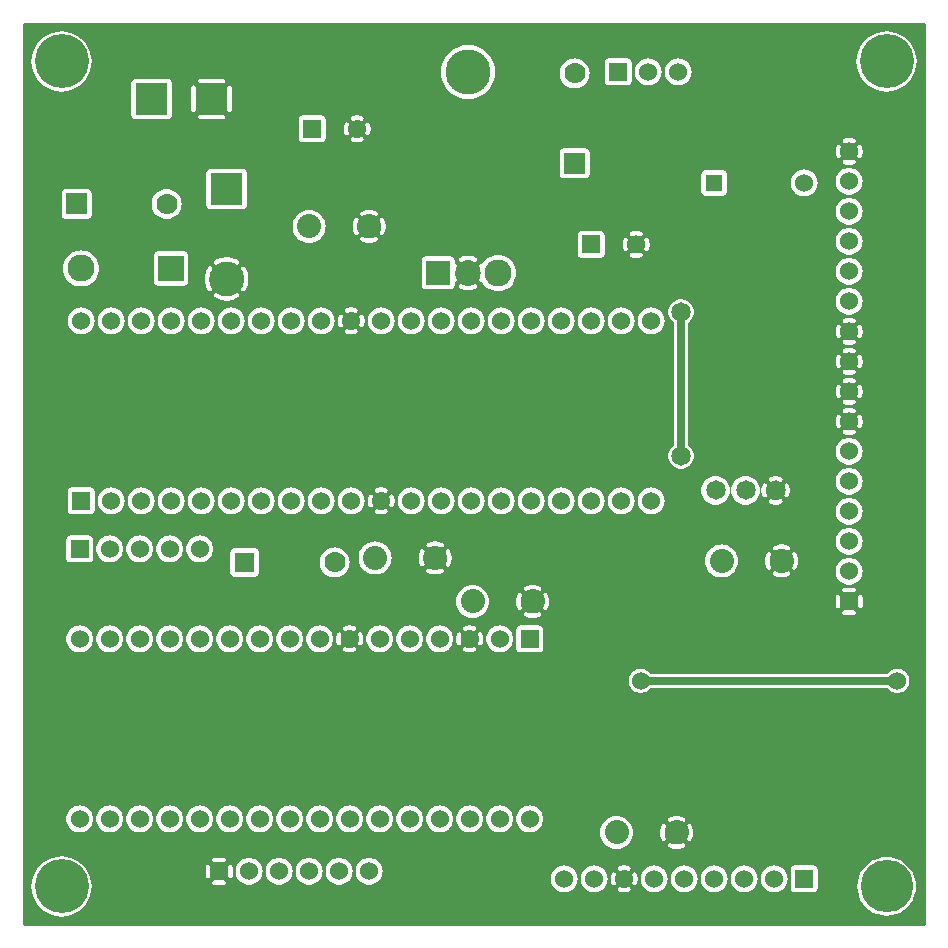
<source format=gbr>
G04 start of page 3 for group 1 idx 1 *
G04 Title: (unknown), bottom *
G04 Creator: pcb 20110918 *
G04 CreationDate: Sun 05 Oct 2014 04:27:27 PM GMT UTC *
G04 For: kyle *
G04 Format: Gerber/RS-274X *
G04 PCB-Dimensions: 300000 300000 *
G04 PCB-Coordinate-Origin: lower left *
%MOIN*%
%FSLAX25Y25*%
%LNBOTTOM*%
%ADD390C,0.0500*%
%ADD389C,0.0780*%
%ADD388C,0.0400*%
%ADD387C,0.1300*%
%ADD386C,0.0300*%
%ADD385C,0.0380*%
%ADD384C,0.0280*%
%ADD383C,0.0350*%
%ADD382C,0.1450*%
%ADD381C,0.1750*%
%ADD380C,0.1800*%
%ADD379C,0.1150*%
%ADD378C,0.0700*%
%ADD377C,0.1500*%
%ADD376C,0.0850*%
%ADD375C,0.0800*%
%ADD374C,0.0650*%
%ADD373C,0.0900*%
%ADD372C,0.0600*%
%ADD371C,0.0250*%
%ADD370C,0.0001*%
%ADD369C,0.0100*%
G54D369*X0Y300000D02*Y0D01*
Y300000D02*X300000D01*
X0Y0D02*X300000D01*
Y300000D02*Y0D01*
G54D370*G36*
X287485Y300000D02*X300000D01*
Y0D01*
X287485D01*
Y2721D01*
X287500Y2720D01*
X289030Y2840D01*
X290522Y3199D01*
X291940Y3786D01*
X293249Y4588D01*
X294416Y5584D01*
X295412Y6751D01*
X296214Y8060D01*
X296801Y9478D01*
X297160Y10970D01*
X297250Y12500D01*
X297160Y14030D01*
X296801Y15522D01*
X296214Y16940D01*
X295412Y18249D01*
X294416Y19416D01*
X293249Y20412D01*
X291940Y21214D01*
X290522Y21801D01*
X289030Y22160D01*
X287500Y22280D01*
X287485Y22279D01*
Y78750D01*
X287688D01*
X287754Y78642D01*
X288163Y78163D01*
X288642Y77754D01*
X289178Y77425D01*
X289760Y77184D01*
X290372Y77037D01*
X291000Y76988D01*
X291628Y77037D01*
X292240Y77184D01*
X292822Y77425D01*
X293358Y77754D01*
X293837Y78163D01*
X294246Y78642D01*
X294575Y79178D01*
X294816Y79760D01*
X294963Y80372D01*
X295000Y81000D01*
X294963Y81628D01*
X294816Y82240D01*
X294575Y82822D01*
X294246Y83358D01*
X293837Y83837D01*
X293358Y84246D01*
X292822Y84575D01*
X292240Y84816D01*
X291628Y84963D01*
X291000Y85012D01*
X290372Y84963D01*
X289760Y84816D01*
X289178Y84575D01*
X288642Y84246D01*
X288163Y83837D01*
X287754Y83358D01*
X287688Y83250D01*
X287485D01*
Y277470D01*
X287500Y277469D01*
X289069Y277593D01*
X290600Y277960D01*
X292054Y278562D01*
X293396Y279385D01*
X294593Y280407D01*
X295615Y281604D01*
X296438Y282946D01*
X297040Y284400D01*
X297407Y285931D01*
X297500Y287500D01*
X297407Y289069D01*
X297040Y290600D01*
X296438Y292054D01*
X295615Y293396D01*
X294593Y294593D01*
X293396Y295615D01*
X292054Y296438D01*
X290600Y297040D01*
X289069Y297407D01*
X287500Y297531D01*
X287485Y297530D01*
Y300000D01*
G37*
G36*
Y0D02*X260000D01*
Y10507D01*
X263235Y10514D01*
X263465Y10569D01*
X263683Y10659D01*
X263884Y10783D01*
X264064Y10936D01*
X264217Y11116D01*
X264341Y11317D01*
X264431Y11535D01*
X264486Y11765D01*
X264500Y12000D01*
X264486Y18235D01*
X264431Y18465D01*
X264341Y18683D01*
X264217Y18884D01*
X264064Y19064D01*
X263884Y19217D01*
X263683Y19341D01*
X263465Y19431D01*
X263235Y19486D01*
X263000Y19500D01*
X260000Y19493D01*
Y78750D01*
X287485D01*
Y22279D01*
X285970Y22160D01*
X284478Y21801D01*
X283060Y21214D01*
X281751Y20412D01*
X280584Y19416D01*
X279588Y18249D01*
X278786Y16940D01*
X278199Y15522D01*
X277840Y14030D01*
X277720Y12500D01*
X277840Y10970D01*
X278199Y9478D01*
X278786Y8060D01*
X279588Y6751D01*
X280584Y5584D01*
X281751Y4588D01*
X283060Y3786D01*
X284478Y3199D01*
X285970Y2840D01*
X287485Y2721D01*
Y0D01*
G37*
G36*
X278750Y282640D02*X279385Y281604D01*
X280407Y280407D01*
X281604Y279385D01*
X282946Y278562D01*
X284400Y277960D01*
X285931Y277593D01*
X287485Y277470D01*
Y83250D01*
X278750D01*
Y105248D01*
X278868Y105257D01*
X278982Y105285D01*
X279092Y105330D01*
X279192Y105391D01*
X279282Y105468D01*
X279359Y105558D01*
X279420Y105658D01*
X279465Y105768D01*
X279493Y105882D01*
X279500Y106000D01*
Y109000D01*
X279493Y109118D01*
X279465Y109232D01*
X279420Y109342D01*
X279359Y109442D01*
X279282Y109532D01*
X279192Y109609D01*
X279092Y109670D01*
X278982Y109715D01*
X278868Y109743D01*
X278750Y109752D01*
Y115007D01*
X279022Y115451D01*
X279293Y116105D01*
X279458Y116794D01*
X279500Y117500D01*
X279458Y118206D01*
X279293Y118895D01*
X279022Y119549D01*
X278750Y119993D01*
Y125007D01*
X279022Y125451D01*
X279293Y126105D01*
X279458Y126794D01*
X279500Y127500D01*
X279458Y128206D01*
X279293Y128895D01*
X279022Y129549D01*
X278750Y129993D01*
Y135007D01*
X279022Y135451D01*
X279293Y136105D01*
X279458Y136794D01*
X279500Y137500D01*
X279458Y138206D01*
X279293Y138895D01*
X279022Y139549D01*
X278750Y139993D01*
Y145007D01*
X279022Y145451D01*
X279293Y146105D01*
X279458Y146794D01*
X279500Y147500D01*
X279458Y148206D01*
X279293Y148895D01*
X279022Y149549D01*
X278750Y149993D01*
Y155007D01*
X279022Y155451D01*
X279293Y156105D01*
X279458Y156794D01*
X279500Y157500D01*
X279458Y158206D01*
X279293Y158895D01*
X279022Y159549D01*
X278750Y159993D01*
Y165391D01*
X278768Y165397D01*
X278873Y165452D01*
X278968Y165522D01*
X279051Y165606D01*
X279119Y165702D01*
X279170Y165808D01*
X279318Y166216D01*
X279422Y166637D01*
X279484Y167067D01*
X279505Y167500D01*
X279484Y167933D01*
X279422Y168363D01*
X279318Y168784D01*
X279175Y169194D01*
X279122Y169300D01*
X279053Y169396D01*
X278970Y169481D01*
X278875Y169551D01*
X278769Y169606D01*
X278750Y169612D01*
Y175391D01*
X278768Y175397D01*
X278873Y175452D01*
X278968Y175522D01*
X279051Y175606D01*
X279119Y175702D01*
X279170Y175808D01*
X279318Y176216D01*
X279422Y176637D01*
X279484Y177067D01*
X279505Y177500D01*
X279484Y177933D01*
X279422Y178363D01*
X279318Y178784D01*
X279175Y179194D01*
X279122Y179300D01*
X279053Y179396D01*
X278970Y179481D01*
X278875Y179551D01*
X278769Y179606D01*
X278750Y179612D01*
Y185391D01*
X278768Y185397D01*
X278873Y185452D01*
X278968Y185522D01*
X279051Y185606D01*
X279119Y185702D01*
X279170Y185808D01*
X279318Y186216D01*
X279422Y186637D01*
X279484Y187067D01*
X279505Y187500D01*
X279484Y187933D01*
X279422Y188363D01*
X279318Y188784D01*
X279175Y189194D01*
X279122Y189300D01*
X279053Y189396D01*
X278970Y189481D01*
X278875Y189551D01*
X278769Y189606D01*
X278750Y189612D01*
Y195391D01*
X278768Y195397D01*
X278873Y195452D01*
X278968Y195522D01*
X279051Y195606D01*
X279119Y195702D01*
X279170Y195808D01*
X279318Y196216D01*
X279422Y196637D01*
X279484Y197067D01*
X279505Y197500D01*
X279484Y197933D01*
X279422Y198363D01*
X279318Y198784D01*
X279175Y199194D01*
X279122Y199300D01*
X279053Y199396D01*
X278970Y199481D01*
X278875Y199551D01*
X278769Y199606D01*
X278750Y199612D01*
Y205007D01*
X279022Y205451D01*
X279293Y206105D01*
X279458Y206794D01*
X279500Y207500D01*
X279458Y208206D01*
X279293Y208895D01*
X279022Y209549D01*
X278750Y209993D01*
Y215007D01*
X279022Y215451D01*
X279293Y216105D01*
X279458Y216794D01*
X279500Y217500D01*
X279458Y218206D01*
X279293Y218895D01*
X279022Y219549D01*
X278750Y219993D01*
Y225007D01*
X279022Y225451D01*
X279293Y226105D01*
X279458Y226794D01*
X279500Y227500D01*
X279458Y228206D01*
X279293Y228895D01*
X279022Y229549D01*
X278750Y229993D01*
Y235007D01*
X279022Y235451D01*
X279293Y236105D01*
X279458Y236794D01*
X279500Y237500D01*
X279458Y238206D01*
X279293Y238895D01*
X279022Y239549D01*
X278750Y239993D01*
Y245007D01*
X279022Y245451D01*
X279293Y246105D01*
X279458Y246794D01*
X279500Y247500D01*
X279458Y248206D01*
X279293Y248895D01*
X279022Y249549D01*
X278750Y249993D01*
Y255391D01*
X278768Y255397D01*
X278873Y255452D01*
X278968Y255522D01*
X279051Y255606D01*
X279119Y255702D01*
X279170Y255808D01*
X279318Y256216D01*
X279422Y256637D01*
X279484Y257067D01*
X279505Y257500D01*
X279484Y257933D01*
X279422Y258363D01*
X279318Y258784D01*
X279175Y259194D01*
X279122Y259300D01*
X279053Y259396D01*
X278970Y259481D01*
X278875Y259551D01*
X278769Y259606D01*
X278750Y259612D01*
Y282640D01*
G37*
G36*
Y300000D02*X287485D01*
Y297530D01*
X285931Y297407D01*
X284400Y297040D01*
X282946Y296438D01*
X281604Y295615D01*
X280407Y294593D01*
X279385Y293396D01*
X278750Y292360D01*
Y300000D01*
G37*
G36*
Y239993D02*X278652Y240153D01*
X278192Y240692D01*
X277653Y241152D01*
X277049Y241522D01*
X276395Y241793D01*
X275706Y241958D01*
X275000Y242014D01*
Y242986D01*
X275706Y243042D01*
X276395Y243207D01*
X277049Y243478D01*
X277653Y243848D01*
X278192Y244308D01*
X278652Y244847D01*
X278750Y245007D01*
Y239993D01*
G37*
G36*
Y229993D02*X278652Y230153D01*
X278192Y230692D01*
X277653Y231152D01*
X277049Y231522D01*
X276395Y231793D01*
X275706Y231958D01*
X275000Y232014D01*
Y232986D01*
X275706Y233042D01*
X276395Y233207D01*
X277049Y233478D01*
X277653Y233848D01*
X278192Y234308D01*
X278652Y234847D01*
X278750Y235007D01*
Y229993D01*
G37*
G36*
Y219993D02*X278652Y220153D01*
X278192Y220692D01*
X277653Y221152D01*
X277049Y221522D01*
X276395Y221793D01*
X275706Y221958D01*
X275000Y222014D01*
Y222986D01*
X275706Y223042D01*
X276395Y223207D01*
X277049Y223478D01*
X277653Y223848D01*
X278192Y224308D01*
X278652Y224847D01*
X278750Y225007D01*
Y219993D01*
G37*
G36*
Y209993D02*X278652Y210153D01*
X278192Y210692D01*
X277653Y211152D01*
X277049Y211522D01*
X276395Y211793D01*
X275706Y211958D01*
X275000Y212014D01*
Y212986D01*
X275706Y213042D01*
X276395Y213207D01*
X277049Y213478D01*
X277653Y213848D01*
X278192Y214308D01*
X278652Y214847D01*
X278750Y215007D01*
Y209993D01*
G37*
G36*
Y159993D02*X278652Y160153D01*
X278192Y160692D01*
X277653Y161152D01*
X277049Y161522D01*
X276395Y161793D01*
X275706Y161958D01*
X275000Y162014D01*
Y162995D01*
X275433Y163016D01*
X275863Y163078D01*
X276284Y163182D01*
X276694Y163325D01*
X276800Y163378D01*
X276896Y163447D01*
X276981Y163530D01*
X277051Y163625D01*
X277106Y163731D01*
X277143Y163843D01*
X277163Y163960D01*
X277164Y164079D01*
X277146Y164196D01*
X277110Y164309D01*
X277057Y164415D01*
X276988Y164512D01*
X276905Y164596D01*
X276809Y164667D01*
X276704Y164721D01*
X276592Y164759D01*
X276475Y164778D01*
X276356Y164779D01*
X276239Y164761D01*
X276126Y164723D01*
X275855Y164624D01*
X275575Y164556D01*
X275289Y164514D01*
X275000Y164500D01*
Y170500D01*
X275289Y170486D01*
X275575Y170444D01*
X275855Y170376D01*
X276128Y170280D01*
X276239Y170242D01*
X276356Y170225D01*
X276474Y170225D01*
X276591Y170245D01*
X276703Y170282D01*
X276807Y170336D01*
X276902Y170406D01*
X276985Y170491D01*
X277054Y170587D01*
X277107Y170692D01*
X277143Y170805D01*
X277160Y170921D01*
X277159Y171039D01*
X277140Y171156D01*
X277103Y171268D01*
X277048Y171373D01*
X276978Y171468D01*
X276894Y171551D01*
X276798Y171619D01*
X276692Y171670D01*
X276284Y171818D01*
X275863Y171922D01*
X275433Y171984D01*
X275000Y172005D01*
Y172995D01*
X275433Y173016D01*
X275863Y173078D01*
X276284Y173182D01*
X276694Y173325D01*
X276800Y173378D01*
X276896Y173447D01*
X276981Y173530D01*
X277051Y173625D01*
X277106Y173731D01*
X277143Y173843D01*
X277163Y173960D01*
X277164Y174079D01*
X277146Y174196D01*
X277110Y174309D01*
X277057Y174415D01*
X276988Y174512D01*
X276905Y174596D01*
X276809Y174667D01*
X276704Y174721D01*
X276592Y174759D01*
X276475Y174778D01*
X276356Y174779D01*
X276239Y174761D01*
X276126Y174723D01*
X275855Y174624D01*
X275575Y174556D01*
X275289Y174514D01*
X275000Y174500D01*
Y180500D01*
X275289Y180486D01*
X275575Y180444D01*
X275855Y180376D01*
X276128Y180280D01*
X276239Y180242D01*
X276356Y180225D01*
X276474Y180225D01*
X276591Y180245D01*
X276703Y180282D01*
X276807Y180336D01*
X276902Y180406D01*
X276985Y180491D01*
X277054Y180587D01*
X277107Y180692D01*
X277143Y180805D01*
X277160Y180921D01*
X277159Y181039D01*
X277140Y181156D01*
X277103Y181268D01*
X277048Y181373D01*
X276978Y181468D01*
X276894Y181551D01*
X276798Y181619D01*
X276692Y181670D01*
X276284Y181818D01*
X275863Y181922D01*
X275433Y181984D01*
X275000Y182005D01*
Y182995D01*
X275433Y183016D01*
X275863Y183078D01*
X276284Y183182D01*
X276694Y183325D01*
X276800Y183378D01*
X276896Y183447D01*
X276981Y183530D01*
X277051Y183625D01*
X277106Y183731D01*
X277143Y183843D01*
X277163Y183960D01*
X277164Y184079D01*
X277146Y184196D01*
X277110Y184309D01*
X277057Y184415D01*
X276988Y184512D01*
X276905Y184596D01*
X276809Y184667D01*
X276704Y184721D01*
X276592Y184759D01*
X276475Y184778D01*
X276356Y184779D01*
X276239Y184761D01*
X276126Y184723D01*
X275855Y184624D01*
X275575Y184556D01*
X275289Y184514D01*
X275000Y184500D01*
Y190500D01*
X275289Y190486D01*
X275575Y190444D01*
X275855Y190376D01*
X276128Y190280D01*
X276239Y190242D01*
X276356Y190225D01*
X276474Y190225D01*
X276591Y190245D01*
X276703Y190282D01*
X276807Y190336D01*
X276902Y190406D01*
X276985Y190491D01*
X277054Y190587D01*
X277107Y190692D01*
X277143Y190805D01*
X277160Y190921D01*
X277159Y191039D01*
X277140Y191156D01*
X277103Y191268D01*
X277048Y191373D01*
X276978Y191468D01*
X276894Y191551D01*
X276798Y191619D01*
X276692Y191670D01*
X276284Y191818D01*
X275863Y191922D01*
X275433Y191984D01*
X275000Y192005D01*
Y192995D01*
X275433Y193016D01*
X275863Y193078D01*
X276284Y193182D01*
X276694Y193325D01*
X276800Y193378D01*
X276896Y193447D01*
X276981Y193530D01*
X277051Y193625D01*
X277106Y193731D01*
X277143Y193843D01*
X277163Y193960D01*
X277164Y194079D01*
X277146Y194196D01*
X277110Y194309D01*
X277057Y194415D01*
X276988Y194512D01*
X276905Y194596D01*
X276809Y194667D01*
X276704Y194721D01*
X276592Y194759D01*
X276475Y194778D01*
X276356Y194779D01*
X276239Y194761D01*
X276126Y194723D01*
X275855Y194624D01*
X275575Y194556D01*
X275289Y194514D01*
X275000Y194500D01*
Y200500D01*
X275289Y200486D01*
X275575Y200444D01*
X275855Y200376D01*
X276128Y200280D01*
X276239Y200242D01*
X276356Y200225D01*
X276474Y200225D01*
X276591Y200245D01*
X276703Y200282D01*
X276807Y200336D01*
X276902Y200406D01*
X276985Y200491D01*
X277054Y200587D01*
X277107Y200692D01*
X277143Y200805D01*
X277160Y200921D01*
X277159Y201039D01*
X277140Y201156D01*
X277103Y201268D01*
X277048Y201373D01*
X276978Y201468D01*
X276894Y201551D01*
X276798Y201619D01*
X276692Y201670D01*
X276284Y201818D01*
X275863Y201922D01*
X275433Y201984D01*
X275000Y202005D01*
Y202986D01*
X275706Y203042D01*
X276395Y203207D01*
X277049Y203478D01*
X277653Y203848D01*
X278192Y204308D01*
X278652Y204847D01*
X278750Y205007D01*
Y199612D01*
X278657Y199643D01*
X278540Y199663D01*
X278421Y199664D01*
X278304Y199646D01*
X278191Y199610D01*
X278085Y199557D01*
X277988Y199488D01*
X277904Y199405D01*
X277833Y199309D01*
X277779Y199204D01*
X277741Y199092D01*
X277722Y198975D01*
X277721Y198856D01*
X277739Y198739D01*
X277777Y198626D01*
X277876Y198355D01*
X277944Y198075D01*
X277986Y197789D01*
X278000Y197500D01*
X277986Y197211D01*
X277944Y196925D01*
X277876Y196645D01*
X277780Y196372D01*
X277742Y196261D01*
X277725Y196144D01*
X277725Y196026D01*
X277745Y195909D01*
X277782Y195797D01*
X277836Y195693D01*
X277906Y195598D01*
X277991Y195515D01*
X278087Y195446D01*
X278192Y195393D01*
X278305Y195357D01*
X278421Y195340D01*
X278539Y195341D01*
X278656Y195360D01*
X278750Y195391D01*
Y189612D01*
X278657Y189643D01*
X278540Y189663D01*
X278421Y189664D01*
X278304Y189646D01*
X278191Y189610D01*
X278085Y189557D01*
X277988Y189488D01*
X277904Y189405D01*
X277833Y189309D01*
X277779Y189204D01*
X277741Y189092D01*
X277722Y188975D01*
X277721Y188856D01*
X277739Y188739D01*
X277777Y188626D01*
X277876Y188355D01*
X277944Y188075D01*
X277986Y187789D01*
X278000Y187500D01*
X277986Y187211D01*
X277944Y186925D01*
X277876Y186645D01*
X277780Y186372D01*
X277742Y186261D01*
X277725Y186144D01*
X277725Y186026D01*
X277745Y185909D01*
X277782Y185797D01*
X277836Y185693D01*
X277906Y185598D01*
X277991Y185515D01*
X278087Y185446D01*
X278192Y185393D01*
X278305Y185357D01*
X278421Y185340D01*
X278539Y185341D01*
X278656Y185360D01*
X278750Y185391D01*
Y179612D01*
X278657Y179643D01*
X278540Y179663D01*
X278421Y179664D01*
X278304Y179646D01*
X278191Y179610D01*
X278085Y179557D01*
X277988Y179488D01*
X277904Y179405D01*
X277833Y179309D01*
X277779Y179204D01*
X277741Y179092D01*
X277722Y178975D01*
X277721Y178856D01*
X277739Y178739D01*
X277777Y178626D01*
X277876Y178355D01*
X277944Y178075D01*
X277986Y177789D01*
X278000Y177500D01*
X277986Y177211D01*
X277944Y176925D01*
X277876Y176645D01*
X277780Y176372D01*
X277742Y176261D01*
X277725Y176144D01*
X277725Y176026D01*
X277745Y175909D01*
X277782Y175797D01*
X277836Y175693D01*
X277906Y175598D01*
X277991Y175515D01*
X278087Y175446D01*
X278192Y175393D01*
X278305Y175357D01*
X278421Y175340D01*
X278539Y175341D01*
X278656Y175360D01*
X278750Y175391D01*
Y169612D01*
X278657Y169643D01*
X278540Y169663D01*
X278421Y169664D01*
X278304Y169646D01*
X278191Y169610D01*
X278085Y169557D01*
X277988Y169488D01*
X277904Y169405D01*
X277833Y169309D01*
X277779Y169204D01*
X277741Y169092D01*
X277722Y168975D01*
X277721Y168856D01*
X277739Y168739D01*
X277777Y168626D01*
X277876Y168355D01*
X277944Y168075D01*
X277986Y167789D01*
X278000Y167500D01*
X277986Y167211D01*
X277944Y166925D01*
X277876Y166645D01*
X277780Y166372D01*
X277742Y166261D01*
X277725Y166144D01*
X277725Y166026D01*
X277745Y165909D01*
X277782Y165797D01*
X277836Y165693D01*
X277906Y165598D01*
X277991Y165515D01*
X278087Y165446D01*
X278192Y165393D01*
X278305Y165357D01*
X278421Y165340D01*
X278539Y165341D01*
X278656Y165360D01*
X278750Y165391D01*
Y159993D01*
G37*
G36*
Y149993D02*X278652Y150153D01*
X278192Y150692D01*
X277653Y151152D01*
X277049Y151522D01*
X276395Y151793D01*
X275706Y151958D01*
X275000Y152014D01*
Y152986D01*
X275706Y153042D01*
X276395Y153207D01*
X277049Y153478D01*
X277653Y153848D01*
X278192Y154308D01*
X278652Y154847D01*
X278750Y155007D01*
Y149993D01*
G37*
G36*
Y139993D02*X278652Y140153D01*
X278192Y140692D01*
X277653Y141152D01*
X277049Y141522D01*
X276395Y141793D01*
X275706Y141958D01*
X275000Y142014D01*
Y142986D01*
X275706Y143042D01*
X276395Y143207D01*
X277049Y143478D01*
X277653Y143848D01*
X278192Y144308D01*
X278652Y144847D01*
X278750Y145007D01*
Y139993D01*
G37*
G36*
Y129993D02*X278652Y130153D01*
X278192Y130692D01*
X277653Y131152D01*
X277049Y131522D01*
X276395Y131793D01*
X275706Y131958D01*
X275000Y132014D01*
Y132986D01*
X275706Y133042D01*
X276395Y133207D01*
X277049Y133478D01*
X277653Y133848D01*
X278192Y134308D01*
X278652Y134847D01*
X278750Y135007D01*
Y129993D01*
G37*
G36*
Y119993D02*X278652Y120153D01*
X278192Y120692D01*
X277653Y121152D01*
X277049Y121522D01*
X276395Y121793D01*
X275706Y121958D01*
X275000Y122014D01*
Y122986D01*
X275706Y123042D01*
X276395Y123207D01*
X277049Y123478D01*
X277653Y123848D01*
X278192Y124308D01*
X278652Y124847D01*
X278750Y125007D01*
Y119993D01*
G37*
G36*
Y83250D02*X275000D01*
Y103000D01*
X276500D01*
X276618Y103007D01*
X276732Y103035D01*
X276842Y103080D01*
X276942Y103141D01*
X277032Y103218D01*
X277109Y103308D01*
X277170Y103408D01*
X277215Y103518D01*
X277243Y103632D01*
X277252Y103750D01*
X277243Y103868D01*
X277215Y103982D01*
X277170Y104092D01*
X277109Y104192D01*
X277032Y104282D01*
X276942Y104359D01*
X276842Y104420D01*
X276732Y104465D01*
X276618Y104493D01*
X276500Y104500D01*
X275000D01*
Y110500D01*
X276500D01*
X276618Y110507D01*
X276732Y110535D01*
X276842Y110580D01*
X276942Y110641D01*
X277032Y110718D01*
X277109Y110808D01*
X277170Y110908D01*
X277215Y111018D01*
X277243Y111132D01*
X277252Y111250D01*
X277243Y111368D01*
X277215Y111482D01*
X277170Y111592D01*
X277109Y111692D01*
X277032Y111782D01*
X276942Y111859D01*
X276842Y111920D01*
X276732Y111965D01*
X276618Y111993D01*
X276500Y112000D01*
X275000D01*
Y112986D01*
X275706Y113042D01*
X276395Y113207D01*
X277049Y113478D01*
X277653Y113848D01*
X278192Y114308D01*
X278652Y114847D01*
X278750Y115007D01*
Y109752D01*
X278632Y109743D01*
X278518Y109715D01*
X278408Y109670D01*
X278308Y109609D01*
X278218Y109532D01*
X278141Y109442D01*
X278080Y109342D01*
X278035Y109232D01*
X278007Y109118D01*
X278000Y109000D01*
Y106000D01*
X278007Y105882D01*
X278035Y105768D01*
X278080Y105658D01*
X278141Y105558D01*
X278218Y105468D01*
X278308Y105391D01*
X278408Y105330D01*
X278518Y105285D01*
X278632Y105257D01*
X278750Y105248D01*
Y83250D01*
G37*
G36*
X275000Y300000D02*X278750D01*
Y292360D01*
X278562Y292054D01*
X277960Y290600D01*
X277593Y289069D01*
X277469Y287500D01*
X277593Y285931D01*
X277960Y284400D01*
X278562Y282946D01*
X278750Y282640D01*
Y259612D01*
X278657Y259643D01*
X278540Y259663D01*
X278421Y259664D01*
X278304Y259646D01*
X278191Y259610D01*
X278085Y259557D01*
X277988Y259488D01*
X277904Y259405D01*
X277833Y259309D01*
X277779Y259204D01*
X277741Y259092D01*
X277722Y258975D01*
X277721Y258856D01*
X277739Y258739D01*
X277777Y258626D01*
X277876Y258355D01*
X277944Y258075D01*
X277986Y257789D01*
X278000Y257500D01*
X277986Y257211D01*
X277944Y256925D01*
X277876Y256645D01*
X277780Y256372D01*
X277742Y256261D01*
X277725Y256144D01*
X277725Y256026D01*
X277745Y255909D01*
X277782Y255797D01*
X277836Y255693D01*
X277906Y255598D01*
X277991Y255515D01*
X278087Y255446D01*
X278192Y255393D01*
X278305Y255357D01*
X278421Y255340D01*
X278539Y255341D01*
X278656Y255360D01*
X278750Y255391D01*
Y249993D01*
X278652Y250153D01*
X278192Y250692D01*
X277653Y251152D01*
X277049Y251522D01*
X276395Y251793D01*
X275706Y251958D01*
X275000Y252014D01*
Y252995D01*
X275433Y253016D01*
X275863Y253078D01*
X276284Y253182D01*
X276694Y253325D01*
X276800Y253378D01*
X276896Y253447D01*
X276981Y253530D01*
X277051Y253625D01*
X277106Y253731D01*
X277143Y253843D01*
X277163Y253960D01*
X277164Y254079D01*
X277146Y254196D01*
X277110Y254309D01*
X277057Y254415D01*
X276988Y254512D01*
X276905Y254596D01*
X276809Y254667D01*
X276704Y254721D01*
X276592Y254759D01*
X276475Y254778D01*
X276356Y254779D01*
X276239Y254761D01*
X276126Y254723D01*
X275855Y254624D01*
X275575Y254556D01*
X275289Y254514D01*
X275000Y254500D01*
Y260500D01*
X275289Y260486D01*
X275575Y260444D01*
X275855Y260376D01*
X276128Y260280D01*
X276239Y260242D01*
X276356Y260225D01*
X276474Y260225D01*
X276591Y260245D01*
X276703Y260282D01*
X276807Y260336D01*
X276902Y260406D01*
X276985Y260491D01*
X277054Y260587D01*
X277107Y260692D01*
X277143Y260805D01*
X277160Y260921D01*
X277159Y261039D01*
X277140Y261156D01*
X277103Y261268D01*
X277048Y261373D01*
X276978Y261468D01*
X276894Y261551D01*
X276798Y261619D01*
X276692Y261670D01*
X276284Y261818D01*
X275863Y261922D01*
X275433Y261984D01*
X275000Y262005D01*
Y300000D01*
G37*
G36*
X271250Y115007D02*X271348Y114847D01*
X271808Y114308D01*
X272347Y113848D01*
X272951Y113478D01*
X273605Y113207D01*
X274294Y113042D01*
X275000Y112986D01*
X275000D01*
Y112000D01*
X273500D01*
X273382Y111993D01*
X273268Y111965D01*
X273158Y111920D01*
X273058Y111859D01*
X272968Y111782D01*
X272891Y111692D01*
X272830Y111592D01*
X272785Y111482D01*
X272757Y111368D01*
X272748Y111250D01*
X272757Y111132D01*
X272785Y111018D01*
X272830Y110908D01*
X272891Y110808D01*
X272968Y110718D01*
X273058Y110641D01*
X273158Y110580D01*
X273268Y110535D01*
X273382Y110507D01*
X273500Y110500D01*
X275000D01*
Y104500D01*
X273500D01*
X273382Y104493D01*
X273268Y104465D01*
X273158Y104420D01*
X273058Y104359D01*
X272968Y104282D01*
X272891Y104192D01*
X272830Y104092D01*
X272785Y103982D01*
X272757Y103868D01*
X272748Y103750D01*
X272757Y103632D01*
X272785Y103518D01*
X272830Y103408D01*
X272891Y103308D01*
X272968Y103218D01*
X273058Y103141D01*
X273158Y103080D01*
X273268Y103035D01*
X273382Y103007D01*
X273500Y103000D01*
X275000D01*
Y83250D01*
X271250D01*
Y105248D01*
X271368Y105257D01*
X271482Y105285D01*
X271592Y105330D01*
X271692Y105391D01*
X271782Y105468D01*
X271859Y105558D01*
X271920Y105658D01*
X271965Y105768D01*
X271993Y105882D01*
X272000Y106000D01*
Y109000D01*
X271993Y109118D01*
X271965Y109232D01*
X271920Y109342D01*
X271859Y109442D01*
X271782Y109532D01*
X271692Y109609D01*
X271592Y109670D01*
X271482Y109715D01*
X271368Y109743D01*
X271250Y109752D01*
Y115007D01*
G37*
G36*
Y125007D02*X271348Y124847D01*
X271808Y124308D01*
X272347Y123848D01*
X272951Y123478D01*
X273605Y123207D01*
X274294Y123042D01*
X275000Y122986D01*
X275000D01*
Y122014D01*
X275000D01*
X274294Y121958D01*
X273605Y121793D01*
X272951Y121522D01*
X272347Y121152D01*
X271808Y120692D01*
X271348Y120153D01*
X271250Y119993D01*
Y125007D01*
G37*
G36*
Y135007D02*X271348Y134847D01*
X271808Y134308D01*
X272347Y133848D01*
X272951Y133478D01*
X273605Y133207D01*
X274294Y133042D01*
X275000Y132986D01*
X275000D01*
Y132014D01*
X275000D01*
X274294Y131958D01*
X273605Y131793D01*
X272951Y131522D01*
X272347Y131152D01*
X271808Y130692D01*
X271348Y130153D01*
X271250Y129993D01*
Y135007D01*
G37*
G36*
Y145007D02*X271348Y144847D01*
X271808Y144308D01*
X272347Y143848D01*
X272951Y143478D01*
X273605Y143207D01*
X274294Y143042D01*
X275000Y142986D01*
X275000D01*
Y142014D01*
X275000D01*
X274294Y141958D01*
X273605Y141793D01*
X272951Y141522D01*
X272347Y141152D01*
X271808Y140692D01*
X271348Y140153D01*
X271250Y139993D01*
Y145007D01*
G37*
G36*
Y155007D02*X271348Y154847D01*
X271808Y154308D01*
X272347Y153848D01*
X272951Y153478D01*
X273605Y153207D01*
X274294Y153042D01*
X275000Y152986D01*
X275000D01*
Y152014D01*
X275000D01*
X274294Y151958D01*
X273605Y151793D01*
X272951Y151522D01*
X272347Y151152D01*
X271808Y150692D01*
X271348Y150153D01*
X271250Y149993D01*
Y155007D01*
G37*
G36*
Y205007D02*X271348Y204847D01*
X271808Y204308D01*
X272347Y203848D01*
X272951Y203478D01*
X273605Y203207D01*
X274294Y203042D01*
X275000Y202986D01*
X275000D01*
Y202005D01*
X275000D01*
X274567Y201984D01*
X274137Y201922D01*
X273716Y201818D01*
X273306Y201675D01*
X273200Y201622D01*
X273104Y201553D01*
X273019Y201470D01*
X272949Y201375D01*
X272894Y201269D01*
X272857Y201157D01*
X272837Y201040D01*
X272836Y200921D01*
X272854Y200804D01*
X272890Y200691D01*
X272943Y200585D01*
X273012Y200488D01*
X273095Y200404D01*
X273191Y200333D01*
X273296Y200279D01*
X273408Y200241D01*
X273525Y200222D01*
X273644Y200221D01*
X273761Y200239D01*
X273874Y200277D01*
X274145Y200376D01*
X274425Y200444D01*
X274711Y200486D01*
X275000Y200500D01*
X275000D01*
Y194500D01*
X275000D01*
X274711Y194514D01*
X274425Y194556D01*
X274145Y194624D01*
X273872Y194720D01*
X273761Y194758D01*
X273644Y194775D01*
X273526Y194775D01*
X273409Y194755D01*
X273297Y194718D01*
X273193Y194664D01*
X273098Y194594D01*
X273015Y194509D01*
X272946Y194413D01*
X272893Y194308D01*
X272857Y194195D01*
X272840Y194079D01*
X272841Y193961D01*
X272860Y193844D01*
X272897Y193732D01*
X272952Y193627D01*
X273022Y193532D01*
X273106Y193449D01*
X273202Y193381D01*
X273308Y193330D01*
X273716Y193182D01*
X274137Y193078D01*
X274567Y193016D01*
X275000Y192995D01*
X275000D01*
Y192005D01*
X275000D01*
X274567Y191984D01*
X274137Y191922D01*
X273716Y191818D01*
X273306Y191675D01*
X273200Y191622D01*
X273104Y191553D01*
X273019Y191470D01*
X272949Y191375D01*
X272894Y191269D01*
X272857Y191157D01*
X272837Y191040D01*
X272836Y190921D01*
X272854Y190804D01*
X272890Y190691D01*
X272943Y190585D01*
X273012Y190488D01*
X273095Y190404D01*
X273191Y190333D01*
X273296Y190279D01*
X273408Y190241D01*
X273525Y190222D01*
X273644Y190221D01*
X273761Y190239D01*
X273874Y190277D01*
X274145Y190376D01*
X274425Y190444D01*
X274711Y190486D01*
X275000Y190500D01*
X275000D01*
Y184500D01*
X275000D01*
X274711Y184514D01*
X274425Y184556D01*
X274145Y184624D01*
X273872Y184720D01*
X273761Y184758D01*
X273644Y184775D01*
X273526Y184775D01*
X273409Y184755D01*
X273297Y184718D01*
X273193Y184664D01*
X273098Y184594D01*
X273015Y184509D01*
X272946Y184413D01*
X272893Y184308D01*
X272857Y184195D01*
X272840Y184079D01*
X272841Y183961D01*
X272860Y183844D01*
X272897Y183732D01*
X272952Y183627D01*
X273022Y183532D01*
X273106Y183449D01*
X273202Y183381D01*
X273308Y183330D01*
X273716Y183182D01*
X274137Y183078D01*
X274567Y183016D01*
X275000Y182995D01*
X275000D01*
Y182005D01*
X275000D01*
X274567Y181984D01*
X274137Y181922D01*
X273716Y181818D01*
X273306Y181675D01*
X273200Y181622D01*
X273104Y181553D01*
X273019Y181470D01*
X272949Y181375D01*
X272894Y181269D01*
X272857Y181157D01*
X272837Y181040D01*
X272836Y180921D01*
X272854Y180804D01*
X272890Y180691D01*
X272943Y180585D01*
X273012Y180488D01*
X273095Y180404D01*
X273191Y180333D01*
X273296Y180279D01*
X273408Y180241D01*
X273525Y180222D01*
X273644Y180221D01*
X273761Y180239D01*
X273874Y180277D01*
X274145Y180376D01*
X274425Y180444D01*
X274711Y180486D01*
X275000Y180500D01*
X275000D01*
Y174500D01*
X275000D01*
X274711Y174514D01*
X274425Y174556D01*
X274145Y174624D01*
X273872Y174720D01*
X273761Y174758D01*
X273644Y174775D01*
X273526Y174775D01*
X273409Y174755D01*
X273297Y174718D01*
X273193Y174664D01*
X273098Y174594D01*
X273015Y174509D01*
X272946Y174413D01*
X272893Y174308D01*
X272857Y174195D01*
X272840Y174079D01*
X272841Y173961D01*
X272860Y173844D01*
X272897Y173732D01*
X272952Y173627D01*
X273022Y173532D01*
X273106Y173449D01*
X273202Y173381D01*
X273308Y173330D01*
X273716Y173182D01*
X274137Y173078D01*
X274567Y173016D01*
X275000Y172995D01*
X275000D01*
Y172005D01*
X275000D01*
X274567Y171984D01*
X274137Y171922D01*
X273716Y171818D01*
X273306Y171675D01*
X273200Y171622D01*
X273104Y171553D01*
X273019Y171470D01*
X272949Y171375D01*
X272894Y171269D01*
X272857Y171157D01*
X272837Y171040D01*
X272836Y170921D01*
X272854Y170804D01*
X272890Y170691D01*
X272943Y170585D01*
X273012Y170488D01*
X273095Y170404D01*
X273191Y170333D01*
X273296Y170279D01*
X273408Y170241D01*
X273525Y170222D01*
X273644Y170221D01*
X273761Y170239D01*
X273874Y170277D01*
X274145Y170376D01*
X274425Y170444D01*
X274711Y170486D01*
X275000Y170500D01*
X275000D01*
Y164500D01*
X275000D01*
X274711Y164514D01*
X274425Y164556D01*
X274145Y164624D01*
X273872Y164720D01*
X273761Y164758D01*
X273644Y164775D01*
X273526Y164775D01*
X273409Y164755D01*
X273297Y164718D01*
X273193Y164664D01*
X273098Y164594D01*
X273015Y164509D01*
X272946Y164413D01*
X272893Y164308D01*
X272857Y164195D01*
X272840Y164079D01*
X272841Y163961D01*
X272860Y163844D01*
X272897Y163732D01*
X272952Y163627D01*
X273022Y163532D01*
X273106Y163449D01*
X273202Y163381D01*
X273308Y163330D01*
X273716Y163182D01*
X274137Y163078D01*
X274567Y163016D01*
X275000Y162995D01*
X275000D01*
Y162014D01*
X275000D01*
X274294Y161958D01*
X273605Y161793D01*
X272951Y161522D01*
X272347Y161152D01*
X271808Y160692D01*
X271348Y160153D01*
X271250Y159993D01*
Y165388D01*
X271343Y165357D01*
X271460Y165337D01*
X271579Y165336D01*
X271696Y165354D01*
X271809Y165390D01*
X271915Y165443D01*
X272012Y165512D01*
X272096Y165595D01*
X272167Y165691D01*
X272221Y165796D01*
X272259Y165908D01*
X272278Y166025D01*
X272279Y166144D01*
X272261Y166261D01*
X272223Y166374D01*
X272124Y166645D01*
X272056Y166925D01*
X272014Y167211D01*
X272000Y167500D01*
X272014Y167789D01*
X272056Y168075D01*
X272124Y168355D01*
X272220Y168628D01*
X272258Y168739D01*
X272275Y168856D01*
X272275Y168974D01*
X272255Y169091D01*
X272218Y169203D01*
X272164Y169307D01*
X272094Y169402D01*
X272009Y169485D01*
X271913Y169554D01*
X271808Y169607D01*
X271695Y169643D01*
X271579Y169660D01*
X271461Y169659D01*
X271344Y169640D01*
X271250Y169609D01*
Y175388D01*
X271343Y175357D01*
X271460Y175337D01*
X271579Y175336D01*
X271696Y175354D01*
X271809Y175390D01*
X271915Y175443D01*
X272012Y175512D01*
X272096Y175595D01*
X272167Y175691D01*
X272221Y175796D01*
X272259Y175908D01*
X272278Y176025D01*
X272279Y176144D01*
X272261Y176261D01*
X272223Y176374D01*
X272124Y176645D01*
X272056Y176925D01*
X272014Y177211D01*
X272000Y177500D01*
X272014Y177789D01*
X272056Y178075D01*
X272124Y178355D01*
X272220Y178628D01*
X272258Y178739D01*
X272275Y178856D01*
X272275Y178974D01*
X272255Y179091D01*
X272218Y179203D01*
X272164Y179307D01*
X272094Y179402D01*
X272009Y179485D01*
X271913Y179554D01*
X271808Y179607D01*
X271695Y179643D01*
X271579Y179660D01*
X271461Y179659D01*
X271344Y179640D01*
X271250Y179609D01*
Y185388D01*
X271343Y185357D01*
X271460Y185337D01*
X271579Y185336D01*
X271696Y185354D01*
X271809Y185390D01*
X271915Y185443D01*
X272012Y185512D01*
X272096Y185595D01*
X272167Y185691D01*
X272221Y185796D01*
X272259Y185908D01*
X272278Y186025D01*
X272279Y186144D01*
X272261Y186261D01*
X272223Y186374D01*
X272124Y186645D01*
X272056Y186925D01*
X272014Y187211D01*
X272000Y187500D01*
X272014Y187789D01*
X272056Y188075D01*
X272124Y188355D01*
X272220Y188628D01*
X272258Y188739D01*
X272275Y188856D01*
X272275Y188974D01*
X272255Y189091D01*
X272218Y189203D01*
X272164Y189307D01*
X272094Y189402D01*
X272009Y189485D01*
X271913Y189554D01*
X271808Y189607D01*
X271695Y189643D01*
X271579Y189660D01*
X271461Y189659D01*
X271344Y189640D01*
X271250Y189609D01*
Y195388D01*
X271343Y195357D01*
X271460Y195337D01*
X271579Y195336D01*
X271696Y195354D01*
X271809Y195390D01*
X271915Y195443D01*
X272012Y195512D01*
X272096Y195595D01*
X272167Y195691D01*
X272221Y195796D01*
X272259Y195908D01*
X272278Y196025D01*
X272279Y196144D01*
X272261Y196261D01*
X272223Y196374D01*
X272124Y196645D01*
X272056Y196925D01*
X272014Y197211D01*
X272000Y197500D01*
X272014Y197789D01*
X272056Y198075D01*
X272124Y198355D01*
X272220Y198628D01*
X272258Y198739D01*
X272275Y198856D01*
X272275Y198974D01*
X272255Y199091D01*
X272218Y199203D01*
X272164Y199307D01*
X272094Y199402D01*
X272009Y199485D01*
X271913Y199554D01*
X271808Y199607D01*
X271695Y199643D01*
X271579Y199660D01*
X271461Y199659D01*
X271344Y199640D01*
X271250Y199609D01*
Y205007D01*
G37*
G36*
Y215007D02*X271348Y214847D01*
X271808Y214308D01*
X272347Y213848D01*
X272951Y213478D01*
X273605Y213207D01*
X274294Y213042D01*
X275000Y212986D01*
X275000D01*
Y212014D01*
X275000D01*
X274294Y211958D01*
X273605Y211793D01*
X272951Y211522D01*
X272347Y211152D01*
X271808Y210692D01*
X271348Y210153D01*
X271250Y209993D01*
Y215007D01*
G37*
G36*
Y225007D02*X271348Y224847D01*
X271808Y224308D01*
X272347Y223848D01*
X272951Y223478D01*
X273605Y223207D01*
X274294Y223042D01*
X275000Y222986D01*
X275000D01*
Y222014D01*
X275000D01*
X274294Y221958D01*
X273605Y221793D01*
X272951Y221522D01*
X272347Y221152D01*
X271808Y220692D01*
X271348Y220153D01*
X271250Y219993D01*
Y225007D01*
G37*
G36*
Y235007D02*X271348Y234847D01*
X271808Y234308D01*
X272347Y233848D01*
X272951Y233478D01*
X273605Y233207D01*
X274294Y233042D01*
X275000Y232986D01*
X275000D01*
Y232014D01*
X275000D01*
X274294Y231958D01*
X273605Y231793D01*
X272951Y231522D01*
X272347Y231152D01*
X271808Y230692D01*
X271348Y230153D01*
X271250Y229993D01*
Y235007D01*
G37*
G36*
Y245007D02*X271348Y244847D01*
X271808Y244308D01*
X272347Y243848D01*
X272951Y243478D01*
X273605Y243207D01*
X274294Y243042D01*
X275000Y242986D01*
X275000D01*
Y242014D01*
X275000D01*
X274294Y241958D01*
X273605Y241793D01*
X272951Y241522D01*
X272347Y241152D01*
X271808Y240692D01*
X271348Y240153D01*
X271250Y239993D01*
Y245007D01*
G37*
G36*
Y300000D02*X275000D01*
Y262005D01*
X275000D01*
X274567Y261984D01*
X274137Y261922D01*
X273716Y261818D01*
X273306Y261675D01*
X273200Y261622D01*
X273104Y261553D01*
X273019Y261470D01*
X272949Y261375D01*
X272894Y261269D01*
X272857Y261157D01*
X272837Y261040D01*
X272836Y260921D01*
X272854Y260804D01*
X272890Y260691D01*
X272943Y260585D01*
X273012Y260488D01*
X273095Y260404D01*
X273191Y260333D01*
X273296Y260279D01*
X273408Y260241D01*
X273525Y260222D01*
X273644Y260221D01*
X273761Y260239D01*
X273874Y260277D01*
X274145Y260376D01*
X274425Y260444D01*
X274711Y260486D01*
X275000Y260500D01*
X275000D01*
Y254500D01*
X275000D01*
X274711Y254514D01*
X274425Y254556D01*
X274145Y254624D01*
X273872Y254720D01*
X273761Y254758D01*
X273644Y254775D01*
X273526Y254775D01*
X273409Y254755D01*
X273297Y254718D01*
X273193Y254664D01*
X273098Y254594D01*
X273015Y254509D01*
X272946Y254413D01*
X272893Y254308D01*
X272857Y254195D01*
X272840Y254079D01*
X272841Y253961D01*
X272860Y253844D01*
X272897Y253732D01*
X272952Y253627D01*
X273022Y253532D01*
X273106Y253449D01*
X273202Y253381D01*
X273308Y253330D01*
X273716Y253182D01*
X274137Y253078D01*
X274567Y253016D01*
X275000Y252995D01*
X275000D01*
Y252014D01*
X275000D01*
X274294Y251958D01*
X273605Y251793D01*
X272951Y251522D01*
X272347Y251152D01*
X271808Y250692D01*
X271348Y250153D01*
X271250Y249993D01*
Y255388D01*
X271343Y255357D01*
X271460Y255337D01*
X271579Y255336D01*
X271696Y255354D01*
X271809Y255390D01*
X271915Y255443D01*
X272012Y255512D01*
X272096Y255595D01*
X272167Y255691D01*
X272221Y255796D01*
X272259Y255908D01*
X272278Y256025D01*
X272279Y256144D01*
X272261Y256261D01*
X272223Y256374D01*
X272124Y256645D01*
X272056Y256925D01*
X272014Y257211D01*
X272000Y257500D01*
X272014Y257789D01*
X272056Y258075D01*
X272124Y258355D01*
X272220Y258628D01*
X272258Y258739D01*
X272275Y258856D01*
X272275Y258974D01*
X272255Y259091D01*
X272218Y259203D01*
X272164Y259307D01*
X272094Y259402D01*
X272009Y259485D01*
X271913Y259554D01*
X271808Y259607D01*
X271695Y259643D01*
X271579Y259660D01*
X271461Y259659D01*
X271344Y259640D01*
X271250Y259609D01*
Y300000D01*
G37*
G36*
X260000D02*X271250D01*
Y259609D01*
X271232Y259603D01*
X271127Y259548D01*
X271032Y259478D01*
X270949Y259394D01*
X270881Y259298D01*
X270830Y259192D01*
X270682Y258784D01*
X270578Y258363D01*
X270516Y257933D01*
X270495Y257500D01*
X270516Y257067D01*
X270578Y256637D01*
X270682Y256216D01*
X270825Y255806D01*
X270878Y255700D01*
X270947Y255604D01*
X271030Y255519D01*
X271125Y255449D01*
X271231Y255394D01*
X271250Y255388D01*
Y249993D01*
X270978Y249549D01*
X270707Y248895D01*
X270542Y248206D01*
X270486Y247500D01*
X270542Y246794D01*
X270707Y246105D01*
X270978Y245451D01*
X271250Y245007D01*
Y239993D01*
X270978Y239549D01*
X270707Y238895D01*
X270542Y238206D01*
X270486Y237500D01*
X270542Y236794D01*
X270707Y236105D01*
X270978Y235451D01*
X271250Y235007D01*
Y229993D01*
X270978Y229549D01*
X270707Y228895D01*
X270542Y228206D01*
X270486Y227500D01*
X270542Y226794D01*
X270707Y226105D01*
X270978Y225451D01*
X271250Y225007D01*
Y219993D01*
X270978Y219549D01*
X270707Y218895D01*
X270542Y218206D01*
X270486Y217500D01*
X270542Y216794D01*
X270707Y216105D01*
X270978Y215451D01*
X271250Y215007D01*
Y209993D01*
X270978Y209549D01*
X270707Y208895D01*
X270542Y208206D01*
X270486Y207500D01*
X270542Y206794D01*
X270707Y206105D01*
X270978Y205451D01*
X271250Y205007D01*
Y199609D01*
X271232Y199603D01*
X271127Y199548D01*
X271032Y199478D01*
X270949Y199394D01*
X270881Y199298D01*
X270830Y199192D01*
X270682Y198784D01*
X270578Y198363D01*
X270516Y197933D01*
X270495Y197500D01*
X270516Y197067D01*
X270578Y196637D01*
X270682Y196216D01*
X270825Y195806D01*
X270878Y195700D01*
X270947Y195604D01*
X271030Y195519D01*
X271125Y195449D01*
X271231Y195394D01*
X271250Y195388D01*
Y189609D01*
X271232Y189603D01*
X271127Y189548D01*
X271032Y189478D01*
X270949Y189394D01*
X270881Y189298D01*
X270830Y189192D01*
X270682Y188784D01*
X270578Y188363D01*
X270516Y187933D01*
X270495Y187500D01*
X270516Y187067D01*
X270578Y186637D01*
X270682Y186216D01*
X270825Y185806D01*
X270878Y185700D01*
X270947Y185604D01*
X271030Y185519D01*
X271125Y185449D01*
X271231Y185394D01*
X271250Y185388D01*
Y179609D01*
X271232Y179603D01*
X271127Y179548D01*
X271032Y179478D01*
X270949Y179394D01*
X270881Y179298D01*
X270830Y179192D01*
X270682Y178784D01*
X270578Y178363D01*
X270516Y177933D01*
X270495Y177500D01*
X270516Y177067D01*
X270578Y176637D01*
X270682Y176216D01*
X270825Y175806D01*
X270878Y175700D01*
X270947Y175604D01*
X271030Y175519D01*
X271125Y175449D01*
X271231Y175394D01*
X271250Y175388D01*
Y169609D01*
X271232Y169603D01*
X271127Y169548D01*
X271032Y169478D01*
X270949Y169394D01*
X270881Y169298D01*
X270830Y169192D01*
X270682Y168784D01*
X270578Y168363D01*
X270516Y167933D01*
X270495Y167500D01*
X270516Y167067D01*
X270578Y166637D01*
X270682Y166216D01*
X270825Y165806D01*
X270878Y165700D01*
X270947Y165604D01*
X271030Y165519D01*
X271125Y165449D01*
X271231Y165394D01*
X271250Y165388D01*
Y159993D01*
X270978Y159549D01*
X270707Y158895D01*
X270542Y158206D01*
X270486Y157500D01*
X270542Y156794D01*
X270707Y156105D01*
X270978Y155451D01*
X271250Y155007D01*
Y149993D01*
X270978Y149549D01*
X270707Y148895D01*
X270542Y148206D01*
X270486Y147500D01*
X270542Y146794D01*
X270707Y146105D01*
X270978Y145451D01*
X271250Y145007D01*
Y139993D01*
X270978Y139549D01*
X270707Y138895D01*
X270542Y138206D01*
X270486Y137500D01*
X270542Y136794D01*
X270707Y136105D01*
X270978Y135451D01*
X271250Y135007D01*
Y129993D01*
X270978Y129549D01*
X270707Y128895D01*
X270542Y128206D01*
X270486Y127500D01*
X270542Y126794D01*
X270707Y126105D01*
X270978Y125451D01*
X271250Y125007D01*
Y119993D01*
X270978Y119549D01*
X270707Y118895D01*
X270542Y118206D01*
X270486Y117500D01*
X270542Y116794D01*
X270707Y116105D01*
X270978Y115451D01*
X271250Y115007D01*
Y109752D01*
X271132Y109743D01*
X271018Y109715D01*
X270908Y109670D01*
X270808Y109609D01*
X270718Y109532D01*
X270641Y109442D01*
X270580Y109342D01*
X270535Y109232D01*
X270507Y109118D01*
X270500Y109000D01*
Y106000D01*
X270507Y105882D01*
X270535Y105768D01*
X270580Y105658D01*
X270641Y105558D01*
X270718Y105468D01*
X270808Y105391D01*
X270908Y105330D01*
X271018Y105285D01*
X271132Y105257D01*
X271250Y105248D01*
Y83250D01*
X260000D01*
Y242486D01*
X260706Y242542D01*
X261395Y242707D01*
X262049Y242978D01*
X262653Y243348D01*
X263192Y243808D01*
X263652Y244347D01*
X264022Y244951D01*
X264293Y245605D01*
X264458Y246294D01*
X264500Y247000D01*
X264458Y247706D01*
X264293Y248395D01*
X264022Y249049D01*
X263652Y249653D01*
X263192Y250192D01*
X262653Y250652D01*
X262049Y251022D01*
X261395Y251293D01*
X260706Y251458D01*
X260000Y251514D01*
Y300000D01*
G37*
G36*
X249993Y78750D02*X260000D01*
Y19493D01*
X256765Y19486D01*
X256535Y19431D01*
X256317Y19341D01*
X256116Y19217D01*
X255936Y19064D01*
X255783Y18884D01*
X255659Y18683D01*
X255569Y18465D01*
X255514Y18235D01*
X255500Y18000D01*
X255514Y11765D01*
X255569Y11535D01*
X255659Y11317D01*
X255783Y11116D01*
X255936Y10936D01*
X256116Y10783D01*
X256317Y10659D01*
X256535Y10569D01*
X256765Y10514D01*
X257000Y10500D01*
X260000Y10507D01*
Y0D01*
X249993D01*
Y10487D01*
X250000Y10486D01*
X250706Y10542D01*
X251395Y10707D01*
X252049Y10978D01*
X252653Y11348D01*
X253192Y11808D01*
X253652Y12347D01*
X254022Y12951D01*
X254293Y13605D01*
X254458Y14294D01*
X254500Y15000D01*
X254458Y15706D01*
X254293Y16395D01*
X254022Y17049D01*
X253652Y17653D01*
X253192Y18192D01*
X252653Y18652D01*
X252049Y19022D01*
X251395Y19293D01*
X250706Y19458D01*
X250000Y19514D01*
X249993Y19513D01*
Y78750D01*
G37*
G36*
X256993Y243651D02*X257347Y243348D01*
X257951Y242978D01*
X258605Y242707D01*
X259294Y242542D01*
X260000Y242486D01*
Y83250D01*
X256993D01*
Y118145D01*
X257078Y118181D01*
X257179Y118243D01*
X257269Y118319D01*
X257345Y118409D01*
X257405Y118511D01*
X257622Y118980D01*
X257789Y119469D01*
X257909Y119972D01*
X257982Y120484D01*
X258006Y121000D01*
X257982Y121516D01*
X257909Y122028D01*
X257789Y122531D01*
X257622Y123020D01*
X257410Y123492D01*
X257349Y123593D01*
X257272Y123684D01*
X257182Y123761D01*
X257080Y123823D01*
X256993Y123860D01*
Y243651D01*
G37*
G36*
Y300000D02*X260000D01*
Y251514D01*
X259294Y251458D01*
X258605Y251293D01*
X257951Y251022D01*
X257347Y250652D01*
X256993Y250349D01*
Y300000D01*
G37*
G36*
X254332D02*X256993D01*
Y250349D01*
X256808Y250192D01*
X256348Y249653D01*
X255978Y249049D01*
X255707Y248395D01*
X255542Y247706D01*
X255486Y247000D01*
X255542Y246294D01*
X255707Y245605D01*
X255978Y244951D01*
X256348Y244347D01*
X256808Y243808D01*
X256993Y243651D01*
Y123860D01*
X256971Y123869D01*
X256855Y123897D01*
X256737Y123906D01*
X256619Y123897D01*
X256503Y123870D01*
X256393Y123824D01*
X256292Y123762D01*
X256202Y123686D01*
X256124Y123595D01*
X256062Y123494D01*
X256016Y123385D01*
X255989Y123269D01*
X255979Y123151D01*
X255988Y123032D01*
X256016Y122917D01*
X256063Y122808D01*
X256221Y122468D01*
X256342Y122112D01*
X256430Y121747D01*
X256482Y121375D01*
X256500Y121000D01*
X256482Y120625D01*
X256430Y120253D01*
X256342Y119888D01*
X256221Y119532D01*
X256067Y119190D01*
X256020Y119082D01*
X255993Y118967D01*
X255983Y118849D01*
X255993Y118732D01*
X256021Y118617D01*
X256066Y118508D01*
X256128Y118407D01*
X256205Y118318D01*
X256295Y118241D01*
X256395Y118180D01*
X256504Y118135D01*
X256619Y118107D01*
X256737Y118098D01*
X256855Y118108D01*
X256969Y118135D01*
X256993Y118145D01*
Y83250D01*
X254332D01*
Y115814D01*
X254520Y115878D01*
X254992Y116090D01*
X255093Y116151D01*
X255184Y116228D01*
X255261Y116318D01*
X255323Y116420D01*
X255369Y116529D01*
X255397Y116645D01*
X255406Y116763D01*
X255397Y116881D01*
X255370Y116997D01*
X255324Y117107D01*
X255262Y117208D01*
X255186Y117298D01*
X255095Y117376D01*
X254994Y117438D01*
X254885Y117484D01*
X254769Y117511D01*
X254651Y117521D01*
X254532Y117512D01*
X254417Y117484D01*
X254332Y117447D01*
Y124558D01*
X254418Y124520D01*
X254533Y124493D01*
X254651Y124483D01*
X254768Y124493D01*
X254883Y124521D01*
X254992Y124566D01*
X255093Y124628D01*
X255182Y124705D01*
X255259Y124795D01*
X255320Y124895D01*
X255365Y125004D01*
X255393Y125119D01*
X255402Y125237D01*
X255392Y125355D01*
X255365Y125469D01*
X255319Y125578D01*
X255257Y125679D01*
X255181Y125769D01*
X255091Y125845D01*
X254989Y125905D01*
X254520Y126122D01*
X254332Y126186D01*
Y142170D01*
X254443Y142204D01*
X254550Y142256D01*
X254646Y142323D01*
X254731Y142405D01*
X254802Y142500D01*
X254856Y142605D01*
X255015Y143008D01*
X255132Y143425D01*
X255211Y143852D01*
X255250Y144283D01*
Y144717D01*
X255211Y145148D01*
X255132Y145575D01*
X255015Y145992D01*
X254860Y146397D01*
X254805Y146502D01*
X254734Y146597D01*
X254648Y146679D01*
X254551Y146747D01*
X254445Y146799D01*
X254332Y146834D01*
Y300000D01*
G37*
G36*
Y117447D02*X254308Y117437D01*
X253968Y117279D01*
X253612Y117158D01*
X253247Y117070D01*
X252875Y117018D01*
X252500Y117000D01*
X252125Y117018D01*
X251753Y117070D01*
X251388Y117158D01*
X251032Y117279D01*
X250690Y117433D01*
X250582Y117480D01*
X250467Y117507D01*
X250349Y117517D01*
X250232Y117507D01*
X250117Y117479D01*
X250008Y117434D01*
X249993Y117425D01*
Y124570D01*
X250006Y124562D01*
X250115Y124516D01*
X250231Y124489D01*
X250349Y124479D01*
X250468Y124488D01*
X250583Y124516D01*
X250692Y124563D01*
X251032Y124721D01*
X251388Y124842D01*
X251753Y124930D01*
X252125Y124982D01*
X252500Y125000D01*
X252875Y124982D01*
X253247Y124930D01*
X253612Y124842D01*
X253968Y124721D01*
X254310Y124567D01*
X254332Y124558D01*
Y117447D01*
G37*
G36*
Y83250D02*X249993D01*
Y116106D01*
X250011Y116095D01*
X250480Y115878D01*
X250969Y115711D01*
X251472Y115591D01*
X251984Y115518D01*
X252500Y115494D01*
X253016Y115518D01*
X253528Y115591D01*
X254031Y115711D01*
X254332Y115814D01*
Y83250D01*
G37*
G36*
X249993Y300000D02*X254332D01*
Y146834D01*
X254331Y146834D01*
X254214Y146850D01*
X254095Y146848D01*
X253978Y146827D01*
X253866Y146789D01*
X253762Y146733D01*
X253667Y146662D01*
X253585Y146576D01*
X253517Y146479D01*
X253465Y146373D01*
X253430Y146259D01*
X253414Y146142D01*
X253416Y146023D01*
X253436Y145907D01*
X253477Y145795D01*
X253586Y145520D01*
X253666Y145235D01*
X253720Y144943D01*
X253747Y144648D01*
Y144352D01*
X253720Y144057D01*
X253666Y143765D01*
X253586Y143480D01*
X253480Y143203D01*
X253440Y143093D01*
X253419Y142976D01*
X253417Y142858D01*
X253433Y142741D01*
X253468Y142629D01*
X253520Y142522D01*
X253587Y142426D01*
X253669Y142341D01*
X253763Y142270D01*
X253868Y142214D01*
X253979Y142176D01*
X254096Y142155D01*
X254214Y142153D01*
X254330Y142170D01*
X254332Y142170D01*
Y126186D01*
X254031Y126289D01*
X253528Y126409D01*
X253016Y126482D01*
X252500Y126506D01*
X251984Y126482D01*
X251472Y126409D01*
X250969Y126289D01*
X250480Y126122D01*
X250008Y125910D01*
X249993Y125901D01*
Y139777D01*
X250283Y139750D01*
X250717D01*
X251148Y139789D01*
X251575Y139868D01*
X251992Y139985D01*
X252397Y140140D01*
X252502Y140195D01*
X252597Y140266D01*
X252679Y140352D01*
X252747Y140449D01*
X252799Y140555D01*
X252834Y140669D01*
X252850Y140786D01*
X252848Y140905D01*
X252827Y141022D01*
X252789Y141134D01*
X252733Y141238D01*
X252662Y141333D01*
X252576Y141415D01*
X252479Y141483D01*
X252373Y141535D01*
X252259Y141570D01*
X252142Y141586D01*
X252023Y141584D01*
X251906Y141564D01*
X251795Y141523D01*
X251520Y141414D01*
X251235Y141334D01*
X250943Y141280D01*
X250648Y141253D01*
X250352D01*
X250057Y141280D01*
X249993Y141292D01*
Y147708D01*
X250057Y147720D01*
X250352Y147747D01*
X250648D01*
X250943Y147720D01*
X251235Y147666D01*
X251520Y147586D01*
X251797Y147480D01*
X251907Y147440D01*
X252024Y147419D01*
X252142Y147417D01*
X252259Y147433D01*
X252371Y147468D01*
X252478Y147520D01*
X252574Y147587D01*
X252659Y147669D01*
X252730Y147763D01*
X252786Y147868D01*
X252824Y147979D01*
X252845Y148096D01*
X252847Y148214D01*
X252830Y148330D01*
X252796Y148443D01*
X252744Y148550D01*
X252677Y148646D01*
X252595Y148731D01*
X252500Y148802D01*
X252395Y148856D01*
X251992Y149015D01*
X251575Y149132D01*
X251148Y149211D01*
X250717Y149250D01*
X250283D01*
X249993Y149223D01*
Y300000D01*
G37*
G36*
X239993Y78750D02*X249993D01*
Y19513D01*
X249294Y19458D01*
X248605Y19293D01*
X247951Y19022D01*
X247347Y18652D01*
X246808Y18192D01*
X246348Y17653D01*
X245978Y17049D01*
X245707Y16395D01*
X245542Y15706D01*
X245486Y15000D01*
X245542Y14294D01*
X245707Y13605D01*
X245978Y12951D01*
X246348Y12347D01*
X246808Y11808D01*
X247347Y11348D01*
X247951Y10978D01*
X248605Y10707D01*
X249294Y10542D01*
X249993Y10487D01*
Y0D01*
X239993D01*
Y10487D01*
X240000Y10486D01*
X240706Y10542D01*
X241395Y10707D01*
X242049Y10978D01*
X242653Y11348D01*
X243192Y11808D01*
X243652Y12347D01*
X244022Y12951D01*
X244293Y13605D01*
X244458Y14294D01*
X244500Y15000D01*
X244458Y15706D01*
X244293Y16395D01*
X244022Y17049D01*
X243652Y17653D01*
X243192Y18192D01*
X242653Y18652D01*
X242049Y19022D01*
X241395Y19293D01*
X240706Y19458D01*
X240000Y19514D01*
X239993Y19513D01*
Y78750D01*
G37*
G36*
X248007Y300000D02*X249993D01*
Y149223D01*
X249852Y149211D01*
X249425Y149132D01*
X249008Y149015D01*
X248603Y148860D01*
X248498Y148805D01*
X248403Y148734D01*
X248321Y148648D01*
X248253Y148551D01*
X248201Y148445D01*
X248166Y148331D01*
X248150Y148214D01*
X248152Y148095D01*
X248173Y147978D01*
X248211Y147866D01*
X248267Y147762D01*
X248338Y147667D01*
X248424Y147585D01*
X248521Y147517D01*
X248627Y147465D01*
X248741Y147430D01*
X248858Y147414D01*
X248977Y147416D01*
X249093Y147436D01*
X249205Y147477D01*
X249480Y147586D01*
X249765Y147666D01*
X249993Y147708D01*
Y141292D01*
X249765Y141334D01*
X249480Y141414D01*
X249203Y141520D01*
X249093Y141560D01*
X248976Y141581D01*
X248858Y141583D01*
X248741Y141567D01*
X248629Y141532D01*
X248522Y141480D01*
X248426Y141413D01*
X248341Y141331D01*
X248270Y141237D01*
X248214Y141132D01*
X248176Y141021D01*
X248155Y140904D01*
X248153Y140786D01*
X248170Y140670D01*
X248204Y140557D01*
X248256Y140450D01*
X248323Y140354D01*
X248405Y140269D01*
X248500Y140198D01*
X248605Y140144D01*
X249008Y139985D01*
X249425Y139868D01*
X249852Y139789D01*
X249993Y139777D01*
Y125901D01*
X249907Y125849D01*
X249816Y125772D01*
X249739Y125682D01*
X249677Y125580D01*
X249631Y125471D01*
X249603Y125355D01*
X249594Y125237D01*
X249603Y125119D01*
X249630Y125003D01*
X249676Y124893D01*
X249738Y124792D01*
X249814Y124702D01*
X249905Y124624D01*
X249993Y124570D01*
Y117425D01*
X249907Y117372D01*
X249818Y117295D01*
X249741Y117205D01*
X249680Y117105D01*
X249635Y116996D01*
X249607Y116881D01*
X249598Y116763D01*
X249608Y116645D01*
X249635Y116531D01*
X249681Y116422D01*
X249743Y116321D01*
X249819Y116231D01*
X249909Y116155D01*
X249993Y116106D01*
Y83250D01*
X248007D01*
Y118140D01*
X248029Y118131D01*
X248145Y118103D01*
X248263Y118094D01*
X248381Y118103D01*
X248497Y118130D01*
X248607Y118176D01*
X248708Y118238D01*
X248798Y118314D01*
X248876Y118405D01*
X248938Y118506D01*
X248984Y118615D01*
X249011Y118731D01*
X249021Y118849D01*
X249012Y118968D01*
X248984Y119083D01*
X248937Y119192D01*
X248779Y119532D01*
X248658Y119888D01*
X248570Y120253D01*
X248518Y120625D01*
X248500Y121000D01*
X248518Y121375D01*
X248570Y121747D01*
X248658Y122112D01*
X248779Y122468D01*
X248933Y122810D01*
X248980Y122918D01*
X249007Y123033D01*
X249017Y123151D01*
X249007Y123268D01*
X248979Y123383D01*
X248934Y123492D01*
X248872Y123593D01*
X248795Y123682D01*
X248705Y123759D01*
X248605Y123820D01*
X248496Y123865D01*
X248381Y123893D01*
X248263Y123902D01*
X248145Y123892D01*
X248031Y123865D01*
X248007Y123855D01*
Y300000D01*
G37*
G36*
X246668D02*X248007D01*
Y123855D01*
X247922Y123819D01*
X247821Y123757D01*
X247731Y123681D01*
X247655Y123591D01*
X247595Y123489D01*
X247378Y123020D01*
X247211Y122531D01*
X247091Y122028D01*
X247018Y121516D01*
X246994Y121000D01*
X247018Y120484D01*
X247091Y119972D01*
X247211Y119469D01*
X247378Y118980D01*
X247590Y118508D01*
X247651Y118407D01*
X247728Y118316D01*
X247818Y118239D01*
X247920Y118177D01*
X248007Y118140D01*
Y83250D01*
X246668D01*
Y142166D01*
X246669Y142166D01*
X246786Y142150D01*
X246905Y142152D01*
X247022Y142173D01*
X247134Y142211D01*
X247238Y142267D01*
X247333Y142338D01*
X247415Y142424D01*
X247483Y142521D01*
X247535Y142627D01*
X247570Y142741D01*
X247586Y142858D01*
X247584Y142977D01*
X247564Y143094D01*
X247523Y143205D01*
X247414Y143480D01*
X247334Y143765D01*
X247280Y144057D01*
X247253Y144352D01*
Y144648D01*
X247280Y144943D01*
X247334Y145235D01*
X247414Y145520D01*
X247520Y145797D01*
X247560Y145907D01*
X247581Y146024D01*
X247583Y146142D01*
X247567Y146259D01*
X247532Y146371D01*
X247480Y146478D01*
X247413Y146574D01*
X247331Y146659D01*
X247237Y146730D01*
X247132Y146786D01*
X247021Y146824D01*
X246904Y146845D01*
X246786Y146847D01*
X246670Y146830D01*
X246668Y146830D01*
Y300000D01*
G37*
G36*
X239993D02*X246668D01*
Y146830D01*
X246557Y146796D01*
X246450Y146744D01*
X246354Y146677D01*
X246269Y146595D01*
X246198Y146500D01*
X246144Y146395D01*
X245985Y145992D01*
X245868Y145575D01*
X245789Y145148D01*
X245750Y144717D01*
Y144283D01*
X245789Y143852D01*
X245868Y143425D01*
X245985Y143008D01*
X246140Y142603D01*
X246195Y142498D01*
X246266Y142403D01*
X246352Y142321D01*
X246449Y142253D01*
X246555Y142201D01*
X246668Y142166D01*
Y83250D01*
X239993D01*
Y139775D01*
X240500Y139735D01*
X241245Y139794D01*
X241972Y139969D01*
X242663Y140255D01*
X243301Y140645D01*
X243869Y141131D01*
X244355Y141699D01*
X244745Y142337D01*
X245031Y143028D01*
X245206Y143755D01*
X245250Y144500D01*
X245206Y145245D01*
X245031Y145972D01*
X244745Y146663D01*
X244355Y147301D01*
X243869Y147869D01*
X243301Y148355D01*
X242663Y148745D01*
X241972Y149031D01*
X241245Y149206D01*
X240500Y149265D01*
X239993Y149225D01*
Y300000D01*
G37*
G36*
X229993Y78750D02*X239993D01*
Y19513D01*
X239294Y19458D01*
X238605Y19293D01*
X237951Y19022D01*
X237347Y18652D01*
X236808Y18192D01*
X236348Y17653D01*
X235978Y17049D01*
X235707Y16395D01*
X235542Y15706D01*
X235486Y15000D01*
X235542Y14294D01*
X235707Y13605D01*
X235978Y12951D01*
X236348Y12347D01*
X236808Y11808D01*
X237347Y11348D01*
X237951Y10978D01*
X238605Y10707D01*
X239294Y10542D01*
X239993Y10487D01*
Y0D01*
X229993D01*
Y10487D01*
X230000Y10486D01*
X230706Y10542D01*
X231395Y10707D01*
X232049Y10978D01*
X232653Y11348D01*
X233192Y11808D01*
X233652Y12347D01*
X234022Y12951D01*
X234293Y13605D01*
X234458Y14294D01*
X234500Y15000D01*
X234458Y15706D01*
X234293Y16395D01*
X234022Y17049D01*
X233652Y17653D01*
X233192Y18192D01*
X232653Y18652D01*
X232049Y19022D01*
X231395Y19293D01*
X230706Y19458D01*
X230000Y19514D01*
X229993Y19513D01*
Y78750D01*
G37*
G36*
Y300000D02*X239993D01*
Y149225D01*
X239755Y149206D01*
X239028Y149031D01*
X238337Y148745D01*
X237699Y148355D01*
X237131Y147869D01*
X236645Y147301D01*
X236255Y146663D01*
X235969Y145972D01*
X235794Y145245D01*
X235735Y144500D01*
X235794Y143755D01*
X235969Y143028D01*
X236255Y142337D01*
X236645Y141699D01*
X237131Y141131D01*
X237699Y140645D01*
X238337Y140255D01*
X239028Y139969D01*
X239755Y139794D01*
X239993Y139775D01*
Y83250D01*
X229993D01*
Y116086D01*
X229995Y116084D01*
X230795Y115753D01*
X231637Y115551D01*
X232500Y115483D01*
X233363Y115551D01*
X234205Y115753D01*
X235005Y116084D01*
X235743Y116537D01*
X236401Y117099D01*
X236963Y117757D01*
X237416Y118495D01*
X237747Y119295D01*
X237949Y120137D01*
X238000Y121000D01*
X237949Y121863D01*
X237747Y122705D01*
X237416Y123505D01*
X236963Y124243D01*
X236401Y124901D01*
X235743Y125463D01*
X235005Y125916D01*
X234205Y126247D01*
X233363Y126449D01*
X232500Y126517D01*
X231637Y126449D01*
X230795Y126247D01*
X229995Y125916D01*
X229993Y125914D01*
Y139775D01*
X230500Y139735D01*
X231245Y139794D01*
X231972Y139969D01*
X232663Y140255D01*
X233301Y140645D01*
X233869Y141131D01*
X234355Y141699D01*
X234745Y142337D01*
X235031Y143028D01*
X235206Y143755D01*
X235250Y144500D01*
X235206Y145245D01*
X235031Y145972D01*
X234745Y146663D01*
X234355Y147301D01*
X233869Y147869D01*
X233301Y148355D01*
X232663Y148745D01*
X231972Y149031D01*
X231245Y149206D01*
X230500Y149265D01*
X229993Y149225D01*
Y242757D01*
X232985Y242764D01*
X233215Y242819D01*
X233433Y242909D01*
X233634Y243033D01*
X233814Y243186D01*
X233967Y243366D01*
X234091Y243567D01*
X234181Y243785D01*
X234236Y244015D01*
X234250Y244250D01*
X234236Y249985D01*
X234181Y250215D01*
X234091Y250433D01*
X233967Y250634D01*
X233814Y250814D01*
X233634Y250967D01*
X233433Y251091D01*
X233215Y251181D01*
X232985Y251236D01*
X232750Y251250D01*
X229993Y251243D01*
Y300000D01*
G37*
G36*
X221993Y78750D02*X229993D01*
Y19513D01*
X229294Y19458D01*
X228605Y19293D01*
X227951Y19022D01*
X227347Y18652D01*
X226808Y18192D01*
X226348Y17653D01*
X225978Y17049D01*
X225707Y16395D01*
X225542Y15706D01*
X225486Y15000D01*
X225542Y14294D01*
X225707Y13605D01*
X225978Y12951D01*
X226348Y12347D01*
X226808Y11808D01*
X227347Y11348D01*
X227951Y10978D01*
X228605Y10707D01*
X229294Y10542D01*
X229993Y10487D01*
Y0D01*
X221993D01*
Y10955D01*
X222049Y10978D01*
X222653Y11348D01*
X223192Y11808D01*
X223652Y12347D01*
X224022Y12951D01*
X224293Y13605D01*
X224458Y14294D01*
X224500Y15000D01*
X224458Y15706D01*
X224293Y16395D01*
X224022Y17049D01*
X223652Y17653D01*
X223192Y18192D01*
X222653Y18652D01*
X222049Y19022D01*
X221993Y19045D01*
Y27645D01*
X222078Y27681D01*
X222179Y27743D01*
X222269Y27819D01*
X222345Y27909D01*
X222405Y28011D01*
X222622Y28480D01*
X222789Y28969D01*
X222909Y29472D01*
X222982Y29984D01*
X223006Y30500D01*
X222982Y31016D01*
X222909Y31528D01*
X222789Y32031D01*
X222622Y32520D01*
X222410Y32992D01*
X222349Y33093D01*
X222272Y33184D01*
X222182Y33261D01*
X222080Y33323D01*
X221993Y33360D01*
Y78750D01*
G37*
G36*
Y0D02*X219993D01*
Y10487D01*
X220000Y10486D01*
X220706Y10542D01*
X221395Y10707D01*
X221993Y10955D01*
Y0D01*
G37*
G36*
X219993Y78750D02*X221993D01*
Y33360D01*
X221971Y33369D01*
X221855Y33397D01*
X221737Y33406D01*
X221619Y33397D01*
X221503Y33370D01*
X221393Y33324D01*
X221292Y33262D01*
X221202Y33186D01*
X221124Y33095D01*
X221062Y32994D01*
X221016Y32885D01*
X220989Y32769D01*
X220979Y32651D01*
X220988Y32532D01*
X221016Y32417D01*
X221063Y32308D01*
X221221Y31968D01*
X221342Y31612D01*
X221430Y31247D01*
X221482Y30875D01*
X221500Y30500D01*
X221482Y30125D01*
X221430Y29753D01*
X221342Y29388D01*
X221221Y29032D01*
X221067Y28690D01*
X221020Y28582D01*
X220993Y28467D01*
X220983Y28349D01*
X220993Y28232D01*
X221021Y28117D01*
X221066Y28008D01*
X221128Y27907D01*
X221205Y27818D01*
X221295Y27741D01*
X221395Y27680D01*
X221504Y27635D01*
X221619Y27607D01*
X221737Y27598D01*
X221855Y27608D01*
X221969Y27635D01*
X221993Y27645D01*
Y19045D01*
X221395Y19293D01*
X220706Y19458D01*
X220000Y19514D01*
X219993Y19513D01*
Y25591D01*
X220093Y25651D01*
X220184Y25728D01*
X220261Y25818D01*
X220323Y25920D01*
X220369Y26029D01*
X220397Y26145D01*
X220406Y26263D01*
X220397Y26381D01*
X220370Y26497D01*
X220324Y26607D01*
X220262Y26708D01*
X220186Y26798D01*
X220095Y26876D01*
X219994Y26938D01*
X219993Y26938D01*
Y34067D01*
X220093Y34128D01*
X220182Y34205D01*
X220259Y34295D01*
X220320Y34395D01*
X220365Y34504D01*
X220393Y34619D01*
X220402Y34737D01*
X220392Y34855D01*
X220365Y34969D01*
X220319Y35078D01*
X220257Y35179D01*
X220181Y35269D01*
X220091Y35345D01*
X219993Y35402D01*
Y78750D01*
G37*
G36*
Y300000D02*X229993D01*
Y251243D01*
X227015Y251236D01*
X226785Y251181D01*
X226567Y251091D01*
X226366Y250967D01*
X226186Y250814D01*
X226033Y250634D01*
X225909Y250433D01*
X225819Y250215D01*
X225764Y249985D01*
X225750Y249750D01*
X225764Y244015D01*
X225819Y243785D01*
X225909Y243567D01*
X226033Y243366D01*
X226186Y243186D01*
X226366Y243033D01*
X226567Y242909D01*
X226785Y242819D01*
X227015Y242764D01*
X227250Y242750D01*
X229993Y242757D01*
Y149225D01*
X229755Y149206D01*
X229028Y149031D01*
X228337Y148745D01*
X227699Y148355D01*
X227131Y147869D01*
X226645Y147301D01*
X226255Y146663D01*
X225969Y145972D01*
X225794Y145245D01*
X225735Y144500D01*
X225794Y143755D01*
X225969Y143028D01*
X226255Y142337D01*
X226645Y141699D01*
X227131Y141131D01*
X227699Y140645D01*
X228337Y140255D01*
X229028Y139969D01*
X229755Y139794D01*
X229993Y139775D01*
Y125914D01*
X229257Y125463D01*
X228599Y124901D01*
X228037Y124243D01*
X227584Y123505D01*
X227253Y122705D01*
X227051Y121863D01*
X226983Y121000D01*
X227051Y120137D01*
X227253Y119295D01*
X227584Y118495D01*
X228037Y117757D01*
X228599Y117099D01*
X229257Y116537D01*
X229993Y116086D01*
Y83250D01*
X219993D01*
Y151868D01*
X220317Y151946D01*
X220935Y152202D01*
X221506Y152551D01*
X222014Y152986D01*
X222449Y153494D01*
X222798Y154065D01*
X223054Y154683D01*
X223211Y155333D01*
X223250Y156000D01*
X223211Y156667D01*
X223054Y157317D01*
X222798Y157935D01*
X222449Y158506D01*
X222014Y159014D01*
X221506Y159449D01*
X221250Y159606D01*
Y200394D01*
X221506Y200551D01*
X222014Y200986D01*
X222449Y201494D01*
X222798Y202065D01*
X223054Y202683D01*
X223211Y203333D01*
X223250Y204000D01*
X223211Y204667D01*
X223054Y205317D01*
X222798Y205935D01*
X222449Y206506D01*
X222014Y207014D01*
X221506Y207449D01*
X220935Y207798D01*
X220317Y208054D01*
X219993Y208132D01*
Y279955D01*
X220049Y279978D01*
X220653Y280348D01*
X221192Y280808D01*
X221652Y281347D01*
X222022Y281951D01*
X222293Y282605D01*
X222458Y283294D01*
X222500Y284000D01*
X222458Y284706D01*
X222293Y285395D01*
X222022Y286049D01*
X221652Y286653D01*
X221192Y287192D01*
X220653Y287652D01*
X220049Y288022D01*
X219993Y288045D01*
Y300000D01*
G37*
G36*
X213007Y78750D02*X219993D01*
Y35402D01*
X219989Y35405D01*
X219520Y35622D01*
X219031Y35789D01*
X218528Y35909D01*
X218016Y35982D01*
X217500Y36006D01*
X216984Y35982D01*
X216472Y35909D01*
X215969Y35789D01*
X215480Y35622D01*
X215008Y35410D01*
X214907Y35349D01*
X214816Y35272D01*
X214739Y35182D01*
X214677Y35080D01*
X214631Y34971D01*
X214603Y34855D01*
X214594Y34737D01*
X214603Y34619D01*
X214630Y34503D01*
X214676Y34393D01*
X214738Y34292D01*
X214814Y34202D01*
X214905Y34124D01*
X215006Y34062D01*
X215115Y34016D01*
X215231Y33989D01*
X215349Y33979D01*
X215468Y33988D01*
X215583Y34016D01*
X215692Y34063D01*
X216032Y34221D01*
X216388Y34342D01*
X216753Y34430D01*
X217125Y34482D01*
X217500Y34500D01*
X217875Y34482D01*
X218247Y34430D01*
X218612Y34342D01*
X218968Y34221D01*
X219310Y34067D01*
X219418Y34020D01*
X219533Y33993D01*
X219651Y33983D01*
X219768Y33993D01*
X219883Y34021D01*
X219992Y34066D01*
X219993Y34067D01*
Y26938D01*
X219885Y26984D01*
X219769Y27011D01*
X219651Y27021D01*
X219532Y27012D01*
X219417Y26984D01*
X219308Y26937D01*
X218968Y26779D01*
X218612Y26658D01*
X218247Y26570D01*
X217875Y26518D01*
X217500Y26500D01*
X217125Y26518D01*
X216753Y26570D01*
X216388Y26658D01*
X216032Y26779D01*
X215690Y26933D01*
X215582Y26980D01*
X215467Y27007D01*
X215349Y27017D01*
X215232Y27007D01*
X215117Y26979D01*
X215008Y26934D01*
X214907Y26872D01*
X214818Y26795D01*
X214741Y26705D01*
X214680Y26605D01*
X214635Y26496D01*
X214607Y26381D01*
X214598Y26263D01*
X214608Y26145D01*
X214635Y26031D01*
X214681Y25922D01*
X214743Y25821D01*
X214819Y25731D01*
X214909Y25655D01*
X215011Y25595D01*
X215480Y25378D01*
X215969Y25211D01*
X216472Y25091D01*
X216984Y25018D01*
X217500Y24994D01*
X218016Y25018D01*
X218528Y25091D01*
X219031Y25211D01*
X219520Y25378D01*
X219992Y25590D01*
X219993Y25591D01*
Y19513D01*
X219294Y19458D01*
X218605Y19293D01*
X217951Y19022D01*
X217347Y18652D01*
X216808Y18192D01*
X216348Y17653D01*
X215978Y17049D01*
X215707Y16395D01*
X215542Y15706D01*
X215486Y15000D01*
X215542Y14294D01*
X215707Y13605D01*
X215978Y12951D01*
X216348Y12347D01*
X216808Y11808D01*
X217347Y11348D01*
X217951Y10978D01*
X218605Y10707D01*
X219294Y10542D01*
X219993Y10487D01*
Y0D01*
X213007D01*
Y11651D01*
X213192Y11808D01*
X213652Y12347D01*
X214022Y12951D01*
X214293Y13605D01*
X214458Y14294D01*
X214500Y15000D01*
X214458Y15706D01*
X214293Y16395D01*
X214022Y17049D01*
X213652Y17653D01*
X213192Y18192D01*
X213007Y18349D01*
Y27640D01*
X213029Y27631D01*
X213145Y27603D01*
X213263Y27594D01*
X213381Y27603D01*
X213497Y27630D01*
X213607Y27676D01*
X213708Y27738D01*
X213798Y27814D01*
X213876Y27905D01*
X213938Y28006D01*
X213984Y28115D01*
X214011Y28231D01*
X214021Y28349D01*
X214012Y28468D01*
X213984Y28583D01*
X213937Y28692D01*
X213779Y29032D01*
X213658Y29388D01*
X213570Y29753D01*
X213518Y30125D01*
X213500Y30500D01*
X213518Y30875D01*
X213570Y31247D01*
X213658Y31612D01*
X213779Y31968D01*
X213933Y32310D01*
X213980Y32418D01*
X214007Y32533D01*
X214017Y32651D01*
X214007Y32768D01*
X213979Y32883D01*
X213934Y32992D01*
X213872Y33093D01*
X213795Y33182D01*
X213705Y33259D01*
X213605Y33320D01*
X213496Y33365D01*
X213381Y33393D01*
X213263Y33402D01*
X213145Y33392D01*
X213031Y33365D01*
X213007Y33355D01*
Y78750D01*
G37*
G36*
Y0D02*X209993D01*
Y10487D01*
X210000Y10486D01*
X210706Y10542D01*
X211395Y10707D01*
X212049Y10978D01*
X212653Y11348D01*
X213007Y11651D01*
Y0D01*
G37*
G36*
X209993Y78750D02*X213007D01*
Y33355D01*
X212922Y33319D01*
X212821Y33257D01*
X212731Y33181D01*
X212655Y33091D01*
X212595Y32989D01*
X212378Y32520D01*
X212211Y32031D01*
X212091Y31528D01*
X212018Y31016D01*
X211994Y30500D01*
X212018Y29984D01*
X212091Y29472D01*
X212211Y28969D01*
X212378Y28480D01*
X212590Y28008D01*
X212651Y27907D01*
X212728Y27816D01*
X212818Y27739D01*
X212920Y27677D01*
X213007Y27640D01*
Y18349D01*
X212653Y18652D01*
X212049Y19022D01*
X211395Y19293D01*
X210706Y19458D01*
X210000Y19514D01*
X209993Y19513D01*
Y78750D01*
G37*
G36*
Y300000D02*X219993D01*
Y288045D01*
X219395Y288293D01*
X218706Y288458D01*
X218000Y288514D01*
X217294Y288458D01*
X216605Y288293D01*
X215951Y288022D01*
X215347Y287652D01*
X214808Y287192D01*
X214348Y286653D01*
X213978Y286049D01*
X213707Y285395D01*
X213542Y284706D01*
X213486Y284000D01*
X213542Y283294D01*
X213707Y282605D01*
X213978Y281951D01*
X214348Y281347D01*
X214808Y280808D01*
X215347Y280348D01*
X215951Y279978D01*
X216605Y279707D01*
X217294Y279542D01*
X218000Y279486D01*
X218706Y279542D01*
X219395Y279707D01*
X219993Y279955D01*
Y208132D01*
X219667Y208211D01*
X219000Y208263D01*
X218333Y208211D01*
X217683Y208054D01*
X217065Y207798D01*
X216494Y207449D01*
X215986Y207014D01*
X215551Y206506D01*
X215202Y205935D01*
X214946Y205317D01*
X214789Y204667D01*
X214737Y204000D01*
X214789Y203333D01*
X214946Y202683D01*
X215202Y202065D01*
X215551Y201494D01*
X215986Y200986D01*
X216494Y200551D01*
X216750Y200394D01*
Y159606D01*
X216494Y159449D01*
X215986Y159014D01*
X215551Y158506D01*
X215202Y157935D01*
X214946Y157317D01*
X214789Y156667D01*
X214737Y156000D01*
X214789Y155333D01*
X214946Y154683D01*
X215202Y154065D01*
X215551Y153494D01*
X215986Y152986D01*
X216494Y152551D01*
X217065Y152202D01*
X217683Y151946D01*
X218333Y151789D01*
X219000Y151737D01*
X219667Y151789D01*
X219993Y151868D01*
Y83250D01*
X209993D01*
Y136611D01*
X210395Y136707D01*
X211049Y136978D01*
X211653Y137348D01*
X212192Y137808D01*
X212652Y138347D01*
X213022Y138951D01*
X213293Y139605D01*
X213458Y140294D01*
X213500Y141000D01*
X213458Y141706D01*
X213293Y142395D01*
X213022Y143049D01*
X212652Y143653D01*
X212192Y144192D01*
X211653Y144652D01*
X211049Y145022D01*
X210395Y145293D01*
X209993Y145389D01*
Y196611D01*
X210395Y196707D01*
X211049Y196978D01*
X211653Y197348D01*
X212192Y197808D01*
X212652Y198347D01*
X213022Y198951D01*
X213293Y199605D01*
X213458Y200294D01*
X213500Y201000D01*
X213458Y201706D01*
X213293Y202395D01*
X213022Y203049D01*
X212652Y203653D01*
X212192Y204192D01*
X211653Y204652D01*
X211049Y205022D01*
X210395Y205293D01*
X209993Y205389D01*
Y279955D01*
X210049Y279978D01*
X210653Y280348D01*
X211192Y280808D01*
X211652Y281347D01*
X212022Y281951D01*
X212293Y282605D01*
X212458Y283294D01*
X212500Y284000D01*
X212458Y284706D01*
X212293Y285395D01*
X212022Y286049D01*
X211652Y286653D01*
X211192Y287192D01*
X210653Y287652D01*
X210049Y288022D01*
X209993Y288045D01*
Y300000D01*
G37*
G36*
X203613Y77465D02*X203678Y77425D01*
X204260Y77184D01*
X204872Y77037D01*
X205500Y76988D01*
X206128Y77037D01*
X206740Y77184D01*
X207322Y77425D01*
X207858Y77754D01*
X208337Y78163D01*
X208746Y78642D01*
X208812Y78750D01*
X209993D01*
Y19513D01*
X209294Y19458D01*
X208605Y19293D01*
X207951Y19022D01*
X207347Y18652D01*
X206808Y18192D01*
X206348Y17653D01*
X205978Y17049D01*
X205707Y16395D01*
X205542Y15706D01*
X205486Y15000D01*
X205542Y14294D01*
X205707Y13605D01*
X205978Y12951D01*
X206348Y12347D01*
X206808Y11808D01*
X207347Y11348D01*
X207951Y10978D01*
X208605Y10707D01*
X209294Y10542D01*
X209993Y10487D01*
Y0D01*
X203613D01*
Y12853D01*
X203656Y12860D01*
X203768Y12897D01*
X203873Y12952D01*
X203968Y13022D01*
X204051Y13106D01*
X204119Y13202D01*
X204170Y13308D01*
X204318Y13716D01*
X204422Y14137D01*
X204484Y14567D01*
X204505Y15000D01*
X204484Y15433D01*
X204422Y15863D01*
X204318Y16284D01*
X204175Y16694D01*
X204122Y16800D01*
X204053Y16896D01*
X203970Y16981D01*
X203875Y17051D01*
X203769Y17106D01*
X203657Y17143D01*
X203613Y17151D01*
Y77465D01*
G37*
G36*
X207613Y136705D02*X208294Y136542D01*
X209000Y136486D01*
X209706Y136542D01*
X209993Y136611D01*
Y83250D01*
X208812D01*
X208746Y83358D01*
X208337Y83837D01*
X207858Y84246D01*
X207613Y84396D01*
Y136705D01*
G37*
G36*
Y196705D02*X208294Y196542D01*
X209000Y196486D01*
X209706Y196542D01*
X209993Y196611D01*
Y145389D01*
X209706Y145458D01*
X209000Y145514D01*
X208294Y145458D01*
X207613Y145295D01*
Y196705D01*
G37*
G36*
Y279517D02*X208000Y279486D01*
X208706Y279542D01*
X209395Y279707D01*
X209993Y279955D01*
Y205389D01*
X209706Y205458D01*
X209000Y205514D01*
X208294Y205458D01*
X207613Y205295D01*
Y224353D01*
X207656Y224360D01*
X207768Y224397D01*
X207873Y224452D01*
X207968Y224522D01*
X208051Y224606D01*
X208119Y224702D01*
X208170Y224808D01*
X208318Y225216D01*
X208422Y225637D01*
X208484Y226067D01*
X208505Y226500D01*
X208484Y226933D01*
X208422Y227363D01*
X208318Y227784D01*
X208175Y228194D01*
X208122Y228300D01*
X208053Y228396D01*
X207970Y228481D01*
X207875Y228551D01*
X207769Y228606D01*
X207657Y228643D01*
X207613Y228651D01*
Y279517D01*
G37*
G36*
X203613Y282996D02*X203707Y282605D01*
X203978Y281951D01*
X204348Y281347D01*
X204808Y280808D01*
X205347Y280348D01*
X205951Y279978D01*
X206605Y279707D01*
X207294Y279542D01*
X207613Y279517D01*
Y228651D01*
X207540Y228663D01*
X207421Y228664D01*
X207304Y228646D01*
X207191Y228610D01*
X207085Y228557D01*
X206988Y228488D01*
X206904Y228405D01*
X206833Y228309D01*
X206779Y228204D01*
X206741Y228092D01*
X206722Y227975D01*
X206721Y227856D01*
X206739Y227739D01*
X206777Y227626D01*
X206876Y227355D01*
X206944Y227075D01*
X206986Y226789D01*
X207000Y226500D01*
X206986Y226211D01*
X206944Y225925D01*
X206876Y225645D01*
X206780Y225372D01*
X206742Y225261D01*
X206725Y225144D01*
X206725Y225026D01*
X206745Y224909D01*
X206782Y224797D01*
X206836Y224693D01*
X206906Y224598D01*
X206991Y224515D01*
X207087Y224446D01*
X207192Y224393D01*
X207305Y224357D01*
X207421Y224340D01*
X207539Y224341D01*
X207613Y224353D01*
Y205295D01*
X207605Y205293D01*
X206951Y205022D01*
X206347Y204652D01*
X205808Y204192D01*
X205348Y203653D01*
X204978Y203049D01*
X204707Y202395D01*
X204542Y201706D01*
X204486Y201000D01*
X204542Y200294D01*
X204707Y199605D01*
X204978Y198951D01*
X205348Y198347D01*
X205808Y197808D01*
X206347Y197348D01*
X206951Y196978D01*
X207605Y196707D01*
X207613Y196705D01*
Y145295D01*
X207605Y145293D01*
X206951Y145022D01*
X206347Y144652D01*
X205808Y144192D01*
X205348Y143653D01*
X204978Y143049D01*
X204707Y142395D01*
X204542Y141706D01*
X204486Y141000D01*
X204542Y140294D01*
X204707Y139605D01*
X204978Y138951D01*
X205348Y138347D01*
X205808Y137808D01*
X206347Y137348D01*
X206951Y136978D01*
X207605Y136707D01*
X207613Y136705D01*
Y84396D01*
X207322Y84575D01*
X206740Y84816D01*
X206128Y84963D01*
X205500Y85012D01*
X204872Y84963D01*
X204260Y84816D01*
X203678Y84575D01*
X203613Y84535D01*
Y222013D01*
X204000Y221995D01*
X204433Y222016D01*
X204863Y222078D01*
X205284Y222182D01*
X205694Y222325D01*
X205800Y222378D01*
X205896Y222447D01*
X205981Y222530D01*
X206051Y222625D01*
X206106Y222731D01*
X206143Y222843D01*
X206163Y222960D01*
X206164Y223079D01*
X206146Y223196D01*
X206110Y223309D01*
X206057Y223415D01*
X205988Y223512D01*
X205905Y223596D01*
X205809Y223667D01*
X205704Y223721D01*
X205592Y223759D01*
X205475Y223778D01*
X205356Y223779D01*
X205239Y223761D01*
X205126Y223723D01*
X204855Y223624D01*
X204575Y223556D01*
X204289Y223514D01*
X204000Y223500D01*
X203711Y223514D01*
X203613Y223528D01*
Y229472D01*
X203711Y229486D01*
X204000Y229500D01*
X204289Y229486D01*
X204575Y229444D01*
X204855Y229376D01*
X205128Y229280D01*
X205239Y229242D01*
X205356Y229225D01*
X205474Y229225D01*
X205591Y229245D01*
X205703Y229282D01*
X205807Y229336D01*
X205902Y229406D01*
X205985Y229491D01*
X206054Y229587D01*
X206107Y229692D01*
X206143Y229805D01*
X206160Y229921D01*
X206159Y230039D01*
X206140Y230156D01*
X206103Y230268D01*
X206048Y230373D01*
X205978Y230468D01*
X205894Y230551D01*
X205798Y230619D01*
X205692Y230670D01*
X205284Y230818D01*
X204863Y230922D01*
X204433Y230984D01*
X204000Y231005D01*
X203613Y230987D01*
Y282996D01*
G37*
G36*
Y300000D02*X209993D01*
Y288045D01*
X209395Y288293D01*
X208706Y288458D01*
X208000Y288514D01*
X207294Y288458D01*
X206605Y288293D01*
X205951Y288022D01*
X205347Y287652D01*
X204808Y287192D01*
X204348Y286653D01*
X203978Y286049D01*
X203707Y285395D01*
X203613Y285004D01*
Y300000D01*
G37*
G36*
X200002D02*X203613D01*
Y285004D01*
X203542Y284706D01*
X203486Y284000D01*
X203542Y283294D01*
X203613Y282996D01*
Y230987D01*
X203567Y230984D01*
X203137Y230922D01*
X202716Y230818D01*
X202306Y230675D01*
X202200Y230622D01*
X202104Y230553D01*
X202019Y230470D01*
X201949Y230375D01*
X201894Y230269D01*
X201857Y230157D01*
X201837Y230040D01*
X201836Y229921D01*
X201854Y229804D01*
X201890Y229691D01*
X201943Y229585D01*
X202012Y229488D01*
X202095Y229404D01*
X202191Y229333D01*
X202296Y229279D01*
X202408Y229241D01*
X202525Y229222D01*
X202644Y229221D01*
X202761Y229239D01*
X202874Y229277D01*
X203145Y229376D01*
X203425Y229444D01*
X203613Y229472D01*
Y223528D01*
X203425Y223556D01*
X203145Y223624D01*
X202872Y223720D01*
X202761Y223758D01*
X202644Y223775D01*
X202526Y223775D01*
X202409Y223755D01*
X202297Y223718D01*
X202193Y223664D01*
X202098Y223594D01*
X202015Y223509D01*
X201946Y223413D01*
X201893Y223308D01*
X201857Y223195D01*
X201840Y223079D01*
X201841Y222961D01*
X201860Y222844D01*
X201897Y222732D01*
X201952Y222627D01*
X202022Y222532D01*
X202106Y222449D01*
X202202Y222381D01*
X202308Y222330D01*
X202716Y222182D01*
X203137Y222078D01*
X203567Y222016D01*
X203613Y222013D01*
Y84535D01*
X203142Y84246D01*
X202663Y83837D01*
X202254Y83358D01*
X201925Y82822D01*
X201684Y82240D01*
X201537Y81628D01*
X201488Y81000D01*
X201537Y80372D01*
X201684Y79760D01*
X201925Y79178D01*
X202254Y78642D01*
X202663Y78163D01*
X203142Y77754D01*
X203613Y77465D01*
Y17151D01*
X203540Y17163D01*
X203421Y17164D01*
X203304Y17146D01*
X203191Y17110D01*
X203085Y17057D01*
X202988Y16988D01*
X202904Y16905D01*
X202833Y16809D01*
X202779Y16704D01*
X202741Y16592D01*
X202722Y16475D01*
X202721Y16356D01*
X202739Y16239D01*
X202777Y16126D01*
X202876Y15855D01*
X202944Y15575D01*
X202986Y15289D01*
X203000Y15000D01*
X202986Y14711D01*
X202944Y14425D01*
X202876Y14145D01*
X202780Y13872D01*
X202742Y13761D01*
X202725Y13644D01*
X202725Y13526D01*
X202745Y13409D01*
X202782Y13297D01*
X202836Y13193D01*
X202906Y13098D01*
X202991Y13015D01*
X203087Y12946D01*
X203192Y12893D01*
X203305Y12857D01*
X203421Y12840D01*
X203539Y12841D01*
X203613Y12853D01*
Y0D01*
X200002D01*
Y10495D01*
X200433Y10516D01*
X200863Y10578D01*
X201284Y10682D01*
X201694Y10825D01*
X201800Y10878D01*
X201896Y10947D01*
X201981Y11030D01*
X202051Y11125D01*
X202106Y11231D01*
X202143Y11343D01*
X202163Y11460D01*
X202164Y11579D01*
X202146Y11696D01*
X202110Y11809D01*
X202057Y11915D01*
X201988Y12012D01*
X201905Y12096D01*
X201809Y12167D01*
X201704Y12221D01*
X201592Y12259D01*
X201475Y12278D01*
X201356Y12279D01*
X201239Y12261D01*
X201126Y12223D01*
X200855Y12124D01*
X200575Y12056D01*
X200289Y12014D01*
X200002Y12000D01*
Y18000D01*
X200289Y17986D01*
X200575Y17944D01*
X200855Y17876D01*
X201128Y17780D01*
X201239Y17742D01*
X201356Y17725D01*
X201474Y17725D01*
X201591Y17745D01*
X201703Y17782D01*
X201807Y17836D01*
X201902Y17906D01*
X201985Y17991D01*
X202054Y18087D01*
X202107Y18192D01*
X202143Y18305D01*
X202160Y18421D01*
X202159Y18539D01*
X202140Y18656D01*
X202103Y18768D01*
X202048Y18873D01*
X201978Y18968D01*
X201894Y19051D01*
X201798Y19119D01*
X201692Y19170D01*
X201284Y19318D01*
X200863Y19422D01*
X200433Y19484D01*
X200002Y19505D01*
Y25583D01*
X200005Y25584D01*
X200743Y26037D01*
X201401Y26599D01*
X201963Y27257D01*
X202416Y27995D01*
X202747Y28795D01*
X202949Y29637D01*
X203000Y30500D01*
X202949Y31363D01*
X202747Y32205D01*
X202416Y33005D01*
X201963Y33743D01*
X201401Y34401D01*
X200743Y34963D01*
X200005Y35416D01*
X200002Y35417D01*
Y136613D01*
X200395Y136707D01*
X201049Y136978D01*
X201653Y137348D01*
X202192Y137808D01*
X202652Y138347D01*
X203022Y138951D01*
X203293Y139605D01*
X203458Y140294D01*
X203500Y141000D01*
X203458Y141706D01*
X203293Y142395D01*
X203022Y143049D01*
X202652Y143653D01*
X202192Y144192D01*
X201653Y144652D01*
X201049Y145022D01*
X200395Y145293D01*
X200002Y145387D01*
Y196613D01*
X200395Y196707D01*
X201049Y196978D01*
X201653Y197348D01*
X202192Y197808D01*
X202652Y198347D01*
X203022Y198951D01*
X203293Y199605D01*
X203458Y200294D01*
X203500Y201000D01*
X203458Y201706D01*
X203293Y202395D01*
X203022Y203049D01*
X202652Y203653D01*
X202192Y204192D01*
X201653Y204652D01*
X201049Y205022D01*
X200395Y205293D01*
X200002Y205387D01*
Y224548D01*
X200030Y224519D01*
X200125Y224449D01*
X200231Y224394D01*
X200343Y224357D01*
X200460Y224337D01*
X200579Y224336D01*
X200696Y224354D01*
X200809Y224390D01*
X200915Y224443D01*
X201012Y224512D01*
X201096Y224595D01*
X201167Y224691D01*
X201221Y224796D01*
X201259Y224908D01*
X201278Y225025D01*
X201279Y225144D01*
X201261Y225261D01*
X201223Y225374D01*
X201124Y225645D01*
X201056Y225925D01*
X201014Y226211D01*
X201000Y226500D01*
X201014Y226789D01*
X201056Y227075D01*
X201124Y227355D01*
X201220Y227628D01*
X201258Y227739D01*
X201275Y227856D01*
X201275Y227974D01*
X201255Y228091D01*
X201218Y228203D01*
X201164Y228307D01*
X201094Y228402D01*
X201009Y228485D01*
X200913Y228554D01*
X200808Y228607D01*
X200695Y228643D01*
X200579Y228660D01*
X200461Y228659D01*
X200344Y228640D01*
X200232Y228603D01*
X200127Y228548D01*
X200032Y228478D01*
X200002Y228447D01*
Y279511D01*
X201235Y279514D01*
X201465Y279569D01*
X201683Y279659D01*
X201884Y279783D01*
X202064Y279936D01*
X202217Y280116D01*
X202341Y280317D01*
X202431Y280535D01*
X202486Y280765D01*
X202500Y281000D01*
X202486Y287235D01*
X202431Y287465D01*
X202341Y287683D01*
X202217Y287884D01*
X202064Y288064D01*
X201884Y288217D01*
X201683Y288341D01*
X201465Y288431D01*
X201235Y288486D01*
X201000Y288500D01*
X200002Y288498D01*
Y300000D01*
G37*
G36*
X196387Y25111D02*X196637Y25051D01*
X197500Y24983D01*
X198363Y25051D01*
X199205Y25253D01*
X200002Y25583D01*
Y19505D01*
X200000Y19505D01*
X199567Y19484D01*
X199137Y19422D01*
X198716Y19318D01*
X198306Y19175D01*
X198200Y19122D01*
X198104Y19053D01*
X198019Y18970D01*
X197949Y18875D01*
X197894Y18769D01*
X197857Y18657D01*
X197837Y18540D01*
X197836Y18421D01*
X197854Y18304D01*
X197890Y18191D01*
X197943Y18085D01*
X198012Y17988D01*
X198095Y17904D01*
X198191Y17833D01*
X198296Y17779D01*
X198408Y17741D01*
X198525Y17722D01*
X198644Y17721D01*
X198761Y17739D01*
X198874Y17777D01*
X199145Y17876D01*
X199425Y17944D01*
X199711Y17986D01*
X200000Y18000D01*
X200002Y18000D01*
Y12000D01*
X200000Y12000D01*
X199711Y12014D01*
X199425Y12056D01*
X199145Y12124D01*
X198872Y12220D01*
X198761Y12258D01*
X198644Y12275D01*
X198526Y12275D01*
X198409Y12255D01*
X198297Y12218D01*
X198193Y12164D01*
X198098Y12094D01*
X198015Y12009D01*
X197946Y11913D01*
X197893Y11808D01*
X197857Y11695D01*
X197840Y11579D01*
X197841Y11461D01*
X197860Y11344D01*
X197897Y11232D01*
X197952Y11127D01*
X198022Y11032D01*
X198106Y10949D01*
X198202Y10881D01*
X198308Y10830D01*
X198716Y10682D01*
X199137Y10578D01*
X199567Y10516D01*
X200000Y10495D01*
X200002Y10495D01*
Y0D01*
X196387D01*
Y12849D01*
X196460Y12837D01*
X196579Y12836D01*
X196696Y12854D01*
X196809Y12890D01*
X196915Y12943D01*
X197012Y13012D01*
X197096Y13095D01*
X197167Y13191D01*
X197221Y13296D01*
X197259Y13408D01*
X197278Y13525D01*
X197279Y13644D01*
X197261Y13761D01*
X197223Y13874D01*
X197124Y14145D01*
X197056Y14425D01*
X197014Y14711D01*
X197000Y15000D01*
X197014Y15289D01*
X197056Y15575D01*
X197124Y15855D01*
X197220Y16128D01*
X197258Y16239D01*
X197275Y16356D01*
X197275Y16474D01*
X197255Y16591D01*
X197218Y16703D01*
X197164Y16807D01*
X197094Y16902D01*
X197009Y16985D01*
X196913Y17054D01*
X196808Y17107D01*
X196695Y17143D01*
X196579Y17160D01*
X196461Y17159D01*
X196387Y17147D01*
Y25111D01*
G37*
G36*
Y137324D02*X196951Y136978D01*
X197605Y136707D01*
X198294Y136542D01*
X199000Y136486D01*
X199706Y136542D01*
X200002Y136613D01*
Y35417D01*
X199205Y35747D01*
X198363Y35949D01*
X197500Y36017D01*
X196637Y35949D01*
X196387Y35889D01*
Y137324D01*
G37*
G36*
Y197324D02*X196951Y196978D01*
X197605Y196707D01*
X198294Y196542D01*
X199000Y196486D01*
X199706Y196542D01*
X200002Y196613D01*
Y145387D01*
X199706Y145458D01*
X199000Y145514D01*
X198294Y145458D01*
X197605Y145293D01*
X196951Y145022D01*
X196387Y144676D01*
Y197324D01*
G37*
G36*
Y279503D02*X200002Y279511D01*
Y228447D01*
X199949Y228394D01*
X199881Y228298D01*
X199830Y228192D01*
X199682Y227784D01*
X199578Y227363D01*
X199516Y226933D01*
X199495Y226500D01*
X199516Y226067D01*
X199578Y225637D01*
X199682Y225216D01*
X199825Y224806D01*
X199878Y224700D01*
X199947Y224604D01*
X200002Y224548D01*
Y205387D01*
X199706Y205458D01*
X199000Y205514D01*
X198294Y205458D01*
X197605Y205293D01*
X196951Y205022D01*
X196387Y204676D01*
Y279503D01*
G37*
G36*
Y300000D02*X200002D01*
Y288498D01*
X196387Y288490D01*
Y300000D01*
G37*
G36*
X189993D02*X196387D01*
Y288490D01*
X194765Y288486D01*
X194535Y288431D01*
X194317Y288341D01*
X194116Y288217D01*
X193936Y288064D01*
X193783Y287884D01*
X193659Y287683D01*
X193569Y287465D01*
X193514Y287235D01*
X193500Y287000D01*
X193514Y280765D01*
X193569Y280535D01*
X193659Y280317D01*
X193783Y280116D01*
X193936Y279936D01*
X194116Y279783D01*
X194317Y279659D01*
X194535Y279569D01*
X194765Y279514D01*
X195000Y279500D01*
X196387Y279503D01*
Y204676D01*
X196347Y204652D01*
X195808Y204192D01*
X195348Y203653D01*
X194978Y203049D01*
X194707Y202395D01*
X194542Y201706D01*
X194486Y201000D01*
X194542Y200294D01*
X194707Y199605D01*
X194978Y198951D01*
X195348Y198347D01*
X195808Y197808D01*
X196347Y197348D01*
X196387Y197324D01*
Y144676D01*
X196347Y144652D01*
X195808Y144192D01*
X195348Y143653D01*
X194978Y143049D01*
X194707Y142395D01*
X194542Y141706D01*
X194486Y141000D01*
X194542Y140294D01*
X194707Y139605D01*
X194978Y138951D01*
X195348Y138347D01*
X195808Y137808D01*
X196347Y137348D01*
X196387Y137324D01*
Y35889D01*
X195795Y35747D01*
X194995Y35416D01*
X194257Y34963D01*
X193599Y34401D01*
X193037Y33743D01*
X192584Y33005D01*
X192253Y32205D01*
X192051Y31363D01*
X191983Y30500D01*
X192051Y29637D01*
X192253Y28795D01*
X192584Y27995D01*
X193037Y27257D01*
X193599Y26599D01*
X194257Y26037D01*
X194995Y25584D01*
X195795Y25253D01*
X196387Y25111D01*
Y17147D01*
X196344Y17140D01*
X196232Y17103D01*
X196127Y17048D01*
X196032Y16978D01*
X195949Y16894D01*
X195881Y16798D01*
X195830Y16692D01*
X195682Y16284D01*
X195578Y15863D01*
X195516Y15433D01*
X195495Y15000D01*
X195516Y14567D01*
X195578Y14137D01*
X195682Y13716D01*
X195825Y13306D01*
X195878Y13200D01*
X195947Y13104D01*
X196030Y13019D01*
X196125Y12949D01*
X196231Y12894D01*
X196343Y12857D01*
X196387Y12849D01*
Y0D01*
X189993D01*
Y10487D01*
X190000Y10486D01*
X190706Y10542D01*
X191395Y10707D01*
X192049Y10978D01*
X192653Y11348D01*
X193192Y11808D01*
X193652Y12347D01*
X194022Y12951D01*
X194293Y13605D01*
X194458Y14294D01*
X194500Y15000D01*
X194458Y15706D01*
X194293Y16395D01*
X194022Y17049D01*
X193652Y17653D01*
X193192Y18192D01*
X192653Y18652D01*
X192049Y19022D01*
X191395Y19293D01*
X190706Y19458D01*
X190000Y19514D01*
X189993Y19513D01*
Y136611D01*
X190395Y136707D01*
X191049Y136978D01*
X191653Y137348D01*
X192192Y137808D01*
X192652Y138347D01*
X193022Y138951D01*
X193293Y139605D01*
X193458Y140294D01*
X193500Y141000D01*
X193458Y141706D01*
X193293Y142395D01*
X193022Y143049D01*
X192652Y143653D01*
X192192Y144192D01*
X191653Y144652D01*
X191049Y145022D01*
X190395Y145293D01*
X189993Y145389D01*
Y196611D01*
X190395Y196707D01*
X191049Y196978D01*
X191653Y197348D01*
X192192Y197808D01*
X192652Y198347D01*
X193022Y198951D01*
X193293Y199605D01*
X193458Y200294D01*
X193500Y201000D01*
X193458Y201706D01*
X193293Y202395D01*
X193022Y203049D01*
X192652Y203653D01*
X192192Y204192D01*
X191653Y204652D01*
X191049Y205022D01*
X190395Y205293D01*
X189993Y205389D01*
Y222009D01*
X192235Y222014D01*
X192465Y222069D01*
X192683Y222159D01*
X192884Y222283D01*
X193064Y222436D01*
X193217Y222616D01*
X193341Y222817D01*
X193431Y223035D01*
X193486Y223265D01*
X193500Y223500D01*
X193486Y229735D01*
X193431Y229965D01*
X193341Y230183D01*
X193217Y230384D01*
X193064Y230564D01*
X192884Y230717D01*
X192683Y230841D01*
X192465Y230931D01*
X192235Y230986D01*
X192000Y231000D01*
X189993Y230996D01*
Y300000D01*
G37*
G36*
X179993D02*X189993D01*
Y230996D01*
X185765Y230986D01*
X185535Y230931D01*
X185317Y230841D01*
X185116Y230717D01*
X184936Y230564D01*
X184783Y230384D01*
X184659Y230183D01*
X184569Y229965D01*
X184514Y229735D01*
X184500Y229500D01*
X184514Y223265D01*
X184569Y223035D01*
X184659Y222817D01*
X184783Y222616D01*
X184936Y222436D01*
X185116Y222283D01*
X185317Y222159D01*
X185535Y222069D01*
X185765Y222014D01*
X186000Y222000D01*
X189993Y222009D01*
Y205389D01*
X189706Y205458D01*
X189000Y205514D01*
X188294Y205458D01*
X187605Y205293D01*
X186951Y205022D01*
X186347Y204652D01*
X185808Y204192D01*
X185348Y203653D01*
X184978Y203049D01*
X184707Y202395D01*
X184542Y201706D01*
X184486Y201000D01*
X184542Y200294D01*
X184707Y199605D01*
X184978Y198951D01*
X185348Y198347D01*
X185808Y197808D01*
X186347Y197348D01*
X186951Y196978D01*
X187605Y196707D01*
X188294Y196542D01*
X189000Y196486D01*
X189706Y196542D01*
X189993Y196611D01*
Y145389D01*
X189706Y145458D01*
X189000Y145514D01*
X188294Y145458D01*
X187605Y145293D01*
X186951Y145022D01*
X186347Y144652D01*
X185808Y144192D01*
X185348Y143653D01*
X184978Y143049D01*
X184707Y142395D01*
X184542Y141706D01*
X184486Y141000D01*
X184542Y140294D01*
X184707Y139605D01*
X184978Y138951D01*
X185348Y138347D01*
X185808Y137808D01*
X186347Y137348D01*
X186951Y136978D01*
X187605Y136707D01*
X188294Y136542D01*
X189000Y136486D01*
X189706Y136542D01*
X189993Y136611D01*
Y19513D01*
X189294Y19458D01*
X188605Y19293D01*
X187951Y19022D01*
X187347Y18652D01*
X186808Y18192D01*
X186348Y17653D01*
X185978Y17049D01*
X185707Y16395D01*
X185542Y15706D01*
X185486Y15000D01*
X185542Y14294D01*
X185707Y13605D01*
X185978Y12951D01*
X186348Y12347D01*
X186808Y11808D01*
X187347Y11348D01*
X187951Y10978D01*
X188605Y10707D01*
X189294Y10542D01*
X189993Y10487D01*
Y0D01*
X179993D01*
Y10487D01*
X180000Y10486D01*
X180706Y10542D01*
X181395Y10707D01*
X182049Y10978D01*
X182653Y11348D01*
X183192Y11808D01*
X183652Y12347D01*
X184022Y12951D01*
X184293Y13605D01*
X184458Y14294D01*
X184500Y15000D01*
X184458Y15706D01*
X184293Y16395D01*
X184022Y17049D01*
X183652Y17653D01*
X183192Y18192D01*
X182653Y18652D01*
X182049Y19022D01*
X181395Y19293D01*
X180706Y19458D01*
X180000Y19514D01*
X179993Y19513D01*
Y136611D01*
X180395Y136707D01*
X181049Y136978D01*
X181653Y137348D01*
X182192Y137808D01*
X182652Y138347D01*
X183022Y138951D01*
X183293Y139605D01*
X183458Y140294D01*
X183500Y141000D01*
X183458Y141706D01*
X183293Y142395D01*
X183022Y143049D01*
X182652Y143653D01*
X182192Y144192D01*
X181653Y144652D01*
X181049Y145022D01*
X180395Y145293D01*
X179993Y145389D01*
Y196611D01*
X180395Y196707D01*
X181049Y196978D01*
X181653Y197348D01*
X182192Y197808D01*
X182652Y198347D01*
X183022Y198951D01*
X183293Y199605D01*
X183458Y200294D01*
X183500Y201000D01*
X183458Y201706D01*
X183293Y202395D01*
X183022Y203049D01*
X182652Y203653D01*
X182192Y204192D01*
X181653Y204652D01*
X181049Y205022D01*
X180395Y205293D01*
X179993Y205389D01*
Y248500D01*
X180000Y248500D01*
X187235Y248514D01*
X187465Y248569D01*
X187683Y248659D01*
X187884Y248783D01*
X188064Y248936D01*
X188217Y249116D01*
X188341Y249317D01*
X188431Y249535D01*
X188486Y249765D01*
X188500Y250000D01*
X188486Y257235D01*
X188431Y257465D01*
X188341Y257683D01*
X188217Y257884D01*
X188064Y258064D01*
X187884Y258217D01*
X187683Y258341D01*
X187465Y258431D01*
X187235Y258486D01*
X187000Y258500D01*
X179993Y258487D01*
Y279920D01*
X180552Y279442D01*
X181223Y279031D01*
X181950Y278730D01*
X182715Y278546D01*
X183500Y278485D01*
X184285Y278546D01*
X185050Y278730D01*
X185777Y279031D01*
X186448Y279442D01*
X187046Y279954D01*
X187558Y280552D01*
X187969Y281223D01*
X188270Y281950D01*
X188454Y282715D01*
X188500Y283500D01*
X188454Y284285D01*
X188270Y285050D01*
X187969Y285777D01*
X187558Y286448D01*
X187046Y287046D01*
X186448Y287558D01*
X185777Y287969D01*
X185050Y288270D01*
X184285Y288454D01*
X183500Y288515D01*
X182715Y288454D01*
X181950Y288270D01*
X181223Y287969D01*
X180552Y287558D01*
X179993Y287080D01*
Y300000D01*
G37*
G36*
X173993D02*X179993D01*
Y287080D01*
X179954Y287046D01*
X179442Y286448D01*
X179031Y285777D01*
X178730Y285050D01*
X178546Y284285D01*
X178485Y283500D01*
X178546Y282715D01*
X178730Y281950D01*
X179031Y281223D01*
X179442Y280552D01*
X179954Y279954D01*
X179993Y279920D01*
Y258487D01*
X179765Y258486D01*
X179535Y258431D01*
X179317Y258341D01*
X179116Y258217D01*
X178936Y258064D01*
X178783Y257884D01*
X178659Y257683D01*
X178569Y257465D01*
X178514Y257235D01*
X178500Y257000D01*
X178514Y249765D01*
X178569Y249535D01*
X178659Y249317D01*
X178783Y249116D01*
X178936Y248936D01*
X179116Y248783D01*
X179317Y248659D01*
X179535Y248569D01*
X179765Y248514D01*
X179993Y248500D01*
Y205389D01*
X179706Y205458D01*
X179000Y205514D01*
X178294Y205458D01*
X177605Y205293D01*
X176951Y205022D01*
X176347Y204652D01*
X175808Y204192D01*
X175348Y203653D01*
X174978Y203049D01*
X174707Y202395D01*
X174542Y201706D01*
X174486Y201000D01*
X174542Y200294D01*
X174707Y199605D01*
X174978Y198951D01*
X175348Y198347D01*
X175808Y197808D01*
X176347Y197348D01*
X176951Y196978D01*
X177605Y196707D01*
X178294Y196542D01*
X179000Y196486D01*
X179706Y196542D01*
X179993Y196611D01*
Y145389D01*
X179706Y145458D01*
X179000Y145514D01*
X178294Y145458D01*
X177605Y145293D01*
X176951Y145022D01*
X176347Y144652D01*
X175808Y144192D01*
X175348Y143653D01*
X174978Y143049D01*
X174707Y142395D01*
X174542Y141706D01*
X174486Y141000D01*
X174542Y140294D01*
X174707Y139605D01*
X174978Y138951D01*
X175348Y138347D01*
X175808Y137808D01*
X176347Y137348D01*
X176951Y136978D01*
X177605Y136707D01*
X178294Y136542D01*
X179000Y136486D01*
X179706Y136542D01*
X179993Y136611D01*
Y19513D01*
X179294Y19458D01*
X178605Y19293D01*
X177951Y19022D01*
X177347Y18652D01*
X176808Y18192D01*
X176348Y17653D01*
X175978Y17049D01*
X175707Y16395D01*
X175542Y15706D01*
X175486Y15000D01*
X175542Y14294D01*
X175707Y13605D01*
X175978Y12951D01*
X176348Y12347D01*
X176808Y11808D01*
X177347Y11348D01*
X177951Y10978D01*
X178605Y10707D01*
X179294Y10542D01*
X179993Y10487D01*
Y0D01*
X173993D01*
Y104645D01*
X174078Y104681D01*
X174179Y104743D01*
X174269Y104819D01*
X174345Y104909D01*
X174405Y105011D01*
X174622Y105480D01*
X174789Y105969D01*
X174909Y106472D01*
X174982Y106984D01*
X175006Y107500D01*
X174982Y108016D01*
X174909Y108528D01*
X174789Y109031D01*
X174622Y109520D01*
X174410Y109992D01*
X174349Y110093D01*
X174272Y110184D01*
X174182Y110261D01*
X174080Y110323D01*
X173993Y110360D01*
Y300000D01*
G37*
G36*
X168500D02*X173993D01*
Y110360D01*
X173971Y110369D01*
X173855Y110397D01*
X173737Y110406D01*
X173619Y110397D01*
X173503Y110370D01*
X173393Y110324D01*
X173292Y110262D01*
X173202Y110186D01*
X173124Y110095D01*
X173062Y109994D01*
X173016Y109885D01*
X172989Y109769D01*
X172979Y109651D01*
X172988Y109532D01*
X173016Y109417D01*
X173063Y109308D01*
X173221Y108968D01*
X173342Y108612D01*
X173430Y108247D01*
X173482Y107875D01*
X173500Y107500D01*
X173482Y107125D01*
X173430Y106753D01*
X173342Y106388D01*
X173221Y106032D01*
X173067Y105690D01*
X173020Y105582D01*
X172993Y105467D01*
X172983Y105349D01*
X172993Y105232D01*
X173021Y105117D01*
X173066Y105008D01*
X173128Y104907D01*
X173205Y104818D01*
X173295Y104741D01*
X173395Y104680D01*
X173504Y104635D01*
X173619Y104607D01*
X173737Y104598D01*
X173855Y104608D01*
X173969Y104635D01*
X173993Y104645D01*
Y0D01*
X168500D01*
Y30486D01*
X169206Y30542D01*
X169895Y30707D01*
X170549Y30978D01*
X171153Y31348D01*
X171692Y31808D01*
X172152Y32347D01*
X172522Y32951D01*
X172793Y33605D01*
X172958Y34294D01*
X173000Y35000D01*
X172958Y35706D01*
X172793Y36395D01*
X172522Y37049D01*
X172152Y37653D01*
X171692Y38192D01*
X171153Y38652D01*
X170549Y39022D01*
X169895Y39293D01*
X169206Y39458D01*
X168500Y39514D01*
Y90507D01*
X171735Y90514D01*
X171965Y90569D01*
X172183Y90659D01*
X172384Y90783D01*
X172564Y90936D01*
X172717Y91116D01*
X172841Y91317D01*
X172931Y91535D01*
X172986Y91765D01*
X173000Y92000D01*
X172986Y98235D01*
X172931Y98465D01*
X172841Y98683D01*
X172717Y98884D01*
X172564Y99064D01*
X172384Y99217D01*
X172183Y99341D01*
X171965Y99431D01*
X171735Y99486D01*
X171500Y99500D01*
X168500Y99493D01*
Y102087D01*
X168984Y102018D01*
X169500Y101994D01*
X170016Y102018D01*
X170528Y102091D01*
X171031Y102211D01*
X171520Y102378D01*
X171992Y102590D01*
X172093Y102651D01*
X172184Y102728D01*
X172261Y102818D01*
X172323Y102920D01*
X172369Y103029D01*
X172397Y103145D01*
X172406Y103263D01*
X172397Y103381D01*
X172370Y103497D01*
X172324Y103607D01*
X172262Y103708D01*
X172186Y103798D01*
X172095Y103876D01*
X171994Y103938D01*
X171885Y103984D01*
X171769Y104011D01*
X171651Y104021D01*
X171532Y104012D01*
X171417Y103984D01*
X171308Y103937D01*
X170968Y103779D01*
X170612Y103658D01*
X170247Y103570D01*
X169875Y103518D01*
X169500Y103500D01*
X169125Y103518D01*
X168753Y103570D01*
X168500Y103631D01*
Y111369D01*
X168753Y111430D01*
X169125Y111482D01*
X169500Y111500D01*
X169875Y111482D01*
X170247Y111430D01*
X170612Y111342D01*
X170968Y111221D01*
X171310Y111067D01*
X171418Y111020D01*
X171533Y110993D01*
X171651Y110983D01*
X171768Y110993D01*
X171883Y111021D01*
X171992Y111066D01*
X172093Y111128D01*
X172182Y111205D01*
X172259Y111295D01*
X172320Y111395D01*
X172365Y111504D01*
X172393Y111619D01*
X172402Y111737D01*
X172392Y111855D01*
X172365Y111969D01*
X172319Y112078D01*
X172257Y112179D01*
X172181Y112269D01*
X172091Y112345D01*
X171989Y112405D01*
X171520Y112622D01*
X171031Y112789D01*
X170528Y112909D01*
X170016Y112982D01*
X169500Y113006D01*
X168984Y112982D01*
X168500Y112913D01*
Y136525D01*
X169000Y136486D01*
X169706Y136542D01*
X170395Y136707D01*
X171049Y136978D01*
X171653Y137348D01*
X172192Y137808D01*
X172652Y138347D01*
X173022Y138951D01*
X173293Y139605D01*
X173458Y140294D01*
X173500Y141000D01*
X173458Y141706D01*
X173293Y142395D01*
X173022Y143049D01*
X172652Y143653D01*
X172192Y144192D01*
X171653Y144652D01*
X171049Y145022D01*
X170395Y145293D01*
X169706Y145458D01*
X169000Y145514D01*
X168500Y145475D01*
Y196525D01*
X169000Y196486D01*
X169706Y196542D01*
X170395Y196707D01*
X171049Y196978D01*
X171653Y197348D01*
X172192Y197808D01*
X172652Y198347D01*
X173022Y198951D01*
X173293Y199605D01*
X173458Y200294D01*
X173500Y201000D01*
X173458Y201706D01*
X173293Y202395D01*
X173022Y203049D01*
X172652Y203653D01*
X172192Y204192D01*
X171653Y204652D01*
X171049Y205022D01*
X170395Y205293D01*
X169706Y205458D01*
X169000Y205514D01*
X168500Y205475D01*
Y300000D01*
G37*
G36*
X165007Y32160D02*X165308Y31808D01*
X165847Y31348D01*
X166451Y30978D01*
X167105Y30707D01*
X167794Y30542D01*
X168500Y30486D01*
Y0D01*
X165007D01*
Y32160D01*
G37*
G36*
Y90580D02*X165035Y90569D01*
X165265Y90514D01*
X165500Y90500D01*
X168500Y90507D01*
Y39514D01*
X167794Y39458D01*
X167105Y39293D01*
X166451Y39022D01*
X165847Y38652D01*
X165308Y38192D01*
X165007Y37840D01*
Y90580D01*
G37*
G36*
Y138903D02*X165348Y138347D01*
X165808Y137808D01*
X166347Y137348D01*
X166951Y136978D01*
X167605Y136707D01*
X168294Y136542D01*
X168500Y136525D01*
Y112913D01*
X168472Y112909D01*
X167969Y112789D01*
X167480Y112622D01*
X167008Y112410D01*
X166907Y112349D01*
X166816Y112272D01*
X166739Y112182D01*
X166677Y112080D01*
X166631Y111971D01*
X166603Y111855D01*
X166594Y111737D01*
X166603Y111619D01*
X166630Y111503D01*
X166676Y111393D01*
X166738Y111292D01*
X166814Y111202D01*
X166905Y111124D01*
X167006Y111062D01*
X167115Y111016D01*
X167231Y110989D01*
X167349Y110979D01*
X167468Y110988D01*
X167583Y111016D01*
X167692Y111063D01*
X168032Y111221D01*
X168388Y111342D01*
X168500Y111369D01*
Y103631D01*
X168388Y103658D01*
X168032Y103779D01*
X167690Y103933D01*
X167582Y103980D01*
X167467Y104007D01*
X167349Y104017D01*
X167232Y104007D01*
X167117Y103979D01*
X167008Y103934D01*
X166907Y103872D01*
X166818Y103795D01*
X166741Y103705D01*
X166680Y103605D01*
X166635Y103496D01*
X166607Y103381D01*
X166598Y103263D01*
X166608Y103145D01*
X166635Y103031D01*
X166681Y102922D01*
X166743Y102821D01*
X166819Y102731D01*
X166909Y102655D01*
X167011Y102595D01*
X167480Y102378D01*
X167969Y102211D01*
X168472Y102091D01*
X168500Y102087D01*
Y99493D01*
X165265Y99486D01*
X165035Y99431D01*
X165007Y99420D01*
Y104640D01*
X165029Y104631D01*
X165145Y104603D01*
X165263Y104594D01*
X165381Y104603D01*
X165497Y104630D01*
X165607Y104676D01*
X165708Y104738D01*
X165798Y104814D01*
X165876Y104905D01*
X165938Y105006D01*
X165984Y105115D01*
X166011Y105231D01*
X166021Y105349D01*
X166012Y105468D01*
X165984Y105583D01*
X165937Y105692D01*
X165779Y106032D01*
X165658Y106388D01*
X165570Y106753D01*
X165518Y107125D01*
X165500Y107500D01*
X165518Y107875D01*
X165570Y108247D01*
X165658Y108612D01*
X165779Y108968D01*
X165933Y109310D01*
X165980Y109418D01*
X166007Y109533D01*
X166017Y109651D01*
X166007Y109768D01*
X165979Y109883D01*
X165934Y109992D01*
X165872Y110093D01*
X165795Y110182D01*
X165705Y110259D01*
X165605Y110320D01*
X165496Y110365D01*
X165381Y110393D01*
X165263Y110402D01*
X165145Y110392D01*
X165031Y110365D01*
X165007Y110355D01*
Y138903D01*
G37*
G36*
Y198903D02*X165348Y198347D01*
X165808Y197808D01*
X166347Y197348D01*
X166951Y196978D01*
X167605Y196707D01*
X168294Y196542D01*
X168500Y196525D01*
Y145475D01*
X168294Y145458D01*
X167605Y145293D01*
X166951Y145022D01*
X166347Y144652D01*
X165808Y144192D01*
X165348Y143653D01*
X165007Y143097D01*
Y198903D01*
G37*
G36*
Y300000D02*X168500D01*
Y205475D01*
X168294Y205458D01*
X167605Y205293D01*
X166951Y205022D01*
X166347Y204652D01*
X165808Y204192D01*
X165348Y203653D01*
X165007Y203097D01*
Y300000D01*
G37*
G36*
X158493D02*X165007D01*
Y203097D01*
X164978Y203049D01*
X164707Y202395D01*
X164542Y201706D01*
X164486Y201000D01*
X164542Y200294D01*
X164707Y199605D01*
X164978Y198951D01*
X165007Y198903D01*
Y143097D01*
X164978Y143049D01*
X164707Y142395D01*
X164542Y141706D01*
X164486Y141000D01*
X164542Y140294D01*
X164707Y139605D01*
X164978Y138951D01*
X165007Y138903D01*
Y110355D01*
X164922Y110319D01*
X164821Y110257D01*
X164731Y110181D01*
X164655Y110091D01*
X164595Y109989D01*
X164378Y109520D01*
X164211Y109031D01*
X164091Y108528D01*
X164018Y108016D01*
X163994Y107500D01*
X164018Y106984D01*
X164091Y106472D01*
X164211Y105969D01*
X164378Y105480D01*
X164590Y105008D01*
X164651Y104907D01*
X164728Y104816D01*
X164818Y104739D01*
X164920Y104677D01*
X165007Y104640D01*
Y99420D01*
X164817Y99341D01*
X164616Y99217D01*
X164436Y99064D01*
X164283Y98884D01*
X164159Y98683D01*
X164069Y98465D01*
X164014Y98235D01*
X164000Y98000D01*
X164014Y91765D01*
X164069Y91535D01*
X164159Y91317D01*
X164283Y91116D01*
X164436Y90936D01*
X164616Y90783D01*
X164817Y90659D01*
X165007Y90580D01*
Y37840D01*
X164848Y37653D01*
X164478Y37049D01*
X164207Y36395D01*
X164042Y35706D01*
X163986Y35000D01*
X164042Y34294D01*
X164207Y33605D01*
X164478Y32951D01*
X164848Y32347D01*
X165007Y32160D01*
Y0D01*
X158493D01*
Y30487D01*
X158500Y30486D01*
X159206Y30542D01*
X159895Y30707D01*
X160549Y30978D01*
X161153Y31348D01*
X161692Y31808D01*
X162152Y32347D01*
X162522Y32951D01*
X162793Y33605D01*
X162958Y34294D01*
X163000Y35000D01*
X162958Y35706D01*
X162793Y36395D01*
X162522Y37049D01*
X162152Y37653D01*
X161692Y38192D01*
X161153Y38652D01*
X160549Y39022D01*
X159895Y39293D01*
X159206Y39458D01*
X158500Y39514D01*
X158493Y39513D01*
Y90487D01*
X158500Y90486D01*
X159206Y90542D01*
X159895Y90707D01*
X160549Y90978D01*
X161153Y91348D01*
X161692Y91808D01*
X162152Y92347D01*
X162522Y92951D01*
X162793Y93605D01*
X162958Y94294D01*
X163000Y95000D01*
X162958Y95706D01*
X162793Y96395D01*
X162522Y97049D01*
X162152Y97653D01*
X161692Y98192D01*
X161153Y98652D01*
X160549Y99022D01*
X159895Y99293D01*
X159206Y99458D01*
X158500Y99514D01*
X158493Y99513D01*
Y136526D01*
X159000Y136486D01*
X159706Y136542D01*
X160395Y136707D01*
X161049Y136978D01*
X161653Y137348D01*
X162192Y137808D01*
X162652Y138347D01*
X163022Y138951D01*
X163293Y139605D01*
X163458Y140294D01*
X163500Y141000D01*
X163458Y141706D01*
X163293Y142395D01*
X163022Y143049D01*
X162652Y143653D01*
X162192Y144192D01*
X161653Y144652D01*
X161049Y145022D01*
X160395Y145293D01*
X159706Y145458D01*
X159000Y145514D01*
X158493Y145474D01*
Y196526D01*
X159000Y196486D01*
X159706Y196542D01*
X160395Y196707D01*
X161049Y196978D01*
X161653Y197348D01*
X162192Y197808D01*
X162652Y198347D01*
X163022Y198951D01*
X163293Y199605D01*
X163458Y200294D01*
X163500Y201000D01*
X163458Y201706D01*
X163293Y202395D01*
X163022Y203049D01*
X162652Y203653D01*
X162192Y204192D01*
X161653Y204652D01*
X161049Y205022D01*
X160395Y205293D01*
X159706Y205458D01*
X159000Y205514D01*
X158493Y205474D01*
Y211020D01*
X158942Y211056D01*
X159860Y211276D01*
X160732Y211637D01*
X161538Y212131D01*
X162256Y212744D01*
X162869Y213462D01*
X163363Y214268D01*
X163724Y215140D01*
X163944Y216058D01*
X164000Y217000D01*
X163944Y217942D01*
X163724Y218860D01*
X163363Y219732D01*
X162869Y220538D01*
X162256Y221256D01*
X161538Y221869D01*
X160732Y222363D01*
X159860Y222724D01*
X158942Y222944D01*
X158493Y222980D01*
Y300000D01*
G37*
G36*
X152113Y213984D02*X152180Y213955D01*
X152294Y213926D01*
X152412Y213915D01*
X152530Y213923D01*
X152645Y213948D01*
X152754Y213992D01*
X152792Y214015D01*
X153131Y213462D01*
X153744Y212744D01*
X154462Y212131D01*
X155268Y211637D01*
X156140Y211276D01*
X157058Y211056D01*
X158000Y210981D01*
X158493Y211020D01*
Y205474D01*
X158294Y205458D01*
X157605Y205293D01*
X156951Y205022D01*
X156347Y204652D01*
X155808Y204192D01*
X155348Y203653D01*
X154978Y203049D01*
X154707Y202395D01*
X154542Y201706D01*
X154486Y201000D01*
X154542Y200294D01*
X154707Y199605D01*
X154978Y198951D01*
X155348Y198347D01*
X155808Y197808D01*
X156347Y197348D01*
X156951Y196978D01*
X157605Y196707D01*
X158294Y196542D01*
X158493Y196526D01*
Y145474D01*
X158294Y145458D01*
X157605Y145293D01*
X156951Y145022D01*
X156347Y144652D01*
X155808Y144192D01*
X155348Y143653D01*
X154978Y143049D01*
X154707Y142395D01*
X154542Y141706D01*
X154486Y141000D01*
X154542Y140294D01*
X154707Y139605D01*
X154978Y138951D01*
X155348Y138347D01*
X155808Y137808D01*
X156347Y137348D01*
X156951Y136978D01*
X157605Y136707D01*
X158294Y136542D01*
X158493Y136526D01*
Y99513D01*
X157794Y99458D01*
X157105Y99293D01*
X156451Y99022D01*
X155847Y98652D01*
X155308Y98192D01*
X154848Y97653D01*
X154478Y97049D01*
X154207Y96395D01*
X154042Y95706D01*
X153986Y95000D01*
X154042Y94294D01*
X154207Y93605D01*
X154478Y92951D01*
X154848Y92347D01*
X155308Y91808D01*
X155847Y91348D01*
X156451Y90978D01*
X157105Y90707D01*
X157794Y90542D01*
X158493Y90487D01*
Y39513D01*
X157794Y39458D01*
X157105Y39293D01*
X156451Y39022D01*
X155847Y38652D01*
X155308Y38192D01*
X154848Y37653D01*
X154478Y37049D01*
X154207Y36395D01*
X154042Y35706D01*
X153986Y35000D01*
X154042Y34294D01*
X154207Y33605D01*
X154478Y32951D01*
X154848Y32347D01*
X155308Y31808D01*
X155847Y31348D01*
X156451Y30978D01*
X157105Y30707D01*
X157794Y30542D01*
X158493Y30487D01*
Y0D01*
X152113D01*
Y32302D01*
X152152Y32347D01*
X152522Y32951D01*
X152793Y33605D01*
X152958Y34294D01*
X153000Y35000D01*
X152958Y35706D01*
X152793Y36395D01*
X152522Y37049D01*
X152152Y37653D01*
X152113Y37698D01*
Y92853D01*
X152156Y92860D01*
X152268Y92897D01*
X152373Y92952D01*
X152468Y93022D01*
X152551Y93106D01*
X152619Y93202D01*
X152670Y93308D01*
X152818Y93716D01*
X152922Y94137D01*
X152984Y94567D01*
X153005Y95000D01*
X152984Y95433D01*
X152922Y95863D01*
X152818Y96284D01*
X152675Y96694D01*
X152622Y96800D01*
X152553Y96896D01*
X152470Y96981D01*
X152375Y97051D01*
X152269Y97106D01*
X152157Y97143D01*
X152113Y97151D01*
Y102651D01*
X152743Y103037D01*
X153401Y103599D01*
X153963Y104257D01*
X154416Y104995D01*
X154747Y105795D01*
X154949Y106637D01*
X155000Y107500D01*
X154949Y108363D01*
X154747Y109205D01*
X154416Y110005D01*
X153963Y110743D01*
X153401Y111401D01*
X152743Y111963D01*
X152113Y112349D01*
Y137741D01*
X152192Y137808D01*
X152652Y138347D01*
X153022Y138951D01*
X153293Y139605D01*
X153458Y140294D01*
X153500Y141000D01*
X153458Y141706D01*
X153293Y142395D01*
X153022Y143049D01*
X152652Y143653D01*
X152192Y144192D01*
X152113Y144259D01*
Y197741D01*
X152192Y197808D01*
X152652Y198347D01*
X153022Y198951D01*
X153293Y199605D01*
X153458Y200294D01*
X153500Y201000D01*
X153458Y201706D01*
X153293Y202395D01*
X153022Y203049D01*
X152652Y203653D01*
X152192Y204192D01*
X152113Y204259D01*
Y213984D01*
G37*
G36*
Y300000D02*X158493D01*
Y222980D01*
X158000Y223019D01*
X157058Y222944D01*
X156140Y222724D01*
X155268Y222363D01*
X154462Y221869D01*
X153744Y221256D01*
X153131Y220538D01*
X152795Y219989D01*
X152756Y220012D01*
X152646Y220055D01*
X152530Y220082D01*
X152412Y220089D01*
X152294Y220078D01*
X152179Y220049D01*
X152113Y220021D01*
Y275965D01*
X153306Y276696D01*
X154384Y277616D01*
X155304Y278694D01*
X156044Y279901D01*
X156586Y281210D01*
X156917Y282588D01*
X157000Y284000D01*
X156917Y285412D01*
X156586Y286790D01*
X156044Y288099D01*
X155304Y289306D01*
X154384Y290384D01*
X153306Y291304D01*
X152113Y292035D01*
Y300000D01*
G37*
G36*
Y144259D02*X151653Y144652D01*
X151049Y145022D01*
X150395Y145293D01*
X149706Y145458D01*
X149000Y145514D01*
X148502Y145475D01*
Y196525D01*
X149000Y196486D01*
X149706Y196542D01*
X150395Y196707D01*
X151049Y196978D01*
X151653Y197348D01*
X152113Y197741D01*
Y144259D01*
G37*
G36*
Y112349D02*X152005Y112416D01*
X151205Y112747D01*
X150363Y112949D01*
X149500Y113017D01*
X148637Y112949D01*
X148502Y112917D01*
Y136525D01*
X149000Y136486D01*
X149706Y136542D01*
X150395Y136707D01*
X151049Y136978D01*
X151653Y137348D01*
X152113Y137741D01*
Y112349D01*
G37*
G36*
Y37698D02*X151692Y38192D01*
X151153Y38652D01*
X150549Y39022D01*
X149895Y39293D01*
X149206Y39458D01*
X148502Y39514D01*
Y90495D01*
X148933Y90516D01*
X149363Y90578D01*
X149784Y90682D01*
X150194Y90825D01*
X150300Y90878D01*
X150396Y90947D01*
X150481Y91030D01*
X150551Y91125D01*
X150606Y91231D01*
X150643Y91343D01*
X150663Y91460D01*
X150664Y91579D01*
X150646Y91696D01*
X150610Y91809D01*
X150557Y91915D01*
X150488Y92012D01*
X150405Y92096D01*
X150309Y92167D01*
X150204Y92221D01*
X150092Y92259D01*
X149975Y92278D01*
X149856Y92279D01*
X149739Y92261D01*
X149626Y92223D01*
X149355Y92124D01*
X149075Y92056D01*
X148789Y92014D01*
X148502Y92000D01*
Y98000D01*
X148789Y97986D01*
X149075Y97944D01*
X149355Y97876D01*
X149628Y97780D01*
X149739Y97742D01*
X149856Y97725D01*
X149974Y97725D01*
X150091Y97745D01*
X150203Y97782D01*
X150307Y97836D01*
X150402Y97906D01*
X150485Y97991D01*
X150554Y98087D01*
X150607Y98192D01*
X150643Y98305D01*
X150660Y98421D01*
X150659Y98539D01*
X150640Y98656D01*
X150603Y98768D01*
X150548Y98873D01*
X150478Y98968D01*
X150394Y99051D01*
X150298Y99119D01*
X150192Y99170D01*
X149784Y99318D01*
X149363Y99422D01*
X148933Y99484D01*
X148502Y99505D01*
Y102083D01*
X148637Y102051D01*
X149500Y101983D01*
X150363Y102051D01*
X151205Y102253D01*
X152005Y102584D01*
X152113Y102651D01*
Y97151D01*
X152040Y97163D01*
X151921Y97164D01*
X151804Y97146D01*
X151691Y97110D01*
X151585Y97057D01*
X151488Y96988D01*
X151404Y96905D01*
X151333Y96809D01*
X151279Y96704D01*
X151241Y96592D01*
X151222Y96475D01*
X151221Y96356D01*
X151239Y96239D01*
X151277Y96126D01*
X151376Y95855D01*
X151444Y95575D01*
X151486Y95289D01*
X151500Y95000D01*
X151486Y94711D01*
X151444Y94425D01*
X151376Y94145D01*
X151280Y93872D01*
X151242Y93761D01*
X151225Y93644D01*
X151225Y93526D01*
X151245Y93409D01*
X151282Y93297D01*
X151336Y93193D01*
X151406Y93098D01*
X151491Y93015D01*
X151587Y92946D01*
X151692Y92893D01*
X151805Y92857D01*
X151921Y92840D01*
X152039Y92841D01*
X152113Y92853D01*
Y37698D01*
G37*
G36*
Y0D02*X148502D01*
Y30486D01*
X149206Y30542D01*
X149895Y30707D01*
X150549Y30978D01*
X151153Y31348D01*
X151692Y31808D01*
X152113Y32302D01*
Y0D01*
G37*
G36*
Y220021D02*X152070Y220002D01*
X151969Y219938D01*
X151880Y219860D01*
X151804Y219769D01*
X151744Y219667D01*
X151700Y219556D01*
X151674Y219441D01*
X151666Y219322D01*
X151677Y219204D01*
X151706Y219089D01*
X151755Y218981D01*
X151919Y218644D01*
X152049Y218292D01*
X152097Y218114D01*
X152056Y217942D01*
X151981Y217000D01*
X152056Y216058D01*
X152097Y215886D01*
X152049Y215708D01*
X151919Y215356D01*
X151759Y215017D01*
X151710Y214910D01*
X151681Y214795D01*
X151670Y214678D01*
X151678Y214560D01*
X151704Y214445D01*
X151747Y214335D01*
X151808Y214234D01*
X151883Y214143D01*
X151972Y214065D01*
X152071Y214002D01*
X152113Y213984D01*
Y204259D01*
X151653Y204652D01*
X151049Y205022D01*
X150395Y205293D01*
X149706Y205458D01*
X149000Y205514D01*
X148502Y205475D01*
Y211272D01*
X148760Y211295D01*
X149260Y211384D01*
X149750Y211517D01*
X150226Y211692D01*
X150685Y211909D01*
X150786Y211972D01*
X150875Y212050D01*
X150951Y212142D01*
X151012Y212244D01*
X151055Y212354D01*
X151082Y212470D01*
X151089Y212588D01*
X151078Y212706D01*
X151049Y212821D01*
X151002Y212930D01*
X150938Y213031D01*
X150860Y213120D01*
X150769Y213196D01*
X150667Y213256D01*
X150556Y213300D01*
X150441Y213326D01*
X150322Y213334D01*
X150204Y213323D01*
X150089Y213294D01*
X149981Y213245D01*
X149644Y213081D01*
X149292Y212951D01*
X148930Y212853D01*
X148561Y212787D01*
X148502Y212782D01*
Y221218D01*
X148561Y221213D01*
X148930Y221147D01*
X149292Y221049D01*
X149644Y220919D01*
X149983Y220759D01*
X150090Y220710D01*
X150205Y220681D01*
X150322Y220670D01*
X150440Y220678D01*
X150555Y220704D01*
X150665Y220747D01*
X150766Y220808D01*
X150857Y220883D01*
X150935Y220972D01*
X150998Y221071D01*
X151045Y221180D01*
X151074Y221294D01*
X151085Y221412D01*
X151077Y221530D01*
X151052Y221645D01*
X151008Y221754D01*
X150948Y221856D01*
X150872Y221947D01*
X150784Y222025D01*
X150683Y222086D01*
X150226Y222308D01*
X149750Y222483D01*
X149260Y222616D01*
X148760Y222705D01*
X148502Y222728D01*
Y275012D01*
X149412Y275083D01*
X150790Y275414D01*
X152099Y275956D01*
X152113Y275965D01*
Y220021D01*
G37*
G36*
X148502Y300000D02*X152113D01*
Y292035D01*
X152099Y292044D01*
X150790Y292586D01*
X149412Y292917D01*
X148502Y292988D01*
Y300000D01*
G37*
G36*
X144887Y32302D02*X145308Y31808D01*
X145847Y31348D01*
X146451Y30978D01*
X147105Y30707D01*
X147794Y30542D01*
X148500Y30486D01*
X148502Y30486D01*
Y0D01*
X144887D01*
Y32302D01*
G37*
G36*
Y104502D02*X145037Y104257D01*
X145599Y103599D01*
X146257Y103037D01*
X146995Y102584D01*
X147795Y102253D01*
X148502Y102083D01*
Y99505D01*
X148500Y99505D01*
X148067Y99484D01*
X147637Y99422D01*
X147216Y99318D01*
X146806Y99175D01*
X146700Y99122D01*
X146604Y99053D01*
X146519Y98970D01*
X146449Y98875D01*
X146394Y98769D01*
X146357Y98657D01*
X146337Y98540D01*
X146336Y98421D01*
X146354Y98304D01*
X146390Y98191D01*
X146443Y98085D01*
X146512Y97988D01*
X146595Y97904D01*
X146691Y97833D01*
X146796Y97779D01*
X146908Y97741D01*
X147025Y97722D01*
X147144Y97721D01*
X147261Y97739D01*
X147374Y97777D01*
X147645Y97876D01*
X147925Y97944D01*
X148211Y97986D01*
X148500Y98000D01*
X148502Y98000D01*
Y92000D01*
X148500Y92000D01*
X148211Y92014D01*
X147925Y92056D01*
X147645Y92124D01*
X147372Y92220D01*
X147261Y92258D01*
X147144Y92275D01*
X147026Y92275D01*
X146909Y92255D01*
X146797Y92218D01*
X146693Y92164D01*
X146598Y92094D01*
X146515Y92009D01*
X146446Y91913D01*
X146393Y91808D01*
X146357Y91695D01*
X146340Y91579D01*
X146341Y91461D01*
X146360Y91344D01*
X146397Y91232D01*
X146452Y91127D01*
X146522Y91032D01*
X146606Y90949D01*
X146702Y90881D01*
X146808Y90830D01*
X147216Y90682D01*
X147637Y90578D01*
X148067Y90516D01*
X148500Y90495D01*
X148502Y90495D01*
Y39514D01*
X148500Y39514D01*
X147794Y39458D01*
X147105Y39293D01*
X146451Y39022D01*
X145847Y38652D01*
X145308Y38192D01*
X144887Y37698D01*
Y92849D01*
X144960Y92837D01*
X145079Y92836D01*
X145196Y92854D01*
X145309Y92890D01*
X145415Y92943D01*
X145512Y93012D01*
X145596Y93095D01*
X145667Y93191D01*
X145721Y93296D01*
X145759Y93408D01*
X145778Y93525D01*
X145779Y93644D01*
X145761Y93761D01*
X145723Y93874D01*
X145624Y94145D01*
X145556Y94425D01*
X145514Y94711D01*
X145500Y95000D01*
X145514Y95289D01*
X145556Y95575D01*
X145624Y95855D01*
X145720Y96128D01*
X145758Y96239D01*
X145775Y96356D01*
X145775Y96474D01*
X145755Y96591D01*
X145718Y96703D01*
X145664Y96807D01*
X145594Y96902D01*
X145509Y96985D01*
X145413Y97054D01*
X145308Y97107D01*
X145195Y97143D01*
X145079Y97160D01*
X144961Y97159D01*
X144887Y97147D01*
Y104502D01*
G37*
G36*
Y139171D02*X144978Y138951D01*
X145348Y138347D01*
X145808Y137808D01*
X146347Y137348D01*
X146951Y136978D01*
X147605Y136707D01*
X148294Y136542D01*
X148502Y136525D01*
Y112917D01*
X147795Y112747D01*
X146995Y112416D01*
X146257Y111963D01*
X145599Y111401D01*
X145037Y110743D01*
X144887Y110498D01*
Y139171D01*
G37*
G36*
Y199171D02*X144978Y198951D01*
X145348Y198347D01*
X145808Y197808D01*
X146347Y197348D01*
X146951Y196978D01*
X147605Y196707D01*
X148294Y196542D01*
X148502Y196525D01*
Y145475D01*
X148294Y145458D01*
X147605Y145293D01*
X146951Y145022D01*
X146347Y144652D01*
X145808Y144192D01*
X145348Y143653D01*
X144978Y143049D01*
X144887Y142829D01*
Y199171D01*
G37*
G36*
Y275548D02*X145210Y275414D01*
X146588Y275083D01*
X148000Y274972D01*
X148502Y275012D01*
Y222728D01*
X148254Y222750D01*
X147746D01*
X147240Y222705D01*
X146740Y222616D01*
X146250Y222483D01*
X145774Y222308D01*
X145315Y222091D01*
X145214Y222028D01*
X145125Y221950D01*
X145049Y221858D01*
X144988Y221756D01*
X144945Y221646D01*
X144918Y221530D01*
X144911Y221412D01*
X144922Y221294D01*
X144951Y221179D01*
X144998Y221070D01*
X145062Y220969D01*
X145140Y220880D01*
X145231Y220804D01*
X145333Y220744D01*
X145444Y220700D01*
X145559Y220674D01*
X145678Y220666D01*
X145796Y220677D01*
X145911Y220706D01*
X146019Y220755D01*
X146356Y220919D01*
X146708Y221049D01*
X147070Y221147D01*
X147439Y221213D01*
X147813Y221246D01*
X148187D01*
X148502Y221218D01*
Y212782D01*
X148187Y212754D01*
X147813D01*
X147439Y212787D01*
X147070Y212853D01*
X146708Y212951D01*
X146356Y213081D01*
X146017Y213241D01*
X145910Y213290D01*
X145795Y213319D01*
X145678Y213330D01*
X145560Y213322D01*
X145445Y213296D01*
X145335Y213253D01*
X145234Y213192D01*
X145143Y213117D01*
X145065Y213028D01*
X145002Y212929D01*
X144955Y212820D01*
X144926Y212706D01*
X144915Y212588D01*
X144923Y212470D01*
X144948Y212355D01*
X144992Y212246D01*
X145052Y212144D01*
X145128Y212053D01*
X145216Y211975D01*
X145317Y211914D01*
X145774Y211692D01*
X146250Y211517D01*
X146740Y211384D01*
X147240Y211295D01*
X147746Y211250D01*
X148254D01*
X148502Y211272D01*
Y205475D01*
X148294Y205458D01*
X147605Y205293D01*
X146951Y205022D01*
X146347Y204652D01*
X145808Y204192D01*
X145348Y203653D01*
X144978Y203049D01*
X144887Y202829D01*
Y275548D01*
G37*
G36*
Y300000D02*X148502D01*
Y292988D01*
X148000Y293028D01*
X146588Y292917D01*
X145210Y292586D01*
X144887Y292452D01*
Y300000D01*
G37*
G36*
X141493Y277761D02*X141616Y277616D01*
X142694Y276696D01*
X143901Y275956D01*
X144887Y275548D01*
Y202829D01*
X144707Y202395D01*
X144542Y201706D01*
X144486Y201000D01*
X144542Y200294D01*
X144707Y199605D01*
X144887Y199171D01*
Y142829D01*
X144707Y142395D01*
X144542Y141706D01*
X144486Y141000D01*
X144542Y140294D01*
X144707Y139605D01*
X144887Y139171D01*
Y110498D01*
X144584Y110005D01*
X144253Y109205D01*
X144051Y108363D01*
X143983Y107500D01*
X144051Y106637D01*
X144253Y105795D01*
X144584Y104995D01*
X144887Y104502D01*
Y97147D01*
X144844Y97140D01*
X144732Y97103D01*
X144627Y97048D01*
X144532Y96978D01*
X144449Y96894D01*
X144381Y96798D01*
X144330Y96692D01*
X144182Y96284D01*
X144078Y95863D01*
X144016Y95433D01*
X143995Y95000D01*
X144016Y94567D01*
X144078Y94137D01*
X144182Y93716D01*
X144325Y93306D01*
X144378Y93200D01*
X144447Y93104D01*
X144530Y93019D01*
X144625Y92949D01*
X144731Y92894D01*
X144843Y92857D01*
X144887Y92849D01*
Y37698D01*
X144848Y37653D01*
X144478Y37049D01*
X144207Y36395D01*
X144042Y35706D01*
X143986Y35000D01*
X144042Y34294D01*
X144207Y33605D01*
X144478Y32951D01*
X144848Y32347D01*
X144887Y32302D01*
Y0D01*
X141493D01*
Y31638D01*
X141692Y31808D01*
X142152Y32347D01*
X142522Y32951D01*
X142793Y33605D01*
X142958Y34294D01*
X143000Y35000D01*
X142958Y35706D01*
X142793Y36395D01*
X142522Y37049D01*
X142152Y37653D01*
X141692Y38192D01*
X141493Y38362D01*
Y91638D01*
X141692Y91808D01*
X142152Y92347D01*
X142522Y92951D01*
X142793Y93605D01*
X142958Y94294D01*
X143000Y95000D01*
X142958Y95706D01*
X142793Y96395D01*
X142522Y97049D01*
X142152Y97653D01*
X141692Y98192D01*
X141493Y98362D01*
Y119145D01*
X141578Y119181D01*
X141679Y119243D01*
X141769Y119319D01*
X141845Y119409D01*
X141905Y119511D01*
X142122Y119980D01*
X142289Y120469D01*
X142409Y120972D01*
X142482Y121484D01*
X142506Y122000D01*
X142482Y122516D01*
X142409Y123028D01*
X142289Y123531D01*
X142122Y124020D01*
X141910Y124492D01*
X141849Y124593D01*
X141772Y124684D01*
X141682Y124761D01*
X141580Y124823D01*
X141493Y124860D01*
Y137250D01*
X141653Y137348D01*
X142192Y137808D01*
X142652Y138347D01*
X143022Y138951D01*
X143293Y139605D01*
X143458Y140294D01*
X143500Y141000D01*
X143458Y141706D01*
X143293Y142395D01*
X143022Y143049D01*
X142652Y143653D01*
X142192Y144192D01*
X141653Y144652D01*
X141493Y144750D01*
Y197250D01*
X141653Y197348D01*
X142192Y197808D01*
X142652Y198347D01*
X143022Y198951D01*
X143293Y199605D01*
X143458Y200294D01*
X143500Y201000D01*
X143458Y201706D01*
X143293Y202395D01*
X143022Y203049D01*
X142652Y203653D01*
X142192Y204192D01*
X141653Y204652D01*
X141493Y204750D01*
Y211513D01*
X142235Y211514D01*
X142465Y211569D01*
X142683Y211659D01*
X142884Y211783D01*
X143064Y211936D01*
X143217Y212116D01*
X143341Y212317D01*
X143431Y212535D01*
X143486Y212765D01*
X143500Y213000D01*
X143498Y213917D01*
X143588Y213911D01*
X143706Y213922D01*
X143821Y213951D01*
X143930Y213998D01*
X144031Y214062D01*
X144120Y214140D01*
X144196Y214231D01*
X144256Y214333D01*
X144300Y214444D01*
X144326Y214559D01*
X144334Y214678D01*
X144323Y214796D01*
X144294Y214911D01*
X144245Y215019D01*
X144081Y215356D01*
X143951Y215708D01*
X143853Y216070D01*
X143787Y216439D01*
X143754Y216813D01*
Y217187D01*
X143787Y217561D01*
X143853Y217930D01*
X143951Y218292D01*
X144081Y218644D01*
X144241Y218983D01*
X144290Y219090D01*
X144319Y219205D01*
X144330Y219322D01*
X144322Y219440D01*
X144296Y219555D01*
X144253Y219665D01*
X144192Y219766D01*
X144117Y219857D01*
X144028Y219935D01*
X143929Y219998D01*
X143820Y220045D01*
X143706Y220074D01*
X143588Y220085D01*
X143488Y220079D01*
X143486Y221235D01*
X143431Y221465D01*
X143341Y221683D01*
X143217Y221884D01*
X143064Y222064D01*
X142884Y222217D01*
X142683Y222341D01*
X142465Y222431D01*
X142235Y222486D01*
X142000Y222500D01*
X141493Y222499D01*
Y277761D01*
G37*
G36*
Y300000D02*X144887D01*
Y292452D01*
X143901Y292044D01*
X142694Y291304D01*
X141616Y290384D01*
X141493Y290239D01*
Y300000D01*
G37*
G36*
Y204750D02*X141049Y205022D01*
X140395Y205293D01*
X139706Y205458D01*
X139000Y205514D01*
X138493Y205474D01*
Y211508D01*
X141493Y211513D01*
Y204750D01*
G37*
G36*
Y144750D02*X141049Y145022D01*
X140395Y145293D01*
X139706Y145458D01*
X139000Y145514D01*
X138493Y145474D01*
Y196526D01*
X139000Y196486D01*
X139706Y196542D01*
X140395Y196707D01*
X141049Y196978D01*
X141493Y197250D01*
Y144750D01*
G37*
G36*
Y98362D02*X141153Y98652D01*
X140549Y99022D01*
X139895Y99293D01*
X139206Y99458D01*
X138500Y99514D01*
X138493Y99513D01*
Y116702D01*
X138531Y116711D01*
X139020Y116878D01*
X139492Y117090D01*
X139593Y117151D01*
X139684Y117228D01*
X139761Y117318D01*
X139823Y117420D01*
X139869Y117529D01*
X139897Y117645D01*
X139906Y117763D01*
X139897Y117881D01*
X139870Y117997D01*
X139824Y118107D01*
X139762Y118208D01*
X139686Y118298D01*
X139595Y118376D01*
X139494Y118438D01*
X139385Y118484D01*
X139269Y118511D01*
X139151Y118521D01*
X139032Y118512D01*
X138917Y118484D01*
X138808Y118437D01*
X138493Y118291D01*
Y125710D01*
X138810Y125567D01*
X138918Y125520D01*
X139033Y125493D01*
X139151Y125483D01*
X139268Y125493D01*
X139383Y125521D01*
X139492Y125566D01*
X139593Y125628D01*
X139682Y125705D01*
X139759Y125795D01*
X139820Y125895D01*
X139865Y126004D01*
X139893Y126119D01*
X139902Y126237D01*
X139892Y126355D01*
X139865Y126469D01*
X139819Y126578D01*
X139757Y126679D01*
X139681Y126769D01*
X139591Y126845D01*
X139489Y126905D01*
X139020Y127122D01*
X138531Y127289D01*
X138493Y127298D01*
Y136526D01*
X139000Y136486D01*
X139706Y136542D01*
X140395Y136707D01*
X141049Y136978D01*
X141493Y137250D01*
Y124860D01*
X141471Y124869D01*
X141355Y124897D01*
X141237Y124906D01*
X141119Y124897D01*
X141003Y124870D01*
X140893Y124824D01*
X140792Y124762D01*
X140702Y124686D01*
X140624Y124595D01*
X140562Y124494D01*
X140516Y124385D01*
X140489Y124269D01*
X140479Y124151D01*
X140488Y124032D01*
X140516Y123917D01*
X140563Y123808D01*
X140721Y123468D01*
X140842Y123112D01*
X140930Y122747D01*
X140982Y122375D01*
X141000Y122000D01*
X140982Y121625D01*
X140930Y121253D01*
X140842Y120888D01*
X140721Y120532D01*
X140567Y120190D01*
X140520Y120082D01*
X140493Y119967D01*
X140483Y119849D01*
X140493Y119732D01*
X140521Y119617D01*
X140566Y119508D01*
X140628Y119407D01*
X140705Y119318D01*
X140795Y119241D01*
X140895Y119180D01*
X141004Y119135D01*
X141119Y119107D01*
X141237Y119098D01*
X141355Y119108D01*
X141469Y119135D01*
X141493Y119145D01*
Y98362D01*
G37*
G36*
Y38362D02*X141153Y38652D01*
X140549Y39022D01*
X139895Y39293D01*
X139206Y39458D01*
X138500Y39514D01*
X138493Y39513D01*
Y90487D01*
X138500Y90486D01*
X139206Y90542D01*
X139895Y90707D01*
X140549Y90978D01*
X141153Y91348D01*
X141493Y91638D01*
Y38362D01*
G37*
G36*
Y0D02*X138493D01*
Y30487D01*
X138500Y30486D01*
X139206Y30542D01*
X139895Y30707D01*
X140549Y30978D01*
X141153Y31348D01*
X141493Y31638D01*
Y0D01*
G37*
G36*
X138493Y300000D02*X141493D01*
Y290239D01*
X140696Y289306D01*
X139956Y288099D01*
X139414Y286790D01*
X139083Y285412D01*
X138972Y284000D01*
X139083Y282588D01*
X139414Y281210D01*
X139956Y279901D01*
X140696Y278694D01*
X141493Y277761D01*
Y222499D01*
X138493Y222494D01*
Y300000D01*
G37*
G36*
X132507Y216591D02*X132514Y212765D01*
X132569Y212535D01*
X132659Y212317D01*
X132783Y212116D01*
X132936Y211936D01*
X133116Y211783D01*
X133317Y211659D01*
X133535Y211569D01*
X133765Y211514D01*
X134000Y211500D01*
X138493Y211508D01*
Y205474D01*
X138294Y205458D01*
X137605Y205293D01*
X136951Y205022D01*
X136347Y204652D01*
X135808Y204192D01*
X135348Y203653D01*
X134978Y203049D01*
X134707Y202395D01*
X134542Y201706D01*
X134486Y201000D01*
X134542Y200294D01*
X134707Y199605D01*
X134978Y198951D01*
X135348Y198347D01*
X135808Y197808D01*
X136347Y197348D01*
X136951Y196978D01*
X137605Y196707D01*
X138294Y196542D01*
X138493Y196526D01*
Y145474D01*
X138294Y145458D01*
X137605Y145293D01*
X136951Y145022D01*
X136347Y144652D01*
X135808Y144192D01*
X135348Y143653D01*
X134978Y143049D01*
X134707Y142395D01*
X134542Y141706D01*
X134486Y141000D01*
X134542Y140294D01*
X134707Y139605D01*
X134978Y138951D01*
X135348Y138347D01*
X135808Y137808D01*
X136347Y137348D01*
X136951Y136978D01*
X137605Y136707D01*
X138294Y136542D01*
X138493Y136526D01*
Y127298D01*
X138028Y127409D01*
X137516Y127482D01*
X137000Y127506D01*
X136484Y127482D01*
X135972Y127409D01*
X135469Y127289D01*
X134980Y127122D01*
X134508Y126910D01*
X134407Y126849D01*
X134316Y126772D01*
X134239Y126682D01*
X134177Y126580D01*
X134131Y126471D01*
X134103Y126355D01*
X134094Y126237D01*
X134103Y126119D01*
X134130Y126003D01*
X134176Y125893D01*
X134238Y125792D01*
X134314Y125702D01*
X134405Y125624D01*
X134506Y125562D01*
X134615Y125516D01*
X134731Y125489D01*
X134849Y125479D01*
X134968Y125488D01*
X135083Y125516D01*
X135192Y125563D01*
X135532Y125721D01*
X135888Y125842D01*
X136253Y125930D01*
X136625Y125982D01*
X137000Y126000D01*
X137375Y125982D01*
X137747Y125930D01*
X138112Y125842D01*
X138468Y125721D01*
X138493Y125710D01*
Y118291D01*
X138468Y118279D01*
X138112Y118158D01*
X137747Y118070D01*
X137375Y118018D01*
X137000Y118000D01*
X136625Y118018D01*
X136253Y118070D01*
X135888Y118158D01*
X135532Y118279D01*
X135190Y118433D01*
X135082Y118480D01*
X134967Y118507D01*
X134849Y118517D01*
X134732Y118507D01*
X134617Y118479D01*
X134508Y118434D01*
X134407Y118372D01*
X134318Y118295D01*
X134241Y118205D01*
X134180Y118105D01*
X134135Y117996D01*
X134107Y117881D01*
X134098Y117763D01*
X134108Y117645D01*
X134135Y117531D01*
X134181Y117422D01*
X134243Y117321D01*
X134319Y117231D01*
X134409Y117155D01*
X134511Y117095D01*
X134980Y116878D01*
X135469Y116711D01*
X135972Y116591D01*
X136484Y116518D01*
X137000Y116494D01*
X137516Y116518D01*
X138028Y116591D01*
X138493Y116702D01*
Y99513D01*
X137794Y99458D01*
X137105Y99293D01*
X136451Y99022D01*
X135847Y98652D01*
X135308Y98192D01*
X134848Y97653D01*
X134478Y97049D01*
X134207Y96395D01*
X134042Y95706D01*
X133986Y95000D01*
X134042Y94294D01*
X134207Y93605D01*
X134478Y92951D01*
X134848Y92347D01*
X135308Y91808D01*
X135847Y91348D01*
X136451Y90978D01*
X137105Y90707D01*
X137794Y90542D01*
X138493Y90487D01*
Y39513D01*
X137794Y39458D01*
X137105Y39293D01*
X136451Y39022D01*
X135847Y38652D01*
X135308Y38192D01*
X134848Y37653D01*
X134478Y37049D01*
X134207Y36395D01*
X134042Y35706D01*
X133986Y35000D01*
X134042Y34294D01*
X134207Y33605D01*
X134478Y32951D01*
X134848Y32347D01*
X135308Y31808D01*
X135847Y31348D01*
X136451Y30978D01*
X137105Y30707D01*
X137794Y30542D01*
X138493Y30487D01*
Y0D01*
X132507D01*
Y32927D01*
X132522Y32951D01*
X132793Y33605D01*
X132958Y34294D01*
X133000Y35000D01*
X132958Y35706D01*
X132793Y36395D01*
X132522Y37049D01*
X132507Y37073D01*
Y92927D01*
X132522Y92951D01*
X132793Y93605D01*
X132958Y94294D01*
X133000Y95000D01*
X132958Y95706D01*
X132793Y96395D01*
X132522Y97049D01*
X132507Y97073D01*
Y119140D01*
X132529Y119131D01*
X132645Y119103D01*
X132763Y119094D01*
X132881Y119103D01*
X132997Y119130D01*
X133107Y119176D01*
X133208Y119238D01*
X133298Y119314D01*
X133376Y119405D01*
X133438Y119506D01*
X133484Y119615D01*
X133511Y119731D01*
X133521Y119849D01*
X133512Y119968D01*
X133484Y120083D01*
X133437Y120192D01*
X133279Y120532D01*
X133158Y120888D01*
X133070Y121253D01*
X133018Y121625D01*
X133000Y122000D01*
X133018Y122375D01*
X133070Y122747D01*
X133158Y123112D01*
X133279Y123468D01*
X133433Y123810D01*
X133480Y123918D01*
X133507Y124033D01*
X133517Y124151D01*
X133507Y124268D01*
X133479Y124383D01*
X133434Y124492D01*
X133372Y124593D01*
X133295Y124682D01*
X133205Y124759D01*
X133105Y124820D01*
X132996Y124865D01*
X132881Y124893D01*
X132763Y124902D01*
X132645Y124892D01*
X132531Y124865D01*
X132507Y124855D01*
Y138178D01*
X132652Y138347D01*
X133022Y138951D01*
X133293Y139605D01*
X133458Y140294D01*
X133500Y141000D01*
X133458Y141706D01*
X133293Y142395D01*
X133022Y143049D01*
X132652Y143653D01*
X132507Y143822D01*
Y198178D01*
X132652Y198347D01*
X133022Y198951D01*
X133293Y199605D01*
X133458Y200294D01*
X133500Y201000D01*
X133458Y201706D01*
X133293Y202395D01*
X133022Y203049D01*
X132652Y203653D01*
X132507Y203822D01*
Y216591D01*
G37*
G36*
Y300000D02*X138493D01*
Y222494D01*
X133765Y222486D01*
X133535Y222431D01*
X133317Y222341D01*
X133116Y222217D01*
X132936Y222064D01*
X132783Y221884D01*
X132659Y221683D01*
X132569Y221465D01*
X132514Y221235D01*
X132507Y221126D01*
Y300000D01*
G37*
G36*
Y143822D02*X132192Y144192D01*
X131653Y144652D01*
X131049Y145022D01*
X130395Y145293D01*
X129706Y145458D01*
X129000Y145514D01*
X128493Y145474D01*
Y196526D01*
X129000Y196486D01*
X129706Y196542D01*
X130395Y196707D01*
X131049Y196978D01*
X131653Y197348D01*
X132192Y197808D01*
X132507Y198178D01*
Y143822D01*
G37*
G36*
Y97073D02*X132152Y97653D01*
X131692Y98192D01*
X131153Y98652D01*
X130549Y99022D01*
X129895Y99293D01*
X129206Y99458D01*
X128500Y99514D01*
X128493Y99513D01*
Y136526D01*
X129000Y136486D01*
X129706Y136542D01*
X130395Y136707D01*
X131049Y136978D01*
X131653Y137348D01*
X132192Y137808D01*
X132507Y138178D01*
Y124855D01*
X132422Y124819D01*
X132321Y124757D01*
X132231Y124681D01*
X132155Y124591D01*
X132095Y124489D01*
X131878Y124020D01*
X131711Y123531D01*
X131591Y123028D01*
X131518Y122516D01*
X131494Y122000D01*
X131518Y121484D01*
X131591Y120972D01*
X131711Y120469D01*
X131878Y119980D01*
X132090Y119508D01*
X132151Y119407D01*
X132228Y119316D01*
X132318Y119239D01*
X132420Y119177D01*
X132507Y119140D01*
Y97073D01*
G37*
G36*
Y37073D02*X132152Y37653D01*
X131692Y38192D01*
X131153Y38652D01*
X130549Y39022D01*
X129895Y39293D01*
X129206Y39458D01*
X128500Y39514D01*
X128493Y39513D01*
Y90487D01*
X128500Y90486D01*
X129206Y90542D01*
X129895Y90707D01*
X130549Y90978D01*
X131153Y91348D01*
X131692Y91808D01*
X132152Y92347D01*
X132507Y92927D01*
Y37073D01*
G37*
G36*
Y0D02*X128493D01*
Y30487D01*
X128500Y30486D01*
X129206Y30542D01*
X129895Y30707D01*
X130549Y30978D01*
X131153Y31348D01*
X131692Y31808D01*
X132152Y32347D01*
X132507Y32927D01*
Y0D01*
G37*
G36*
X128493Y300000D02*X132507D01*
Y221126D01*
X132500Y221000D01*
X132507Y216591D01*
Y203822D01*
X132192Y204192D01*
X131653Y204652D01*
X131049Y205022D01*
X130395Y205293D01*
X129706Y205458D01*
X129000Y205514D01*
X128493Y205474D01*
Y300000D01*
G37*
G36*
X122613D02*X128493D01*
Y205474D01*
X128294Y205458D01*
X127605Y205293D01*
X126951Y205022D01*
X126347Y204652D01*
X125808Y204192D01*
X125348Y203653D01*
X124978Y203049D01*
X124707Y202395D01*
X124542Y201706D01*
X124486Y201000D01*
X124542Y200294D01*
X124707Y199605D01*
X124978Y198951D01*
X125348Y198347D01*
X125808Y197808D01*
X126347Y197348D01*
X126951Y196978D01*
X127605Y196707D01*
X128294Y196542D01*
X128493Y196526D01*
Y145474D01*
X128294Y145458D01*
X127605Y145293D01*
X126951Y145022D01*
X126347Y144652D01*
X125808Y144192D01*
X125348Y143653D01*
X124978Y143049D01*
X124707Y142395D01*
X124542Y141706D01*
X124486Y141000D01*
X124542Y140294D01*
X124707Y139605D01*
X124978Y138951D01*
X125348Y138347D01*
X125808Y137808D01*
X126347Y137348D01*
X126951Y136978D01*
X127605Y136707D01*
X128294Y136542D01*
X128493Y136526D01*
Y99513D01*
X127794Y99458D01*
X127105Y99293D01*
X126451Y99022D01*
X125847Y98652D01*
X125308Y98192D01*
X124848Y97653D01*
X124478Y97049D01*
X124207Y96395D01*
X124042Y95706D01*
X123986Y95000D01*
X124042Y94294D01*
X124207Y93605D01*
X124478Y92951D01*
X124848Y92347D01*
X125308Y91808D01*
X125847Y91348D01*
X126451Y90978D01*
X127105Y90707D01*
X127794Y90542D01*
X128493Y90487D01*
Y39513D01*
X127794Y39458D01*
X127105Y39293D01*
X126451Y39022D01*
X125847Y38652D01*
X125308Y38192D01*
X124848Y37653D01*
X124478Y37049D01*
X124207Y36395D01*
X124042Y35706D01*
X123986Y35000D01*
X124042Y34294D01*
X124207Y33605D01*
X124478Y32951D01*
X124848Y32347D01*
X125308Y31808D01*
X125847Y31348D01*
X126451Y30978D01*
X127105Y30707D01*
X127794Y30542D01*
X128493Y30487D01*
Y0D01*
X122613D01*
Y33171D01*
X122793Y33605D01*
X122958Y34294D01*
X123000Y35000D01*
X122958Y35706D01*
X122793Y36395D01*
X122613Y36829D01*
Y93171D01*
X122793Y93605D01*
X122958Y94294D01*
X123000Y95000D01*
X122958Y95706D01*
X122793Y96395D01*
X122613Y96829D01*
Y138853D01*
X122656Y138860D01*
X122768Y138897D01*
X122873Y138952D01*
X122968Y139022D01*
X123051Y139106D01*
X123119Y139202D01*
X123170Y139308D01*
X123318Y139716D01*
X123422Y140137D01*
X123484Y140567D01*
X123505Y141000D01*
X123484Y141433D01*
X123422Y141863D01*
X123318Y142284D01*
X123175Y142694D01*
X123122Y142800D01*
X123053Y142896D01*
X122970Y142981D01*
X122875Y143051D01*
X122769Y143106D01*
X122657Y143143D01*
X122613Y143151D01*
Y198302D01*
X122652Y198347D01*
X123022Y198951D01*
X123293Y199605D01*
X123458Y200294D01*
X123500Y201000D01*
X123458Y201706D01*
X123293Y202395D01*
X123022Y203049D01*
X122652Y203653D01*
X122613Y203698D01*
Y300000D01*
G37*
G36*
Y96829D02*X122522Y97049D01*
X122152Y97653D01*
X121692Y98192D01*
X121153Y98652D01*
X120549Y99022D01*
X119895Y99293D01*
X119206Y99458D01*
X119002Y99474D01*
Y116876D01*
X119505Y117084D01*
X120243Y117537D01*
X120901Y118099D01*
X121463Y118757D01*
X121916Y119495D01*
X122247Y120295D01*
X122449Y121137D01*
X122500Y122000D01*
X122449Y122863D01*
X122247Y123705D01*
X121916Y124505D01*
X121463Y125243D01*
X120901Y125901D01*
X120243Y126463D01*
X119505Y126916D01*
X119002Y127124D01*
Y136495D01*
X119433Y136516D01*
X119863Y136578D01*
X120284Y136682D01*
X120694Y136825D01*
X120800Y136878D01*
X120896Y136947D01*
X120981Y137030D01*
X121051Y137125D01*
X121106Y137231D01*
X121143Y137343D01*
X121163Y137460D01*
X121164Y137579D01*
X121146Y137696D01*
X121110Y137809D01*
X121057Y137915D01*
X120988Y138012D01*
X120905Y138096D01*
X120809Y138167D01*
X120704Y138221D01*
X120592Y138259D01*
X120475Y138278D01*
X120356Y138279D01*
X120239Y138261D01*
X120126Y138223D01*
X119855Y138124D01*
X119575Y138056D01*
X119289Y138014D01*
X119002Y138000D01*
Y144000D01*
X119289Y143986D01*
X119575Y143944D01*
X119855Y143876D01*
X120128Y143780D01*
X120239Y143742D01*
X120356Y143725D01*
X120474Y143725D01*
X120591Y143745D01*
X120703Y143782D01*
X120807Y143836D01*
X120902Y143906D01*
X120985Y143991D01*
X121054Y144087D01*
X121107Y144192D01*
X121143Y144305D01*
X121160Y144421D01*
X121159Y144539D01*
X121140Y144656D01*
X121103Y144768D01*
X121048Y144873D01*
X120978Y144968D01*
X120894Y145051D01*
X120798Y145119D01*
X120692Y145170D01*
X120284Y145318D01*
X119863Y145422D01*
X119433Y145484D01*
X119002Y145505D01*
Y196486D01*
X119706Y196542D01*
X120395Y196707D01*
X121049Y196978D01*
X121653Y197348D01*
X122192Y197808D01*
X122613Y198302D01*
Y143151D01*
X122540Y143163D01*
X122421Y143164D01*
X122304Y143146D01*
X122191Y143110D01*
X122085Y143057D01*
X121988Y142988D01*
X121904Y142905D01*
X121833Y142809D01*
X121779Y142704D01*
X121741Y142592D01*
X121722Y142475D01*
X121721Y142356D01*
X121739Y142239D01*
X121777Y142126D01*
X121876Y141855D01*
X121944Y141575D01*
X121986Y141289D01*
X122000Y141000D01*
X121986Y140711D01*
X121944Y140425D01*
X121876Y140145D01*
X121780Y139872D01*
X121742Y139761D01*
X121725Y139644D01*
X121725Y139526D01*
X121745Y139409D01*
X121782Y139297D01*
X121836Y139193D01*
X121906Y139098D01*
X121991Y139015D01*
X122087Y138946D01*
X122192Y138893D01*
X122305Y138857D01*
X122421Y138840D01*
X122539Y138841D01*
X122613Y138853D01*
Y96829D01*
G37*
G36*
Y36829D02*X122522Y37049D01*
X122152Y37653D01*
X121692Y38192D01*
X121153Y38652D01*
X120549Y39022D01*
X119895Y39293D01*
X119206Y39458D01*
X119002Y39474D01*
Y90526D01*
X119206Y90542D01*
X119895Y90707D01*
X120549Y90978D01*
X121153Y91348D01*
X121692Y91808D01*
X122152Y92347D01*
X122522Y92951D01*
X122613Y93171D01*
Y36829D01*
G37*
G36*
Y0D02*X119002D01*
Y15418D01*
X119022Y15451D01*
X119293Y16105D01*
X119458Y16794D01*
X119500Y17500D01*
X119458Y18206D01*
X119293Y18895D01*
X119022Y19549D01*
X119002Y19582D01*
Y30526D01*
X119206Y30542D01*
X119895Y30707D01*
X120549Y30978D01*
X121153Y31348D01*
X121692Y31808D01*
X122152Y32347D01*
X122522Y32951D01*
X122613Y33171D01*
Y0D01*
G37*
G36*
X119002Y300000D02*X122613D01*
Y203698D01*
X122192Y204192D01*
X121653Y204652D01*
X121049Y205022D01*
X120395Y205293D01*
X119706Y205458D01*
X119002Y205514D01*
Y229636D01*
X119004Y229635D01*
X119119Y229607D01*
X119237Y229598D01*
X119355Y229608D01*
X119469Y229635D01*
X119578Y229681D01*
X119679Y229743D01*
X119769Y229819D01*
X119845Y229909D01*
X119905Y230011D01*
X120122Y230480D01*
X120289Y230969D01*
X120409Y231472D01*
X120482Y231984D01*
X120506Y232500D01*
X120482Y233016D01*
X120409Y233528D01*
X120289Y234031D01*
X120122Y234520D01*
X119910Y234992D01*
X119849Y235093D01*
X119772Y235184D01*
X119682Y235261D01*
X119580Y235323D01*
X119471Y235369D01*
X119355Y235397D01*
X119237Y235406D01*
X119119Y235397D01*
X119003Y235370D01*
X119002Y235369D01*
Y300000D01*
G37*
G36*
Y127124D02*X118705Y127247D01*
X117863Y127449D01*
X117000Y127517D01*
X116137Y127449D01*
X115295Y127247D01*
X114993Y127122D01*
Y139057D01*
X115030Y139019D01*
X115125Y138949D01*
X115231Y138894D01*
X115343Y138857D01*
X115460Y138837D01*
X115579Y138836D01*
X115696Y138854D01*
X115809Y138890D01*
X115915Y138943D01*
X116012Y139012D01*
X116096Y139095D01*
X116167Y139191D01*
X116221Y139296D01*
X116259Y139408D01*
X116278Y139525D01*
X116279Y139644D01*
X116261Y139761D01*
X116223Y139874D01*
X116124Y140145D01*
X116056Y140425D01*
X116014Y140711D01*
X116000Y141000D01*
X116014Y141289D01*
X116056Y141575D01*
X116124Y141855D01*
X116220Y142128D01*
X116258Y142239D01*
X116275Y142356D01*
X116275Y142474D01*
X116255Y142591D01*
X116218Y142703D01*
X116164Y142807D01*
X116094Y142902D01*
X116009Y142985D01*
X115913Y143054D01*
X115808Y143107D01*
X115695Y143143D01*
X115579Y143160D01*
X115461Y143159D01*
X115344Y143140D01*
X115232Y143103D01*
X115127Y143048D01*
X115032Y142978D01*
X114993Y142938D01*
Y198926D01*
X115348Y198347D01*
X115808Y197808D01*
X116347Y197348D01*
X116951Y196978D01*
X117605Y196707D01*
X118294Y196542D01*
X119000Y196486D01*
X119002Y196486D01*
Y145505D01*
X119000Y145505D01*
X118567Y145484D01*
X118137Y145422D01*
X117716Y145318D01*
X117306Y145175D01*
X117200Y145122D01*
X117104Y145053D01*
X117019Y144970D01*
X116949Y144875D01*
X116894Y144769D01*
X116857Y144657D01*
X116837Y144540D01*
X116836Y144421D01*
X116854Y144304D01*
X116890Y144191D01*
X116943Y144085D01*
X117012Y143988D01*
X117095Y143904D01*
X117191Y143833D01*
X117296Y143779D01*
X117408Y143741D01*
X117525Y143722D01*
X117644Y143721D01*
X117761Y143739D01*
X117874Y143777D01*
X118145Y143876D01*
X118425Y143944D01*
X118711Y143986D01*
X119000Y144000D01*
X119002Y144000D01*
Y138000D01*
X119000Y138000D01*
X118711Y138014D01*
X118425Y138056D01*
X118145Y138124D01*
X117872Y138220D01*
X117761Y138258D01*
X117644Y138275D01*
X117526Y138275D01*
X117409Y138255D01*
X117297Y138218D01*
X117193Y138164D01*
X117098Y138094D01*
X117015Y138009D01*
X116946Y137913D01*
X116893Y137808D01*
X116857Y137695D01*
X116840Y137579D01*
X116841Y137461D01*
X116860Y137344D01*
X116897Y137232D01*
X116952Y137127D01*
X117022Y137032D01*
X117106Y136949D01*
X117202Y136881D01*
X117308Y136830D01*
X117716Y136682D01*
X118137Y136578D01*
X118567Y136516D01*
X119000Y136495D01*
X119002Y136495D01*
Y127124D01*
G37*
G36*
Y99474D02*X118500Y99514D01*
X117794Y99458D01*
X117105Y99293D01*
X116451Y99022D01*
X115847Y98652D01*
X115308Y98192D01*
X114993Y97823D01*
Y116878D01*
X115295Y116753D01*
X116137Y116551D01*
X117000Y116483D01*
X117863Y116551D01*
X118705Y116753D01*
X119002Y116876D01*
Y99474D01*
G37*
G36*
Y39474D02*X118500Y39514D01*
X117794Y39458D01*
X117105Y39293D01*
X116451Y39022D01*
X115847Y38652D01*
X115308Y38192D01*
X114993Y37823D01*
Y92177D01*
X115308Y91808D01*
X115847Y91348D01*
X116451Y90978D01*
X117105Y90707D01*
X117794Y90542D01*
X118500Y90486D01*
X119002Y90526D01*
Y39474D01*
G37*
G36*
Y19582D02*X118652Y20153D01*
X118192Y20692D01*
X117653Y21152D01*
X117049Y21522D01*
X116395Y21793D01*
X115706Y21958D01*
X115000Y22014D01*
X114993Y22013D01*
Y32177D01*
X115308Y31808D01*
X115847Y31348D01*
X116451Y30978D01*
X117105Y30707D01*
X117794Y30542D01*
X118500Y30486D01*
X119002Y30526D01*
Y19582D01*
G37*
G36*
Y0D02*X114993D01*
Y12987D01*
X115000Y12986D01*
X115706Y13042D01*
X116395Y13207D01*
X117049Y13478D01*
X117653Y13848D01*
X118192Y14308D01*
X118652Y14847D01*
X119002Y15418D01*
Y0D01*
G37*
G36*
X114993Y300000D02*X119002D01*
Y235369D01*
X118893Y235324D01*
X118792Y235262D01*
X118702Y235186D01*
X118624Y235095D01*
X118562Y234994D01*
X118516Y234885D01*
X118489Y234769D01*
X118479Y234651D01*
X118488Y234532D01*
X118516Y234417D01*
X118563Y234308D01*
X118721Y233968D01*
X118842Y233612D01*
X118930Y233247D01*
X118982Y232875D01*
X119000Y232500D01*
X118982Y232125D01*
X118930Y231753D01*
X118842Y231388D01*
X118721Y231032D01*
X118567Y230690D01*
X118520Y230582D01*
X118493Y230467D01*
X118483Y230349D01*
X118493Y230232D01*
X118521Y230117D01*
X118566Y230008D01*
X118628Y229907D01*
X118705Y229818D01*
X118795Y229741D01*
X118895Y229680D01*
X119002Y229636D01*
Y205514D01*
X119000Y205514D01*
X118294Y205458D01*
X117605Y205293D01*
X116951Y205022D01*
X116347Y204652D01*
X115808Y204192D01*
X115348Y203653D01*
X114993Y203074D01*
Y226994D01*
X115000Y226994D01*
X115516Y227018D01*
X116028Y227091D01*
X116531Y227211D01*
X117020Y227378D01*
X117492Y227590D01*
X117593Y227651D01*
X117684Y227728D01*
X117761Y227818D01*
X117823Y227920D01*
X117869Y228029D01*
X117897Y228145D01*
X117906Y228263D01*
X117897Y228381D01*
X117870Y228497D01*
X117824Y228607D01*
X117762Y228708D01*
X117686Y228798D01*
X117595Y228876D01*
X117494Y228938D01*
X117385Y228984D01*
X117269Y229011D01*
X117151Y229021D01*
X117032Y229012D01*
X116917Y228984D01*
X116808Y228937D01*
X116468Y228779D01*
X116112Y228658D01*
X115747Y228570D01*
X115375Y228518D01*
X115000Y228500D01*
X114993Y228500D01*
Y236500D01*
X115000Y236500D01*
X115375Y236482D01*
X115747Y236430D01*
X116112Y236342D01*
X116468Y236221D01*
X116810Y236067D01*
X116918Y236020D01*
X117033Y235993D01*
X117151Y235983D01*
X117268Y235993D01*
X117383Y236021D01*
X117492Y236066D01*
X117593Y236128D01*
X117682Y236205D01*
X117759Y236295D01*
X117820Y236395D01*
X117865Y236504D01*
X117893Y236619D01*
X117902Y236737D01*
X117892Y236855D01*
X117865Y236969D01*
X117819Y237078D01*
X117757Y237179D01*
X117681Y237269D01*
X117591Y237345D01*
X117489Y237405D01*
X117020Y237622D01*
X116531Y237789D01*
X116028Y237909D01*
X115516Y237982D01*
X115000Y238006D01*
X114993Y238006D01*
Y263048D01*
X115051Y263106D01*
X115119Y263202D01*
X115170Y263308D01*
X115318Y263716D01*
X115422Y264137D01*
X115484Y264567D01*
X115505Y265000D01*
X115484Y265433D01*
X115422Y265863D01*
X115318Y266284D01*
X115175Y266694D01*
X115122Y266800D01*
X115053Y266896D01*
X114993Y266957D01*
Y300000D01*
G37*
G36*
X112113Y14048D02*X112347Y13848D01*
X112951Y13478D01*
X113605Y13207D01*
X114294Y13042D01*
X114993Y12987D01*
Y0D01*
X112113D01*
Y14048D01*
G37*
G36*
Y119448D02*X112537Y118757D01*
X113099Y118099D01*
X113757Y117537D01*
X114495Y117084D01*
X114993Y116878D01*
Y97823D01*
X114848Y97653D01*
X114478Y97049D01*
X114207Y96395D01*
X114042Y95706D01*
X113986Y95000D01*
X114042Y94294D01*
X114207Y93605D01*
X114478Y92951D01*
X114848Y92347D01*
X114993Y92177D01*
Y37823D01*
X114848Y37653D01*
X114478Y37049D01*
X114207Y36395D01*
X114042Y35706D01*
X113986Y35000D01*
X114042Y34294D01*
X114207Y33605D01*
X114478Y32951D01*
X114848Y32347D01*
X114993Y32177D01*
Y22013D01*
X114294Y21958D01*
X113605Y21793D01*
X112951Y21522D01*
X112347Y21152D01*
X112113Y20952D01*
Y32302D01*
X112152Y32347D01*
X112522Y32951D01*
X112793Y33605D01*
X112958Y34294D01*
X113000Y35000D01*
X112958Y35706D01*
X112793Y36395D01*
X112522Y37049D01*
X112152Y37653D01*
X112113Y37698D01*
Y92853D01*
X112156Y92860D01*
X112268Y92897D01*
X112373Y92952D01*
X112468Y93022D01*
X112551Y93106D01*
X112619Y93202D01*
X112670Y93308D01*
X112818Y93716D01*
X112922Y94137D01*
X112984Y94567D01*
X113005Y95000D01*
X112984Y95433D01*
X112922Y95863D01*
X112818Y96284D01*
X112675Y96694D01*
X112622Y96800D01*
X112553Y96896D01*
X112470Y96981D01*
X112375Y97051D01*
X112269Y97106D01*
X112157Y97143D01*
X112113Y97151D01*
Y119448D01*
G37*
G36*
Y228122D02*X112135Y228031D01*
X112181Y227922D01*
X112243Y227821D01*
X112319Y227731D01*
X112409Y227655D01*
X112511Y227595D01*
X112980Y227378D01*
X113469Y227211D01*
X113972Y227091D01*
X114484Y227018D01*
X114993Y226994D01*
Y203074D01*
X114978Y203049D01*
X114707Y202395D01*
X114542Y201706D01*
X114486Y201000D01*
X114542Y200294D01*
X114707Y199605D01*
X114978Y198951D01*
X114993Y198926D01*
Y142938D01*
X114949Y142894D01*
X114881Y142798D01*
X114830Y142692D01*
X114682Y142284D01*
X114578Y141863D01*
X114516Y141433D01*
X114495Y141000D01*
X114516Y140567D01*
X114578Y140137D01*
X114682Y139716D01*
X114825Y139306D01*
X114878Y139200D01*
X114947Y139104D01*
X114993Y139057D01*
Y127122D01*
X114495Y126916D01*
X113757Y126463D01*
X113099Y125901D01*
X112537Y125243D01*
X112113Y124552D01*
Y137741D01*
X112192Y137808D01*
X112652Y138347D01*
X113022Y138951D01*
X113293Y139605D01*
X113458Y140294D01*
X113500Y141000D01*
X113458Y141706D01*
X113293Y142395D01*
X113022Y143049D01*
X112652Y143653D01*
X112192Y144192D01*
X112113Y144259D01*
Y198933D01*
X112192Y198893D01*
X112305Y198857D01*
X112421Y198840D01*
X112539Y198841D01*
X112656Y198860D01*
X112768Y198897D01*
X112873Y198952D01*
X112968Y199022D01*
X113051Y199106D01*
X113119Y199202D01*
X113170Y199308D01*
X113318Y199716D01*
X113422Y200137D01*
X113484Y200567D01*
X113505Y201000D01*
X113484Y201433D01*
X113422Y201863D01*
X113318Y202284D01*
X113175Y202694D01*
X113122Y202800D01*
X113053Y202896D01*
X112970Y202981D01*
X112875Y203051D01*
X112769Y203106D01*
X112657Y203143D01*
X112540Y203163D01*
X112421Y203164D01*
X112304Y203146D01*
X112191Y203110D01*
X112113Y203071D01*
Y228122D01*
G37*
G36*
Y236575D02*X112130Y236503D01*
X112176Y236393D01*
X112238Y236292D01*
X112314Y236202D01*
X112405Y236124D01*
X112506Y236062D01*
X112615Y236016D01*
X112731Y235989D01*
X112849Y235979D01*
X112968Y235988D01*
X113083Y236016D01*
X113192Y236063D01*
X113532Y236221D01*
X113888Y236342D01*
X114253Y236430D01*
X114625Y236482D01*
X114993Y236500D01*
Y228500D01*
X114625Y228518D01*
X114253Y228570D01*
X113888Y228658D01*
X113532Y228779D01*
X113190Y228933D01*
X113082Y228980D01*
X112967Y229007D01*
X112849Y229017D01*
X112732Y229007D01*
X112617Y228979D01*
X112508Y228934D01*
X112407Y228872D01*
X112318Y228795D01*
X112241Y228705D01*
X112180Y228605D01*
X112135Y228496D01*
X112113Y228406D01*
Y236575D01*
G37*
G36*
Y300000D02*X114993D01*
Y266957D01*
X114970Y266981D01*
X114875Y267051D01*
X114769Y267106D01*
X114657Y267143D01*
X114540Y267163D01*
X114421Y267164D01*
X114304Y267146D01*
X114191Y267110D01*
X114085Y267057D01*
X113988Y266988D01*
X113904Y266905D01*
X113833Y266809D01*
X113779Y266704D01*
X113741Y266592D01*
X113722Y266475D01*
X113721Y266356D01*
X113739Y266239D01*
X113777Y266126D01*
X113876Y265855D01*
X113944Y265575D01*
X113986Y265289D01*
X114000Y265000D01*
X113986Y264711D01*
X113944Y264425D01*
X113876Y264145D01*
X113780Y263872D01*
X113742Y263761D01*
X113725Y263644D01*
X113725Y263526D01*
X113745Y263409D01*
X113782Y263297D01*
X113836Y263193D01*
X113906Y263098D01*
X113991Y263015D01*
X114087Y262946D01*
X114192Y262893D01*
X114305Y262857D01*
X114421Y262840D01*
X114539Y262841D01*
X114656Y262860D01*
X114768Y262897D01*
X114873Y262952D01*
X114968Y263022D01*
X114993Y263048D01*
Y238006D01*
X114484Y237982D01*
X113972Y237909D01*
X113469Y237789D01*
X112980Y237622D01*
X112508Y237410D01*
X112407Y237349D01*
X112316Y237272D01*
X112239Y237182D01*
X112177Y237080D01*
X112131Y236971D01*
X112113Y236896D01*
Y260640D01*
X112284Y260682D01*
X112694Y260825D01*
X112800Y260878D01*
X112896Y260947D01*
X112981Y261030D01*
X113051Y261125D01*
X113106Y261231D01*
X113143Y261343D01*
X113163Y261460D01*
X113164Y261579D01*
X113146Y261696D01*
X113110Y261809D01*
X113057Y261915D01*
X112988Y262012D01*
X112905Y262096D01*
X112809Y262167D01*
X112704Y262221D01*
X112592Y262259D01*
X112475Y262278D01*
X112356Y262279D01*
X112239Y262261D01*
X112126Y262223D01*
X112113Y262218D01*
Y267785D01*
X112128Y267780D01*
X112239Y267742D01*
X112356Y267725D01*
X112474Y267725D01*
X112591Y267745D01*
X112703Y267782D01*
X112807Y267836D01*
X112902Y267906D01*
X112985Y267991D01*
X113054Y268087D01*
X113107Y268192D01*
X113143Y268305D01*
X113160Y268421D01*
X113159Y268539D01*
X113140Y268656D01*
X113103Y268768D01*
X113048Y268873D01*
X112978Y268968D01*
X112894Y269051D01*
X112798Y269119D01*
X112692Y269170D01*
X112284Y269318D01*
X112113Y269360D01*
Y300000D01*
G37*
G36*
Y20952D02*X111808Y20692D01*
X111348Y20153D01*
X110978Y19549D01*
X110707Y18895D01*
X110542Y18206D01*
X110486Y17500D01*
X110542Y16794D01*
X110707Y16105D01*
X110978Y15451D01*
X111348Y14847D01*
X111808Y14308D01*
X112113Y14048D01*
Y0D01*
X108502D01*
Y14671D01*
X108652Y14847D01*
X109022Y15451D01*
X109293Y16105D01*
X109458Y16794D01*
X109500Y17500D01*
X109458Y18206D01*
X109293Y18895D01*
X109022Y19549D01*
X108652Y20153D01*
X108502Y20329D01*
Y30486D01*
X109206Y30542D01*
X109895Y30707D01*
X110549Y30978D01*
X111153Y31348D01*
X111692Y31808D01*
X112113Y32302D01*
Y20952D01*
G37*
G36*
Y124552D02*X112084Y124505D01*
X111753Y123705D01*
X111551Y122863D01*
X111483Y122000D01*
X111551Y121137D01*
X111753Y120295D01*
X112084Y119495D01*
X112113Y119448D01*
Y97151D01*
X112040Y97163D01*
X111921Y97164D01*
X111804Y97146D01*
X111691Y97110D01*
X111585Y97057D01*
X111488Y96988D01*
X111404Y96905D01*
X111333Y96809D01*
X111279Y96704D01*
X111241Y96592D01*
X111222Y96475D01*
X111221Y96356D01*
X111239Y96239D01*
X111277Y96126D01*
X111376Y95855D01*
X111444Y95575D01*
X111486Y95289D01*
X111500Y95000D01*
X111486Y94711D01*
X111444Y94425D01*
X111376Y94145D01*
X111280Y93872D01*
X111242Y93761D01*
X111225Y93644D01*
X111225Y93526D01*
X111245Y93409D01*
X111282Y93297D01*
X111336Y93193D01*
X111406Y93098D01*
X111491Y93015D01*
X111587Y92946D01*
X111692Y92893D01*
X111805Y92857D01*
X111921Y92840D01*
X112039Y92841D01*
X112113Y92853D01*
Y37698D01*
X111692Y38192D01*
X111153Y38652D01*
X110549Y39022D01*
X109895Y39293D01*
X109206Y39458D01*
X108502Y39514D01*
Y90495D01*
X108933Y90516D01*
X109363Y90578D01*
X109784Y90682D01*
X110194Y90825D01*
X110300Y90878D01*
X110396Y90947D01*
X110481Y91030D01*
X110551Y91125D01*
X110606Y91231D01*
X110643Y91343D01*
X110663Y91460D01*
X110664Y91579D01*
X110646Y91696D01*
X110610Y91809D01*
X110557Y91915D01*
X110488Y92012D01*
X110405Y92096D01*
X110309Y92167D01*
X110204Y92221D01*
X110092Y92259D01*
X109975Y92278D01*
X109856Y92279D01*
X109739Y92261D01*
X109626Y92223D01*
X109355Y92124D01*
X109075Y92056D01*
X108789Y92014D01*
X108502Y92000D01*
Y98000D01*
X108789Y97986D01*
X109075Y97944D01*
X109355Y97876D01*
X109628Y97780D01*
X109739Y97742D01*
X109856Y97725D01*
X109974Y97725D01*
X110091Y97745D01*
X110203Y97782D01*
X110307Y97836D01*
X110402Y97906D01*
X110485Y97991D01*
X110554Y98087D01*
X110607Y98192D01*
X110643Y98305D01*
X110660Y98421D01*
X110659Y98539D01*
X110640Y98656D01*
X110603Y98768D01*
X110548Y98873D01*
X110478Y98968D01*
X110394Y99051D01*
X110298Y99119D01*
X110192Y99170D01*
X109784Y99318D01*
X109363Y99422D01*
X108933Y99484D01*
X108502Y99505D01*
Y136525D01*
X109000Y136486D01*
X109706Y136542D01*
X110395Y136707D01*
X111049Y136978D01*
X111653Y137348D01*
X112113Y137741D01*
Y124552D01*
G37*
G36*
X110507Y260524D02*X110567Y260516D01*
X111000Y260495D01*
X111433Y260516D01*
X111863Y260578D01*
X112113Y260640D01*
Y236896D01*
X112103Y236855D01*
X112094Y236737D01*
X112103Y236619D01*
X112113Y236575D01*
Y228406D01*
X112107Y228381D01*
X112098Y228263D01*
X112108Y228145D01*
X112113Y228122D01*
Y203071D01*
X112085Y203057D01*
X111988Y202988D01*
X111904Y202905D01*
X111833Y202809D01*
X111779Y202704D01*
X111741Y202592D01*
X111722Y202475D01*
X111721Y202356D01*
X111739Y202239D01*
X111777Y202126D01*
X111876Y201855D01*
X111944Y201575D01*
X111986Y201289D01*
X112000Y201000D01*
X111986Y200711D01*
X111944Y200425D01*
X111876Y200145D01*
X111780Y199872D01*
X111742Y199761D01*
X111725Y199644D01*
X111725Y199526D01*
X111745Y199409D01*
X111782Y199297D01*
X111836Y199193D01*
X111906Y199098D01*
X111991Y199015D01*
X112087Y198946D01*
X112113Y198933D01*
Y144259D01*
X111653Y144652D01*
X111049Y145022D01*
X110507Y145246D01*
Y196760D01*
X110694Y196825D01*
X110800Y196878D01*
X110896Y196947D01*
X110981Y197030D01*
X111051Y197125D01*
X111106Y197231D01*
X111143Y197343D01*
X111163Y197460D01*
X111164Y197579D01*
X111146Y197696D01*
X111110Y197809D01*
X111057Y197915D01*
X110988Y198012D01*
X110905Y198096D01*
X110809Y198167D01*
X110704Y198221D01*
X110592Y198259D01*
X110507Y198273D01*
Y203731D01*
X110591Y203745D01*
X110703Y203782D01*
X110807Y203836D01*
X110902Y203906D01*
X110985Y203991D01*
X111054Y204087D01*
X111107Y204192D01*
X111143Y204305D01*
X111160Y204421D01*
X111159Y204539D01*
X111140Y204656D01*
X111103Y204768D01*
X111048Y204873D01*
X110978Y204968D01*
X110894Y205051D01*
X110798Y205119D01*
X110692Y205170D01*
X110507Y205237D01*
Y229640D01*
X110529Y229631D01*
X110645Y229603D01*
X110763Y229594D01*
X110881Y229603D01*
X110997Y229630D01*
X111107Y229676D01*
X111208Y229738D01*
X111298Y229814D01*
X111376Y229905D01*
X111438Y230006D01*
X111484Y230115D01*
X111511Y230231D01*
X111521Y230349D01*
X111512Y230468D01*
X111484Y230583D01*
X111437Y230692D01*
X111279Y231032D01*
X111158Y231388D01*
X111070Y231753D01*
X111018Y232125D01*
X111000Y232500D01*
X111018Y232875D01*
X111070Y233247D01*
X111158Y233612D01*
X111279Y233968D01*
X111433Y234310D01*
X111480Y234418D01*
X111507Y234533D01*
X111517Y234651D01*
X111507Y234768D01*
X111479Y234883D01*
X111434Y234992D01*
X111372Y235093D01*
X111295Y235182D01*
X111205Y235259D01*
X111105Y235320D01*
X110996Y235365D01*
X110881Y235393D01*
X110763Y235402D01*
X110645Y235392D01*
X110531Y235365D01*
X110507Y235355D01*
Y260524D01*
G37*
G36*
Y267956D02*X110711Y267986D01*
X111000Y268000D01*
X111289Y267986D01*
X111575Y267944D01*
X111855Y267876D01*
X112113Y267785D01*
Y262218D01*
X111855Y262124D01*
X111575Y262056D01*
X111289Y262014D01*
X111000Y262000D01*
X110711Y262014D01*
X110507Y262044D01*
Y267956D01*
G37*
G36*
Y300000D02*X112113D01*
Y269360D01*
X111863Y269422D01*
X111433Y269484D01*
X111000Y269505D01*
X110567Y269484D01*
X110507Y269476D01*
Y300000D01*
G37*
G36*
Y198273D02*X110475Y198278D01*
X110356Y198279D01*
X110239Y198261D01*
X110126Y198223D01*
X109855Y198124D01*
X109575Y198056D01*
X109289Y198014D01*
X109000Y198000D01*
X108711Y198014D01*
X108502Y198044D01*
Y203956D01*
X108711Y203986D01*
X109000Y204000D01*
X109289Y203986D01*
X109575Y203944D01*
X109855Y203876D01*
X110128Y203780D01*
X110239Y203742D01*
X110356Y203725D01*
X110474Y203725D01*
X110507Y203731D01*
Y198273D01*
G37*
G36*
Y145246D02*X110395Y145293D01*
X109706Y145458D01*
X109000Y145514D01*
X108502Y145475D01*
Y196525D01*
X108567Y196516D01*
X109000Y196495D01*
X109433Y196516D01*
X109863Y196578D01*
X110284Y196682D01*
X110507Y196760D01*
Y145246D01*
G37*
G36*
X108502Y300000D02*X110507D01*
Y269476D01*
X110137Y269422D01*
X109716Y269318D01*
X109306Y269175D01*
X109200Y269122D01*
X109104Y269053D01*
X109019Y268970D01*
X108949Y268875D01*
X108894Y268769D01*
X108857Y268657D01*
X108837Y268540D01*
X108836Y268421D01*
X108854Y268304D01*
X108890Y268191D01*
X108943Y268085D01*
X109012Y267988D01*
X109095Y267904D01*
X109191Y267833D01*
X109296Y267779D01*
X109408Y267741D01*
X109525Y267722D01*
X109644Y267721D01*
X109761Y267739D01*
X109874Y267777D01*
X110145Y267876D01*
X110425Y267944D01*
X110507Y267956D01*
Y262044D01*
X110425Y262056D01*
X110145Y262124D01*
X109872Y262220D01*
X109761Y262258D01*
X109644Y262275D01*
X109526Y262275D01*
X109409Y262255D01*
X109297Y262218D01*
X109193Y262164D01*
X109098Y262094D01*
X109015Y262009D01*
X108946Y261913D01*
X108893Y261808D01*
X108857Y261695D01*
X108840Y261579D01*
X108841Y261461D01*
X108860Y261344D01*
X108897Y261232D01*
X108952Y261127D01*
X109022Y261032D01*
X109106Y260949D01*
X109202Y260881D01*
X109308Y260830D01*
X109716Y260682D01*
X110137Y260578D01*
X110507Y260524D01*
Y235355D01*
X110422Y235319D01*
X110321Y235257D01*
X110231Y235181D01*
X110155Y235091D01*
X110095Y234989D01*
X109878Y234520D01*
X109711Y234031D01*
X109591Y233528D01*
X109518Y233016D01*
X109494Y232500D01*
X109518Y231984D01*
X109591Y231472D01*
X109711Y230969D01*
X109878Y230480D01*
X110090Y230008D01*
X110151Y229907D01*
X110228Y229816D01*
X110318Y229739D01*
X110420Y229677D01*
X110507Y229640D01*
Y205237D01*
X110284Y205318D01*
X109863Y205422D01*
X109433Y205484D01*
X109000Y205505D01*
X108567Y205484D01*
X108502Y205475D01*
Y300000D01*
G37*
G36*
Y39514D02*X108500Y39514D01*
X107794Y39458D01*
X107105Y39293D01*
X106451Y39022D01*
X105847Y38652D01*
X105308Y38192D01*
X104993Y37823D01*
Y92837D01*
X105079Y92836D01*
X105196Y92854D01*
X105309Y92890D01*
X105415Y92943D01*
X105512Y93012D01*
X105596Y93095D01*
X105667Y93191D01*
X105721Y93296D01*
X105759Y93408D01*
X105778Y93525D01*
X105779Y93644D01*
X105761Y93761D01*
X105723Y93874D01*
X105624Y94145D01*
X105556Y94425D01*
X105514Y94711D01*
X105500Y95000D01*
X105514Y95289D01*
X105556Y95575D01*
X105624Y95855D01*
X105720Y96128D01*
X105758Y96239D01*
X105775Y96356D01*
X105775Y96474D01*
X105755Y96591D01*
X105718Y96703D01*
X105664Y96807D01*
X105594Y96902D01*
X105509Y96985D01*
X105413Y97054D01*
X105308Y97107D01*
X105195Y97143D01*
X105079Y97160D01*
X104993Y97160D01*
Y115716D01*
X105050Y115730D01*
X105777Y116031D01*
X106448Y116442D01*
X107046Y116954D01*
X107558Y117552D01*
X107969Y118223D01*
X108270Y118950D01*
X108454Y119715D01*
X108500Y120500D01*
X108454Y121285D01*
X108270Y122050D01*
X107969Y122777D01*
X107558Y123448D01*
X107046Y124046D01*
X106448Y124558D01*
X105777Y124969D01*
X105050Y125270D01*
X104993Y125284D01*
Y138926D01*
X105348Y138347D01*
X105808Y137808D01*
X106347Y137348D01*
X106951Y136978D01*
X107605Y136707D01*
X108294Y136542D01*
X108502Y136525D01*
Y99505D01*
X108500Y99505D01*
X108067Y99484D01*
X107637Y99422D01*
X107216Y99318D01*
X106806Y99175D01*
X106700Y99122D01*
X106604Y99053D01*
X106519Y98970D01*
X106449Y98875D01*
X106394Y98769D01*
X106357Y98657D01*
X106337Y98540D01*
X106336Y98421D01*
X106354Y98304D01*
X106390Y98191D01*
X106443Y98085D01*
X106512Y97988D01*
X106595Y97904D01*
X106691Y97833D01*
X106796Y97779D01*
X106908Y97741D01*
X107025Y97722D01*
X107144Y97721D01*
X107261Y97739D01*
X107374Y97777D01*
X107645Y97876D01*
X107925Y97944D01*
X108211Y97986D01*
X108500Y98000D01*
X108502Y98000D01*
Y92000D01*
X108500Y92000D01*
X108211Y92014D01*
X107925Y92056D01*
X107645Y92124D01*
X107372Y92220D01*
X107261Y92258D01*
X107144Y92275D01*
X107026Y92275D01*
X106909Y92255D01*
X106797Y92218D01*
X106693Y92164D01*
X106598Y92094D01*
X106515Y92009D01*
X106446Y91913D01*
X106393Y91808D01*
X106357Y91695D01*
X106340Y91579D01*
X106341Y91461D01*
X106360Y91344D01*
X106397Y91232D01*
X106452Y91127D01*
X106522Y91032D01*
X106606Y90949D01*
X106702Y90881D01*
X106808Y90830D01*
X107216Y90682D01*
X107637Y90578D01*
X108067Y90516D01*
X108500Y90495D01*
X108502Y90495D01*
Y39514D01*
G37*
G36*
Y20329D02*X108192Y20692D01*
X107653Y21152D01*
X107049Y21522D01*
X106395Y21793D01*
X105706Y21958D01*
X105000Y22014D01*
X104993Y22013D01*
Y32177D01*
X105308Y31808D01*
X105847Y31348D01*
X106451Y30978D01*
X107105Y30707D01*
X107794Y30542D01*
X108500Y30486D01*
X108502Y30486D01*
Y20329D01*
G37*
G36*
Y0D02*X104993D01*
Y12987D01*
X105000Y12986D01*
X105706Y13042D01*
X106395Y13207D01*
X107049Y13478D01*
X107653Y13848D01*
X108192Y14308D01*
X108502Y14671D01*
Y0D01*
G37*
G36*
X107387Y196801D02*X107716Y196682D01*
X108137Y196578D01*
X108502Y196525D01*
Y145475D01*
X108294Y145458D01*
X107605Y145293D01*
X107387Y145203D01*
Y196801D01*
G37*
G36*
Y203749D02*X107408Y203741D01*
X107525Y203722D01*
X107644Y203721D01*
X107761Y203739D01*
X107874Y203777D01*
X108145Y203876D01*
X108425Y203944D01*
X108502Y203956D01*
Y198044D01*
X108425Y198056D01*
X108145Y198124D01*
X107872Y198220D01*
X107761Y198258D01*
X107644Y198275D01*
X107526Y198275D01*
X107409Y198255D01*
X107387Y198248D01*
Y203749D01*
G37*
G36*
Y300000D02*X108502D01*
Y205475D01*
X108137Y205422D01*
X107716Y205318D01*
X107387Y205203D01*
Y262849D01*
X107460Y262837D01*
X107579Y262836D01*
X107696Y262854D01*
X107809Y262890D01*
X107915Y262943D01*
X108012Y263012D01*
X108096Y263095D01*
X108167Y263191D01*
X108221Y263296D01*
X108259Y263408D01*
X108278Y263525D01*
X108279Y263644D01*
X108261Y263761D01*
X108223Y263874D01*
X108124Y264145D01*
X108056Y264425D01*
X108014Y264711D01*
X108000Y265000D01*
X108014Y265289D01*
X108056Y265575D01*
X108124Y265855D01*
X108220Y266128D01*
X108258Y266239D01*
X108275Y266356D01*
X108275Y266474D01*
X108255Y266591D01*
X108218Y266703D01*
X108164Y266807D01*
X108094Y266902D01*
X108009Y266985D01*
X107913Y267054D01*
X107808Y267107D01*
X107695Y267143D01*
X107579Y267160D01*
X107461Y267159D01*
X107387Y267147D01*
Y300000D01*
G37*
G36*
X104993D02*X107387D01*
Y267147D01*
X107344Y267140D01*
X107232Y267103D01*
X107127Y267048D01*
X107032Y266978D01*
X106949Y266894D01*
X106881Y266798D01*
X106830Y266692D01*
X106682Y266284D01*
X106578Y265863D01*
X106516Y265433D01*
X106495Y265000D01*
X106516Y264567D01*
X106578Y264137D01*
X106682Y263716D01*
X106825Y263306D01*
X106878Y263200D01*
X106947Y263104D01*
X107030Y263019D01*
X107125Y262949D01*
X107231Y262894D01*
X107343Y262857D01*
X107387Y262849D01*
Y205203D01*
X107306Y205175D01*
X107200Y205122D01*
X107104Y205053D01*
X107019Y204970D01*
X106949Y204875D01*
X106894Y204769D01*
X106857Y204657D01*
X106837Y204540D01*
X106836Y204421D01*
X106854Y204304D01*
X106890Y204191D01*
X106943Y204085D01*
X107012Y203988D01*
X107095Y203904D01*
X107191Y203833D01*
X107296Y203779D01*
X107387Y203749D01*
Y198248D01*
X107297Y198218D01*
X107193Y198164D01*
X107098Y198094D01*
X107015Y198009D01*
X106946Y197913D01*
X106893Y197808D01*
X106857Y197695D01*
X106840Y197579D01*
X106841Y197461D01*
X106860Y197344D01*
X106897Y197232D01*
X106952Y197127D01*
X107022Y197032D01*
X107106Y196949D01*
X107202Y196881D01*
X107308Y196830D01*
X107387Y196801D01*
Y145203D01*
X106951Y145022D01*
X106347Y144652D01*
X105808Y144192D01*
X105348Y143653D01*
X104993Y143074D01*
Y199057D01*
X105030Y199019D01*
X105125Y198949D01*
X105231Y198894D01*
X105343Y198857D01*
X105460Y198837D01*
X105579Y198836D01*
X105696Y198854D01*
X105809Y198890D01*
X105915Y198943D01*
X106012Y199012D01*
X106096Y199095D01*
X106167Y199191D01*
X106221Y199296D01*
X106259Y199408D01*
X106278Y199525D01*
X106279Y199644D01*
X106261Y199761D01*
X106223Y199874D01*
X106124Y200145D01*
X106056Y200425D01*
X106014Y200711D01*
X106000Y201000D01*
X106014Y201289D01*
X106056Y201575D01*
X106124Y201855D01*
X106220Y202128D01*
X106258Y202239D01*
X106275Y202356D01*
X106275Y202474D01*
X106255Y202591D01*
X106218Y202703D01*
X106164Y202807D01*
X106094Y202902D01*
X106009Y202985D01*
X105913Y203054D01*
X105808Y203107D01*
X105695Y203143D01*
X105579Y203160D01*
X105461Y203159D01*
X105344Y203140D01*
X105232Y203103D01*
X105127Y203048D01*
X105032Y202978D01*
X104993Y202938D01*
Y300000D01*
G37*
G36*
X94993D02*X104993D01*
Y202938D01*
X104949Y202894D01*
X104881Y202798D01*
X104830Y202692D01*
X104682Y202284D01*
X104578Y201863D01*
X104516Y201433D01*
X104495Y201000D01*
X104516Y200567D01*
X104578Y200137D01*
X104682Y199716D01*
X104825Y199306D01*
X104878Y199200D01*
X104947Y199104D01*
X104993Y199057D01*
Y143074D01*
X104978Y143049D01*
X104707Y142395D01*
X104542Y141706D01*
X104486Y141000D01*
X104542Y140294D01*
X104707Y139605D01*
X104978Y138951D01*
X104993Y138926D01*
Y125284D01*
X104285Y125454D01*
X103500Y125515D01*
X102715Y125454D01*
X101950Y125270D01*
X101223Y124969D01*
X100552Y124558D01*
X99954Y124046D01*
X99442Y123448D01*
X99031Y122777D01*
X98730Y122050D01*
X98546Y121285D01*
X98485Y120500D01*
X98546Y119715D01*
X98730Y118950D01*
X99031Y118223D01*
X99442Y117552D01*
X99954Y116954D01*
X100552Y116442D01*
X101223Y116031D01*
X101950Y115730D01*
X102715Y115546D01*
X103500Y115485D01*
X104285Y115546D01*
X104993Y115716D01*
Y97160D01*
X104961Y97159D01*
X104844Y97140D01*
X104732Y97103D01*
X104627Y97048D01*
X104532Y96978D01*
X104449Y96894D01*
X104381Y96798D01*
X104330Y96692D01*
X104182Y96284D01*
X104078Y95863D01*
X104016Y95433D01*
X103995Y95000D01*
X104016Y94567D01*
X104078Y94137D01*
X104182Y93716D01*
X104325Y93306D01*
X104378Y93200D01*
X104447Y93104D01*
X104530Y93019D01*
X104625Y92949D01*
X104731Y92894D01*
X104843Y92857D01*
X104960Y92837D01*
X104993Y92837D01*
Y37823D01*
X104848Y37653D01*
X104478Y37049D01*
X104207Y36395D01*
X104042Y35706D01*
X103986Y35000D01*
X104042Y34294D01*
X104207Y33605D01*
X104478Y32951D01*
X104848Y32347D01*
X104993Y32177D01*
Y22013D01*
X104294Y21958D01*
X103605Y21793D01*
X102951Y21522D01*
X102347Y21152D01*
X101808Y20692D01*
X101348Y20153D01*
X100978Y19549D01*
X100707Y18895D01*
X100542Y18206D01*
X100486Y17500D01*
X100542Y16794D01*
X100707Y16105D01*
X100978Y15451D01*
X101348Y14847D01*
X101808Y14308D01*
X102347Y13848D01*
X102951Y13478D01*
X103605Y13207D01*
X104294Y13042D01*
X104993Y12987D01*
Y0D01*
X94993D01*
Y12987D01*
X95000Y12986D01*
X95706Y13042D01*
X96395Y13207D01*
X97049Y13478D01*
X97653Y13848D01*
X98192Y14308D01*
X98652Y14847D01*
X99022Y15451D01*
X99293Y16105D01*
X99458Y16794D01*
X99500Y17500D01*
X99458Y18206D01*
X99293Y18895D01*
X99022Y19549D01*
X98652Y20153D01*
X98192Y20692D01*
X97653Y21152D01*
X97049Y21522D01*
X96395Y21793D01*
X95706Y21958D01*
X95000Y22014D01*
X94993Y22013D01*
Y32177D01*
X95308Y31808D01*
X95847Y31348D01*
X96451Y30978D01*
X97105Y30707D01*
X97794Y30542D01*
X98500Y30486D01*
X99206Y30542D01*
X99895Y30707D01*
X100549Y30978D01*
X101153Y31348D01*
X101692Y31808D01*
X102152Y32347D01*
X102522Y32951D01*
X102793Y33605D01*
X102958Y34294D01*
X103000Y35000D01*
X102958Y35706D01*
X102793Y36395D01*
X102522Y37049D01*
X102152Y37653D01*
X101692Y38192D01*
X101153Y38652D01*
X100549Y39022D01*
X99895Y39293D01*
X99206Y39458D01*
X98500Y39514D01*
X97794Y39458D01*
X97105Y39293D01*
X96451Y39022D01*
X95847Y38652D01*
X95308Y38192D01*
X94993Y37823D01*
Y92177D01*
X95308Y91808D01*
X95847Y91348D01*
X96451Y90978D01*
X97105Y90707D01*
X97794Y90542D01*
X98500Y90486D01*
X99206Y90542D01*
X99895Y90707D01*
X100549Y90978D01*
X101153Y91348D01*
X101692Y91808D01*
X102152Y92347D01*
X102522Y92951D01*
X102793Y93605D01*
X102958Y94294D01*
X103000Y95000D01*
X102958Y95706D01*
X102793Y96395D01*
X102522Y97049D01*
X102152Y97653D01*
X101692Y98192D01*
X101153Y98652D01*
X100549Y99022D01*
X99895Y99293D01*
X99206Y99458D01*
X98500Y99514D01*
X97794Y99458D01*
X97105Y99293D01*
X96451Y99022D01*
X95847Y98652D01*
X95308Y98192D01*
X94993Y97823D01*
Y138926D01*
X95348Y138347D01*
X95808Y137808D01*
X96347Y137348D01*
X96951Y136978D01*
X97605Y136707D01*
X98294Y136542D01*
X99000Y136486D01*
X99706Y136542D01*
X100395Y136707D01*
X101049Y136978D01*
X101653Y137348D01*
X102192Y137808D01*
X102652Y138347D01*
X103022Y138951D01*
X103293Y139605D01*
X103458Y140294D01*
X103500Y141000D01*
X103458Y141706D01*
X103293Y142395D01*
X103022Y143049D01*
X102652Y143653D01*
X102192Y144192D01*
X101653Y144652D01*
X101049Y145022D01*
X100395Y145293D01*
X99706Y145458D01*
X99000Y145514D01*
X98294Y145458D01*
X97605Y145293D01*
X96951Y145022D01*
X96347Y144652D01*
X95808Y144192D01*
X95348Y143653D01*
X94993Y143074D01*
Y198926D01*
X95348Y198347D01*
X95808Y197808D01*
X96347Y197348D01*
X96951Y196978D01*
X97605Y196707D01*
X98294Y196542D01*
X99000Y196486D01*
X99706Y196542D01*
X100395Y196707D01*
X101049Y196978D01*
X101653Y197348D01*
X102192Y197808D01*
X102652Y198347D01*
X103022Y198951D01*
X103293Y199605D01*
X103458Y200294D01*
X103500Y201000D01*
X103458Y201706D01*
X103293Y202395D01*
X103022Y203049D01*
X102652Y203653D01*
X102192Y204192D01*
X101653Y204652D01*
X101049Y205022D01*
X100395Y205293D01*
X99706Y205458D01*
X99000Y205514D01*
X98294Y205458D01*
X97605Y205293D01*
X96951Y205022D01*
X96347Y204652D01*
X95808Y204192D01*
X95348Y203653D01*
X94993Y203074D01*
Y226984D01*
X95000Y226983D01*
X95863Y227051D01*
X96705Y227253D01*
X97505Y227584D01*
X98243Y228037D01*
X98901Y228599D01*
X99463Y229257D01*
X99916Y229995D01*
X100247Y230795D01*
X100449Y231637D01*
X100500Y232500D01*
X100449Y233363D01*
X100247Y234205D01*
X99916Y235005D01*
X99463Y235743D01*
X98901Y236401D01*
X98243Y236963D01*
X97505Y237416D01*
X96705Y237747D01*
X95863Y237949D01*
X95000Y238017D01*
X94993Y238016D01*
Y260504D01*
X99235Y260514D01*
X99465Y260569D01*
X99683Y260659D01*
X99884Y260783D01*
X100064Y260936D01*
X100217Y261116D01*
X100341Y261317D01*
X100431Y261535D01*
X100486Y261765D01*
X100500Y262000D01*
X100486Y268235D01*
X100431Y268465D01*
X100341Y268683D01*
X100217Y268884D01*
X100064Y269064D01*
X99884Y269217D01*
X99683Y269341D01*
X99465Y269431D01*
X99235Y269486D01*
X99000Y269500D01*
X94993Y269491D01*
Y300000D01*
G37*
G36*
X84993D02*X94993D01*
Y269491D01*
X92765Y269486D01*
X92535Y269431D01*
X92317Y269341D01*
X92116Y269217D01*
X91936Y269064D01*
X91783Y268884D01*
X91659Y268683D01*
X91569Y268465D01*
X91514Y268235D01*
X91500Y268000D01*
X91514Y261765D01*
X91569Y261535D01*
X91659Y261317D01*
X91783Y261116D01*
X91936Y260936D01*
X92116Y260783D01*
X92317Y260659D01*
X92535Y260569D01*
X92765Y260514D01*
X93000Y260500D01*
X94993Y260504D01*
Y238016D01*
X94137Y237949D01*
X93295Y237747D01*
X92495Y237416D01*
X91757Y236963D01*
X91099Y236401D01*
X90537Y235743D01*
X90084Y235005D01*
X89753Y234205D01*
X89551Y233363D01*
X89483Y232500D01*
X89551Y231637D01*
X89753Y230795D01*
X90084Y229995D01*
X90537Y229257D01*
X91099Y228599D01*
X91757Y228037D01*
X92495Y227584D01*
X93295Y227253D01*
X94137Y227051D01*
X94993Y226984D01*
Y203074D01*
X94978Y203049D01*
X94707Y202395D01*
X94542Y201706D01*
X94486Y201000D01*
X94542Y200294D01*
X94707Y199605D01*
X94978Y198951D01*
X94993Y198926D01*
Y143074D01*
X94978Y143049D01*
X94707Y142395D01*
X94542Y141706D01*
X94486Y141000D01*
X94542Y140294D01*
X94707Y139605D01*
X94978Y138951D01*
X94993Y138926D01*
Y97823D01*
X94848Y97653D01*
X94478Y97049D01*
X94207Y96395D01*
X94042Y95706D01*
X93986Y95000D01*
X94042Y94294D01*
X94207Y93605D01*
X94478Y92951D01*
X94848Y92347D01*
X94993Y92177D01*
Y37823D01*
X94848Y37653D01*
X94478Y37049D01*
X94207Y36395D01*
X94042Y35706D01*
X93986Y35000D01*
X94042Y34294D01*
X94207Y33605D01*
X94478Y32951D01*
X94848Y32347D01*
X94993Y32177D01*
Y22013D01*
X94294Y21958D01*
X93605Y21793D01*
X92951Y21522D01*
X92347Y21152D01*
X91808Y20692D01*
X91348Y20153D01*
X90978Y19549D01*
X90707Y18895D01*
X90542Y18206D01*
X90486Y17500D01*
X90542Y16794D01*
X90707Y16105D01*
X90978Y15451D01*
X91348Y14847D01*
X91808Y14308D01*
X92347Y13848D01*
X92951Y13478D01*
X93605Y13207D01*
X94294Y13042D01*
X94993Y12987D01*
Y0D01*
X84993D01*
Y12987D01*
X85000Y12986D01*
X85706Y13042D01*
X86395Y13207D01*
X87049Y13478D01*
X87653Y13848D01*
X88192Y14308D01*
X88652Y14847D01*
X89022Y15451D01*
X89293Y16105D01*
X89458Y16794D01*
X89500Y17500D01*
X89458Y18206D01*
X89293Y18895D01*
X89022Y19549D01*
X88652Y20153D01*
X88192Y20692D01*
X87653Y21152D01*
X87049Y21522D01*
X86395Y21793D01*
X85706Y21958D01*
X85000Y22014D01*
X84993Y22013D01*
Y32177D01*
X85308Y31808D01*
X85847Y31348D01*
X86451Y30978D01*
X87105Y30707D01*
X87794Y30542D01*
X88500Y30486D01*
X89206Y30542D01*
X89895Y30707D01*
X90549Y30978D01*
X91153Y31348D01*
X91692Y31808D01*
X92152Y32347D01*
X92522Y32951D01*
X92793Y33605D01*
X92958Y34294D01*
X93000Y35000D01*
X92958Y35706D01*
X92793Y36395D01*
X92522Y37049D01*
X92152Y37653D01*
X91692Y38192D01*
X91153Y38652D01*
X90549Y39022D01*
X89895Y39293D01*
X89206Y39458D01*
X88500Y39514D01*
X87794Y39458D01*
X87105Y39293D01*
X86451Y39022D01*
X85847Y38652D01*
X85308Y38192D01*
X84993Y37823D01*
Y92177D01*
X85308Y91808D01*
X85847Y91348D01*
X86451Y90978D01*
X87105Y90707D01*
X87794Y90542D01*
X88500Y90486D01*
X89206Y90542D01*
X89895Y90707D01*
X90549Y90978D01*
X91153Y91348D01*
X91692Y91808D01*
X92152Y92347D01*
X92522Y92951D01*
X92793Y93605D01*
X92958Y94294D01*
X93000Y95000D01*
X92958Y95706D01*
X92793Y96395D01*
X92522Y97049D01*
X92152Y97653D01*
X91692Y98192D01*
X91153Y98652D01*
X90549Y99022D01*
X89895Y99293D01*
X89206Y99458D01*
X88500Y99514D01*
X87794Y99458D01*
X87105Y99293D01*
X86451Y99022D01*
X85847Y98652D01*
X85308Y98192D01*
X84993Y97823D01*
Y138926D01*
X85348Y138347D01*
X85808Y137808D01*
X86347Y137348D01*
X86951Y136978D01*
X87605Y136707D01*
X88294Y136542D01*
X89000Y136486D01*
X89706Y136542D01*
X90395Y136707D01*
X91049Y136978D01*
X91653Y137348D01*
X92192Y137808D01*
X92652Y138347D01*
X93022Y138951D01*
X93293Y139605D01*
X93458Y140294D01*
X93500Y141000D01*
X93458Y141706D01*
X93293Y142395D01*
X93022Y143049D01*
X92652Y143653D01*
X92192Y144192D01*
X91653Y144652D01*
X91049Y145022D01*
X90395Y145293D01*
X89706Y145458D01*
X89000Y145514D01*
X88294Y145458D01*
X87605Y145293D01*
X86951Y145022D01*
X86347Y144652D01*
X85808Y144192D01*
X85348Y143653D01*
X84993Y143074D01*
Y198926D01*
X85348Y198347D01*
X85808Y197808D01*
X86347Y197348D01*
X86951Y196978D01*
X87605Y196707D01*
X88294Y196542D01*
X89000Y196486D01*
X89706Y196542D01*
X90395Y196707D01*
X91049Y196978D01*
X91653Y197348D01*
X92192Y197808D01*
X92652Y198347D01*
X93022Y198951D01*
X93293Y199605D01*
X93458Y200294D01*
X93500Y201000D01*
X93458Y201706D01*
X93293Y202395D01*
X93022Y203049D01*
X92652Y203653D01*
X92192Y204192D01*
X91653Y204652D01*
X91049Y205022D01*
X90395Y205293D01*
X89706Y205458D01*
X89000Y205514D01*
X88294Y205458D01*
X87605Y205293D01*
X86951Y205022D01*
X86347Y204652D01*
X85808Y204192D01*
X85348Y203653D01*
X84993Y203074D01*
Y300000D01*
G37*
G36*
X74993D02*X84993D01*
Y203074D01*
X84978Y203049D01*
X84707Y202395D01*
X84542Y201706D01*
X84486Y201000D01*
X84542Y200294D01*
X84707Y199605D01*
X84978Y198951D01*
X84993Y198926D01*
Y143074D01*
X84978Y143049D01*
X84707Y142395D01*
X84542Y141706D01*
X84486Y141000D01*
X84542Y140294D01*
X84707Y139605D01*
X84978Y138951D01*
X84993Y138926D01*
Y97823D01*
X84848Y97653D01*
X84478Y97049D01*
X84207Y96395D01*
X84042Y95706D01*
X83986Y95000D01*
X84042Y94294D01*
X84207Y93605D01*
X84478Y92951D01*
X84848Y92347D01*
X84993Y92177D01*
Y37823D01*
X84848Y37653D01*
X84478Y37049D01*
X84207Y36395D01*
X84042Y35706D01*
X83986Y35000D01*
X84042Y34294D01*
X84207Y33605D01*
X84478Y32951D01*
X84848Y32347D01*
X84993Y32177D01*
Y22013D01*
X84294Y21958D01*
X83605Y21793D01*
X82951Y21522D01*
X82347Y21152D01*
X81808Y20692D01*
X81348Y20153D01*
X80978Y19549D01*
X80707Y18895D01*
X80542Y18206D01*
X80486Y17500D01*
X80542Y16794D01*
X80707Y16105D01*
X80978Y15451D01*
X81348Y14847D01*
X81808Y14308D01*
X82347Y13848D01*
X82951Y13478D01*
X83605Y13207D01*
X84294Y13042D01*
X84993Y12987D01*
Y0D01*
X74993D01*
Y12987D01*
X75000Y12986D01*
X75706Y13042D01*
X76395Y13207D01*
X77049Y13478D01*
X77653Y13848D01*
X78192Y14308D01*
X78652Y14847D01*
X79022Y15451D01*
X79293Y16105D01*
X79458Y16794D01*
X79500Y17500D01*
X79458Y18206D01*
X79293Y18895D01*
X79022Y19549D01*
X78652Y20153D01*
X78192Y20692D01*
X77653Y21152D01*
X77049Y21522D01*
X76395Y21793D01*
X75706Y21958D01*
X75000Y22014D01*
X74993Y22013D01*
Y32177D01*
X75308Y31808D01*
X75847Y31348D01*
X76451Y30978D01*
X77105Y30707D01*
X77794Y30542D01*
X78500Y30486D01*
X79206Y30542D01*
X79895Y30707D01*
X80549Y30978D01*
X81153Y31348D01*
X81692Y31808D01*
X82152Y32347D01*
X82522Y32951D01*
X82793Y33605D01*
X82958Y34294D01*
X83000Y35000D01*
X82958Y35706D01*
X82793Y36395D01*
X82522Y37049D01*
X82152Y37653D01*
X81692Y38192D01*
X81153Y38652D01*
X80549Y39022D01*
X79895Y39293D01*
X79206Y39458D01*
X78500Y39514D01*
X77794Y39458D01*
X77105Y39293D01*
X76451Y39022D01*
X75847Y38652D01*
X75308Y38192D01*
X74993Y37823D01*
Y92177D01*
X75308Y91808D01*
X75847Y91348D01*
X76451Y90978D01*
X77105Y90707D01*
X77794Y90542D01*
X78500Y90486D01*
X79206Y90542D01*
X79895Y90707D01*
X80549Y90978D01*
X81153Y91348D01*
X81692Y91808D01*
X82152Y92347D01*
X82522Y92951D01*
X82793Y93605D01*
X82958Y94294D01*
X83000Y95000D01*
X82958Y95706D01*
X82793Y96395D01*
X82522Y97049D01*
X82152Y97653D01*
X81692Y98192D01*
X81153Y98652D01*
X80549Y99022D01*
X79895Y99293D01*
X79206Y99458D01*
X78500Y99514D01*
X77794Y99458D01*
X77105Y99293D01*
X76451Y99022D01*
X75847Y98652D01*
X75308Y98192D01*
X74993Y97823D01*
Y115760D01*
X76985Y115764D01*
X77215Y115819D01*
X77433Y115909D01*
X77634Y116033D01*
X77814Y116186D01*
X77967Y116366D01*
X78091Y116567D01*
X78181Y116785D01*
X78236Y117015D01*
X78250Y117250D01*
X78236Y123985D01*
X78181Y124215D01*
X78091Y124433D01*
X77967Y124634D01*
X77814Y124814D01*
X77634Y124967D01*
X77433Y125091D01*
X77215Y125181D01*
X76985Y125236D01*
X76750Y125250D01*
X74993Y125246D01*
Y138926D01*
X75348Y138347D01*
X75808Y137808D01*
X76347Y137348D01*
X76951Y136978D01*
X77605Y136707D01*
X78294Y136542D01*
X79000Y136486D01*
X79706Y136542D01*
X80395Y136707D01*
X81049Y136978D01*
X81653Y137348D01*
X82192Y137808D01*
X82652Y138347D01*
X83022Y138951D01*
X83293Y139605D01*
X83458Y140294D01*
X83500Y141000D01*
X83458Y141706D01*
X83293Y142395D01*
X83022Y143049D01*
X82652Y143653D01*
X82192Y144192D01*
X81653Y144652D01*
X81049Y145022D01*
X80395Y145293D01*
X79706Y145458D01*
X79000Y145514D01*
X78294Y145458D01*
X77605Y145293D01*
X76951Y145022D01*
X76347Y144652D01*
X75808Y144192D01*
X75348Y143653D01*
X74993Y143074D01*
Y198926D01*
X75348Y198347D01*
X75808Y197808D01*
X76347Y197348D01*
X76951Y196978D01*
X77605Y196707D01*
X78294Y196542D01*
X79000Y196486D01*
X79706Y196542D01*
X80395Y196707D01*
X81049Y196978D01*
X81653Y197348D01*
X82192Y197808D01*
X82652Y198347D01*
X83022Y198951D01*
X83293Y199605D01*
X83458Y200294D01*
X83500Y201000D01*
X83458Y201706D01*
X83293Y202395D01*
X83022Y203049D01*
X82652Y203653D01*
X82192Y204192D01*
X81653Y204652D01*
X81049Y205022D01*
X80395Y205293D01*
X79706Y205458D01*
X79000Y205514D01*
X78294Y205458D01*
X77605Y205293D01*
X76951Y205022D01*
X76347Y204652D01*
X75808Y204192D01*
X75348Y203653D01*
X74993Y203074D01*
Y300000D01*
G37*
G36*
Y0D02*X68750D01*
Y15248D01*
X68868Y15257D01*
X68982Y15285D01*
X69092Y15330D01*
X69192Y15391D01*
X69282Y15468D01*
X69359Y15558D01*
X69420Y15658D01*
X69465Y15768D01*
X69493Y15882D01*
X69500Y16000D01*
Y19000D01*
X69493Y19118D01*
X69465Y19232D01*
X69420Y19342D01*
X69359Y19442D01*
X69282Y19532D01*
X69192Y19609D01*
X69092Y19670D01*
X68982Y19715D01*
X68868Y19743D01*
X68750Y19752D01*
Y30506D01*
X69206Y30542D01*
X69895Y30707D01*
X70549Y30978D01*
X71153Y31348D01*
X71692Y31808D01*
X72152Y32347D01*
X72522Y32951D01*
X72793Y33605D01*
X72958Y34294D01*
X73000Y35000D01*
X72958Y35706D01*
X72793Y36395D01*
X72522Y37049D01*
X72152Y37653D01*
X71692Y38192D01*
X71153Y38652D01*
X70549Y39022D01*
X69895Y39293D01*
X69206Y39458D01*
X68750Y39494D01*
Y90506D01*
X69206Y90542D01*
X69895Y90707D01*
X70549Y90978D01*
X71153Y91348D01*
X71692Y91808D01*
X72152Y92347D01*
X72522Y92951D01*
X72793Y93605D01*
X72958Y94294D01*
X73000Y95000D01*
X72958Y95706D01*
X72793Y96395D01*
X72522Y97049D01*
X72152Y97653D01*
X71692Y98192D01*
X71153Y98652D01*
X70549Y99022D01*
X69895Y99293D01*
X69206Y99458D01*
X68750Y99494D01*
Y123750D01*
X68764Y117015D01*
X68819Y116785D01*
X68909Y116567D01*
X69033Y116366D01*
X69186Y116186D01*
X69366Y116033D01*
X69567Y115909D01*
X69785Y115819D01*
X70015Y115764D01*
X70250Y115750D01*
X74993Y115760D01*
Y97823D01*
X74848Y97653D01*
X74478Y97049D01*
X74207Y96395D01*
X74042Y95706D01*
X73986Y95000D01*
X74042Y94294D01*
X74207Y93605D01*
X74478Y92951D01*
X74848Y92347D01*
X74993Y92177D01*
Y37823D01*
X74848Y37653D01*
X74478Y37049D01*
X74207Y36395D01*
X74042Y35706D01*
X73986Y35000D01*
X74042Y34294D01*
X74207Y33605D01*
X74478Y32951D01*
X74848Y32347D01*
X74993Y32177D01*
Y22013D01*
X74294Y21958D01*
X73605Y21793D01*
X72951Y21522D01*
X72347Y21152D01*
X71808Y20692D01*
X71348Y20153D01*
X70978Y19549D01*
X70707Y18895D01*
X70542Y18206D01*
X70486Y17500D01*
X70542Y16794D01*
X70707Y16105D01*
X70978Y15451D01*
X71348Y14847D01*
X71808Y14308D01*
X72347Y13848D01*
X72951Y13478D01*
X73605Y13207D01*
X74294Y13042D01*
X74993Y12987D01*
Y0D01*
G37*
G36*
X73513Y300000D02*X74993D01*
Y203074D01*
X74978Y203049D01*
X74707Y202395D01*
X74542Y201706D01*
X74486Y201000D01*
X74542Y200294D01*
X74707Y199605D01*
X74978Y198951D01*
X74993Y198926D01*
Y143074D01*
X74978Y143049D01*
X74707Y142395D01*
X74542Y141706D01*
X74486Y141000D01*
X74542Y140294D01*
X74707Y139605D01*
X74978Y138951D01*
X74993Y138926D01*
Y125246D01*
X73513Y125243D01*
Y211005D01*
X73595Y211086D01*
X73663Y211182D01*
X73996Y211764D01*
X74267Y212377D01*
X74480Y213013D01*
X74634Y213666D01*
X74727Y214330D01*
X74758Y215000D01*
X74727Y215670D01*
X74634Y216334D01*
X74480Y216987D01*
X74267Y217623D01*
X73996Y218236D01*
X73670Y218822D01*
X73600Y218918D01*
X73515Y219002D01*
X73513Y219004D01*
Y238459D01*
X73634Y238533D01*
X73814Y238686D01*
X73967Y238866D01*
X74091Y239067D01*
X74181Y239285D01*
X74236Y239515D01*
X74250Y239750D01*
X74236Y250485D01*
X74181Y250715D01*
X74091Y250933D01*
X73967Y251134D01*
X73814Y251314D01*
X73634Y251467D01*
X73513Y251541D01*
Y300000D01*
G37*
G36*
Y125243D02*X70015Y125236D01*
X69785Y125181D01*
X69567Y125091D01*
X69366Y124967D01*
X69186Y124814D01*
X69033Y124634D01*
X68909Y124433D01*
X68819Y124215D01*
X68764Y123985D01*
X68750Y123750D01*
Y136506D01*
X69000Y136486D01*
X69706Y136542D01*
X70395Y136707D01*
X71049Y136978D01*
X71653Y137348D01*
X72192Y137808D01*
X72652Y138347D01*
X73022Y138951D01*
X73293Y139605D01*
X73458Y140294D01*
X73500Y141000D01*
X73458Y141706D01*
X73293Y142395D01*
X73022Y143049D01*
X72652Y143653D01*
X72192Y144192D01*
X71653Y144652D01*
X71049Y145022D01*
X70395Y145293D01*
X69706Y145458D01*
X69000Y145514D01*
X68750Y145494D01*
Y196506D01*
X69000Y196486D01*
X69706Y196542D01*
X70395Y196707D01*
X71049Y196978D01*
X71653Y197348D01*
X72192Y197808D01*
X72652Y198347D01*
X73022Y198951D01*
X73293Y199605D01*
X73458Y200294D01*
X73500Y201000D01*
X73458Y201706D01*
X73293Y202395D01*
X73022Y203049D01*
X72652Y203653D01*
X72192Y204192D01*
X71653Y204652D01*
X71049Y205022D01*
X70395Y205293D01*
X69706Y205458D01*
X69000Y205514D01*
X68750Y205494D01*
Y207854D01*
X68834Y207866D01*
X69487Y208020D01*
X70123Y208233D01*
X70736Y208504D01*
X71322Y208830D01*
X71418Y208900D01*
X71502Y208985D01*
X71572Y209081D01*
X71625Y209188D01*
X71661Y209301D01*
X71679Y209419D01*
X71679Y209538D01*
X71660Y209655D01*
X71622Y209768D01*
X71568Y209874D01*
X71497Y209970D01*
X71413Y210054D01*
X71316Y210123D01*
X71210Y210177D01*
X71097Y210213D01*
X70979Y210231D01*
X70860Y210230D01*
X70742Y210211D01*
X70629Y210174D01*
X70525Y210117D01*
X70064Y209853D01*
X69578Y209639D01*
X69074Y209470D01*
X68750Y209393D01*
Y220607D01*
X69074Y220530D01*
X69578Y220361D01*
X70064Y220147D01*
X70528Y219888D01*
X70632Y219832D01*
X70744Y219795D01*
X70860Y219776D01*
X70978Y219775D01*
X71095Y219793D01*
X71208Y219829D01*
X71313Y219882D01*
X71409Y219951D01*
X71493Y220034D01*
X71563Y220129D01*
X71617Y220234D01*
X71654Y220346D01*
X71673Y220463D01*
X71673Y220581D01*
X71655Y220698D01*
X71620Y220810D01*
X71566Y220916D01*
X71498Y221011D01*
X71414Y221095D01*
X71318Y221163D01*
X70736Y221496D01*
X70123Y221767D01*
X69487Y221980D01*
X68834Y222134D01*
X68750Y222146D01*
Y238258D01*
X72985Y238264D01*
X73215Y238319D01*
X73433Y238409D01*
X73513Y238459D01*
Y219004D01*
X73419Y219072D01*
X73312Y219125D01*
X73199Y219161D01*
X73081Y219180D01*
X72962Y219179D01*
X72845Y219160D01*
X72732Y219122D01*
X72626Y219068D01*
X72530Y218997D01*
X72446Y218913D01*
X72377Y218816D01*
X72323Y218710D01*
X72287Y218597D01*
X72269Y218479D01*
X72270Y218360D01*
X72289Y218242D01*
X72326Y218129D01*
X72383Y218025D01*
X72647Y217564D01*
X72861Y217078D01*
X73030Y216574D01*
X73152Y216057D01*
X73225Y215531D01*
X73250Y215000D01*
X73225Y214469D01*
X73152Y213943D01*
X73030Y213426D01*
X72861Y212922D01*
X72647Y212436D01*
X72388Y211972D01*
X72332Y211868D01*
X72295Y211756D01*
X72276Y211640D01*
X72275Y211522D01*
X72293Y211405D01*
X72329Y211292D01*
X72382Y211187D01*
X72451Y211091D01*
X72534Y211007D01*
X72629Y210937D01*
X72734Y210883D01*
X72846Y210846D01*
X72963Y210827D01*
X73081Y210827D01*
X73198Y210845D01*
X73310Y210880D01*
X73416Y210934D01*
X73511Y211002D01*
X73513Y211005D01*
Y125243D01*
G37*
G36*
X68750Y300000D02*X73513D01*
Y251541D01*
X73433Y251591D01*
X73215Y251681D01*
X72985Y251736D01*
X72750Y251750D01*
X68750Y251745D01*
Y270542D01*
X68842Y270580D01*
X68942Y270641D01*
X69032Y270718D01*
X69109Y270808D01*
X69170Y270908D01*
X69215Y271018D01*
X69243Y271132D01*
X69250Y271250D01*
Y278750D01*
X69243Y278868D01*
X69215Y278982D01*
X69170Y279092D01*
X69109Y279192D01*
X69032Y279282D01*
X68942Y279359D01*
X68842Y279420D01*
X68750Y279458D01*
Y300000D01*
G37*
G36*
Y222146D02*X68170Y222227D01*
X67500Y222258D01*
X66830Y222227D01*
X66166Y222134D01*
X65513Y221980D01*
X65000Y221808D01*
Y238254D01*
X68750Y238258D01*
Y222146D01*
G37*
G36*
Y209393D02*X68557Y209348D01*
X68031Y209275D01*
X67500Y209250D01*
X66969Y209275D01*
X66443Y209348D01*
X65926Y209470D01*
X65422Y209639D01*
X65000Y209825D01*
Y220175D01*
X65422Y220361D01*
X65926Y220530D01*
X66443Y220652D01*
X66969Y220725D01*
X67500Y220750D01*
X68031Y220725D01*
X68557Y220652D01*
X68750Y220607D01*
Y209393D01*
G37*
G36*
Y205494D02*X68294Y205458D01*
X67605Y205293D01*
X66951Y205022D01*
X66347Y204652D01*
X65808Y204192D01*
X65348Y203653D01*
X65000Y203085D01*
Y208192D01*
X65513Y208020D01*
X66166Y207866D01*
X66830Y207773D01*
X67500Y207742D01*
X68170Y207773D01*
X68750Y207854D01*
Y205494D01*
G37*
G36*
Y145494D02*X68294Y145458D01*
X67605Y145293D01*
X66951Y145022D01*
X66347Y144652D01*
X65808Y144192D01*
X65348Y143653D01*
X65000Y143085D01*
Y198915D01*
X65348Y198347D01*
X65808Y197808D01*
X66347Y197348D01*
X66951Y196978D01*
X67605Y196707D01*
X68294Y196542D01*
X68750Y196506D01*
Y145494D01*
G37*
G36*
Y99494D02*X68500Y99514D01*
X67794Y99458D01*
X67105Y99293D01*
X66451Y99022D01*
X65847Y98652D01*
X65308Y98192D01*
X65000Y97831D01*
Y138915D01*
X65348Y138347D01*
X65808Y137808D01*
X66347Y137348D01*
X66951Y136978D01*
X67605Y136707D01*
X68294Y136542D01*
X68750Y136506D01*
Y99494D01*
G37*
G36*
Y39494D02*X68500Y39514D01*
X67794Y39458D01*
X67105Y39293D01*
X66451Y39022D01*
X65847Y38652D01*
X65308Y38192D01*
X65000Y37831D01*
Y92169D01*
X65308Y91808D01*
X65847Y91348D01*
X66451Y90978D01*
X67105Y90707D01*
X67794Y90542D01*
X68500Y90486D01*
X68750Y90506D01*
Y39494D01*
G37*
G36*
Y0D02*X65000D01*
Y13000D01*
X66500D01*
X66618Y13007D01*
X66732Y13035D01*
X66842Y13080D01*
X66942Y13141D01*
X67032Y13218D01*
X67109Y13308D01*
X67170Y13408D01*
X67215Y13518D01*
X67243Y13632D01*
X67252Y13750D01*
X67243Y13868D01*
X67215Y13982D01*
X67170Y14092D01*
X67109Y14192D01*
X67032Y14282D01*
X66942Y14359D01*
X66842Y14420D01*
X66732Y14465D01*
X66618Y14493D01*
X66500Y14500D01*
X65000D01*
Y20500D01*
X66500D01*
X66618Y20507D01*
X66732Y20535D01*
X66842Y20580D01*
X66942Y20641D01*
X67032Y20718D01*
X67109Y20808D01*
X67170Y20908D01*
X67215Y21018D01*
X67243Y21132D01*
X67252Y21250D01*
X67243Y21368D01*
X67215Y21482D01*
X67170Y21592D01*
X67109Y21692D01*
X67032Y21782D01*
X66942Y21859D01*
X66842Y21920D01*
X66732Y21965D01*
X66618Y21993D01*
X66500Y22000D01*
X65000D01*
Y32169D01*
X65308Y31808D01*
X65847Y31348D01*
X66451Y30978D01*
X67105Y30707D01*
X67794Y30542D01*
X68500Y30486D01*
X68750Y30506D01*
Y19752D01*
X68632Y19743D01*
X68518Y19715D01*
X68408Y19670D01*
X68308Y19609D01*
X68218Y19532D01*
X68141Y19442D01*
X68080Y19342D01*
X68035Y19232D01*
X68007Y19118D01*
X68000Y19000D01*
Y16000D01*
X68007Y15882D01*
X68035Y15768D01*
X68080Y15658D01*
X68141Y15558D01*
X68218Y15468D01*
X68308Y15391D01*
X68408Y15330D01*
X68518Y15285D01*
X68632Y15257D01*
X68750Y15248D01*
Y0D01*
G37*
G36*
X65000Y300000D02*X68750D01*
Y279458D01*
X68732Y279465D01*
X68618Y279493D01*
X68500Y279502D01*
X68382Y279493D01*
X68268Y279465D01*
X68158Y279420D01*
X68058Y279359D01*
X67968Y279282D01*
X67891Y279192D01*
X67830Y279092D01*
X67785Y278982D01*
X67757Y278868D01*
X67750Y278750D01*
Y271250D01*
X67757Y271132D01*
X67785Y271018D01*
X67830Y270908D01*
X67891Y270808D01*
X67968Y270718D01*
X68058Y270641D01*
X68158Y270580D01*
X68268Y270535D01*
X68382Y270507D01*
X68500Y270498D01*
X68618Y270507D01*
X68732Y270535D01*
X68750Y270542D01*
Y251745D01*
X65000Y251740D01*
Y268250D01*
X66250D01*
X66368Y268257D01*
X66482Y268285D01*
X66592Y268330D01*
X66692Y268391D01*
X66782Y268468D01*
X66859Y268558D01*
X66920Y268658D01*
X66965Y268768D01*
X66993Y268882D01*
X67002Y269000D01*
X66993Y269118D01*
X66965Y269232D01*
X66920Y269342D01*
X66859Y269442D01*
X66782Y269532D01*
X66692Y269609D01*
X66592Y269670D01*
X66482Y269715D01*
X66368Y269743D01*
X66250Y269750D01*
X65000D01*
Y280250D01*
X66250D01*
X66368Y280257D01*
X66482Y280285D01*
X66592Y280330D01*
X66692Y280391D01*
X66782Y280468D01*
X66859Y280558D01*
X66920Y280658D01*
X66965Y280768D01*
X66993Y280882D01*
X67002Y281000D01*
X66993Y281118D01*
X66965Y281232D01*
X66920Y281342D01*
X66859Y281442D01*
X66782Y281532D01*
X66692Y281609D01*
X66592Y281670D01*
X66482Y281715D01*
X66368Y281743D01*
X66250Y281750D01*
X65000D01*
Y300000D01*
G37*
G36*
X61250Y238631D02*X61366Y238533D01*
X61567Y238409D01*
X61785Y238319D01*
X62015Y238264D01*
X62250Y238250D01*
X65000Y238254D01*
Y221808D01*
X64877Y221767D01*
X64264Y221496D01*
X63678Y221170D01*
X63582Y221100D01*
X63498Y221015D01*
X63428Y220919D01*
X63375Y220812D01*
X63339Y220699D01*
X63321Y220581D01*
X63321Y220462D01*
X63340Y220345D01*
X63378Y220232D01*
X63432Y220126D01*
X63503Y220030D01*
X63587Y219946D01*
X63684Y219877D01*
X63790Y219823D01*
X63903Y219787D01*
X64021Y219769D01*
X64140Y219770D01*
X64258Y219789D01*
X64371Y219826D01*
X64475Y219883D01*
X64936Y220147D01*
X65000Y220175D01*
Y209825D01*
X64936Y209853D01*
X64472Y210112D01*
X64368Y210168D01*
X64256Y210205D01*
X64140Y210224D01*
X64022Y210225D01*
X63905Y210207D01*
X63792Y210171D01*
X63687Y210118D01*
X63591Y210049D01*
X63507Y209966D01*
X63437Y209871D01*
X63383Y209766D01*
X63346Y209654D01*
X63327Y209537D01*
X63327Y209419D01*
X63345Y209302D01*
X63380Y209190D01*
X63434Y209084D01*
X63502Y208989D01*
X63586Y208905D01*
X63682Y208837D01*
X64264Y208504D01*
X64877Y208233D01*
X65000Y208192D01*
Y203085D01*
X64978Y203049D01*
X64707Y202395D01*
X64542Y201706D01*
X64486Y201000D01*
X64542Y200294D01*
X64707Y199605D01*
X64978Y198951D01*
X65000Y198915D01*
Y143085D01*
X64978Y143049D01*
X64707Y142395D01*
X64542Y141706D01*
X64486Y141000D01*
X64542Y140294D01*
X64707Y139605D01*
X64978Y138951D01*
X65000Y138915D01*
Y97831D01*
X64848Y97653D01*
X64478Y97049D01*
X64207Y96395D01*
X64042Y95706D01*
X63986Y95000D01*
X64042Y94294D01*
X64207Y93605D01*
X64478Y92951D01*
X64848Y92347D01*
X65000Y92169D01*
Y37831D01*
X64848Y37653D01*
X64478Y37049D01*
X64207Y36395D01*
X64042Y35706D01*
X63986Y35000D01*
X64042Y34294D01*
X64207Y33605D01*
X64478Y32951D01*
X64848Y32347D01*
X65000Y32169D01*
Y22000D01*
X63500D01*
X63382Y21993D01*
X63268Y21965D01*
X63158Y21920D01*
X63058Y21859D01*
X62968Y21782D01*
X62891Y21692D01*
X62830Y21592D01*
X62785Y21482D01*
X62757Y21368D01*
X62748Y21250D01*
X62757Y21132D01*
X62785Y21018D01*
X62830Y20908D01*
X62891Y20808D01*
X62968Y20718D01*
X63058Y20641D01*
X63158Y20580D01*
X63268Y20535D01*
X63382Y20507D01*
X63500Y20500D01*
X65000D01*
Y14500D01*
X63500D01*
X63382Y14493D01*
X63268Y14465D01*
X63158Y14420D01*
X63058Y14359D01*
X62968Y14282D01*
X62891Y14192D01*
X62830Y14092D01*
X62785Y13982D01*
X62757Y13868D01*
X62748Y13750D01*
X62757Y13632D01*
X62785Y13518D01*
X62830Y13408D01*
X62891Y13308D01*
X62968Y13218D01*
X63058Y13141D01*
X63158Y13080D01*
X63268Y13035D01*
X63382Y13007D01*
X63500Y13000D01*
X65000D01*
Y0D01*
X61250D01*
Y15248D01*
X61368Y15257D01*
X61482Y15285D01*
X61592Y15330D01*
X61692Y15391D01*
X61782Y15468D01*
X61859Y15558D01*
X61920Y15658D01*
X61965Y15768D01*
X61993Y15882D01*
X62000Y16000D01*
Y19000D01*
X61993Y19118D01*
X61965Y19232D01*
X61920Y19342D01*
X61859Y19442D01*
X61782Y19532D01*
X61692Y19609D01*
X61592Y19670D01*
X61482Y19715D01*
X61368Y19743D01*
X61250Y19752D01*
Y31431D01*
X61692Y31808D01*
X62152Y32347D01*
X62522Y32951D01*
X62793Y33605D01*
X62958Y34294D01*
X63000Y35000D01*
X62958Y35706D01*
X62793Y36395D01*
X62522Y37049D01*
X62152Y37653D01*
X61692Y38192D01*
X61250Y38569D01*
Y91431D01*
X61692Y91808D01*
X62152Y92347D01*
X62522Y92951D01*
X62793Y93605D01*
X62958Y94294D01*
X63000Y95000D01*
X62958Y95706D01*
X62793Y96395D01*
X62522Y97049D01*
X62152Y97653D01*
X61692Y98192D01*
X61250Y98569D01*
Y121431D01*
X61692Y121808D01*
X62152Y122347D01*
X62522Y122951D01*
X62793Y123605D01*
X62958Y124294D01*
X63000Y125000D01*
X62958Y125706D01*
X62793Y126395D01*
X62522Y127049D01*
X62152Y127653D01*
X61692Y128192D01*
X61250Y128569D01*
Y137101D01*
X61653Y137348D01*
X62192Y137808D01*
X62652Y138347D01*
X63022Y138951D01*
X63293Y139605D01*
X63458Y140294D01*
X63500Y141000D01*
X63458Y141706D01*
X63293Y142395D01*
X63022Y143049D01*
X62652Y143653D01*
X62192Y144192D01*
X61653Y144652D01*
X61250Y144899D01*
Y197101D01*
X61653Y197348D01*
X62192Y197808D01*
X62652Y198347D01*
X63022Y198951D01*
X63293Y199605D01*
X63458Y200294D01*
X63500Y201000D01*
X63458Y201706D01*
X63293Y202395D01*
X63022Y203049D01*
X62652Y203653D01*
X62192Y204192D01*
X61653Y204652D01*
X61250Y204899D01*
Y211322D01*
X61330Y211178D01*
X61400Y211082D01*
X61485Y210998D01*
X61581Y210928D01*
X61688Y210875D01*
X61801Y210839D01*
X61919Y210821D01*
X62038Y210821D01*
X62155Y210840D01*
X62268Y210878D01*
X62374Y210932D01*
X62470Y211003D01*
X62554Y211087D01*
X62623Y211184D01*
X62677Y211290D01*
X62713Y211403D01*
X62731Y211521D01*
X62730Y211640D01*
X62711Y211758D01*
X62674Y211871D01*
X62617Y211975D01*
X62353Y212436D01*
X62139Y212922D01*
X61970Y213426D01*
X61848Y213943D01*
X61775Y214469D01*
X61750Y215000D01*
X61775Y215531D01*
X61848Y216057D01*
X61970Y216574D01*
X62139Y217078D01*
X62353Y217564D01*
X62612Y218028D01*
X62668Y218132D01*
X62705Y218244D01*
X62724Y218360D01*
X62725Y218478D01*
X62707Y218595D01*
X62671Y218708D01*
X62618Y218813D01*
X62549Y218909D01*
X62466Y218993D01*
X62371Y219063D01*
X62266Y219117D01*
X62154Y219154D01*
X62037Y219173D01*
X61919Y219173D01*
X61802Y219155D01*
X61690Y219120D01*
X61584Y219066D01*
X61489Y218998D01*
X61405Y218914D01*
X61337Y218818D01*
X61250Y218666D01*
Y238631D01*
G37*
G36*
Y268250D02*X65000D01*
Y251740D01*
X62015Y251736D01*
X61785Y251681D01*
X61567Y251591D01*
X61366Y251467D01*
X61250Y251369D01*
Y268250D01*
G37*
G36*
Y280250D02*X65000D01*
Y269750D01*
X61250D01*
Y280250D01*
G37*
G36*
Y300000D02*X65000D01*
Y281750D01*
X61250D01*
Y300000D01*
G37*
G36*
X56500Y30958D02*X57105Y30707D01*
X57794Y30542D01*
X58500Y30486D01*
X59206Y30542D01*
X59895Y30707D01*
X60549Y30978D01*
X61153Y31348D01*
X61250Y31431D01*
Y19752D01*
X61132Y19743D01*
X61018Y19715D01*
X60908Y19670D01*
X60808Y19609D01*
X60718Y19532D01*
X60641Y19442D01*
X60580Y19342D01*
X60535Y19232D01*
X60507Y19118D01*
X60500Y19000D01*
Y16000D01*
X60507Y15882D01*
X60535Y15768D01*
X60580Y15658D01*
X60641Y15558D01*
X60718Y15468D01*
X60808Y15391D01*
X60908Y15330D01*
X61018Y15285D01*
X61132Y15257D01*
X61250Y15248D01*
Y0D01*
X56500D01*

... [31724 chars truncated]
</source>
